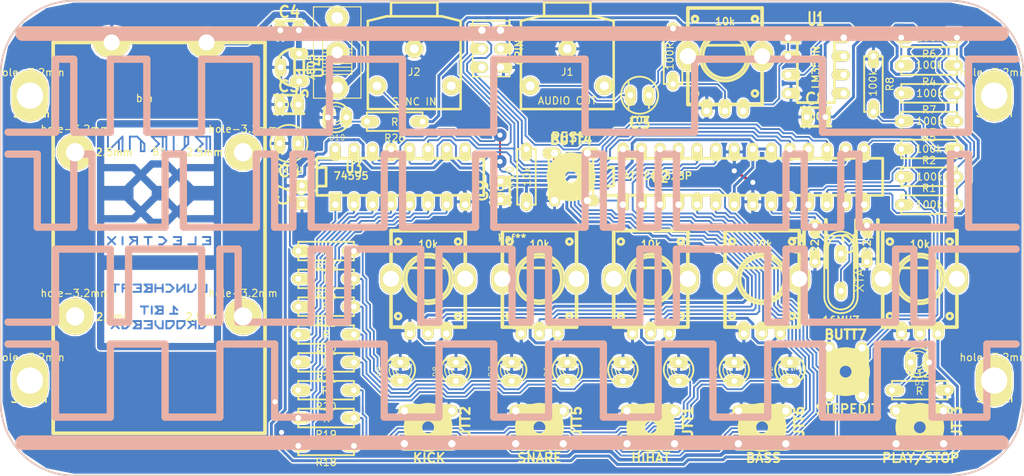
<source format=kicad_pcb>
(kicad_pcb (version 3) (host pcbnew "(2013-mar-13)-testing")
  (title_block (title "Lunchbeat PCB version") (date "27 Dec 2013") (rev kit1) (company buranelectrix.com) (comment 1 "this PCB design is licensed under CC BY-SA3.0 license"))
  (layers (15 F.Cu signal hide) (0 B.Cu signal) (18 B.Paste user hide) (19 F.Paste user hide) (20 B.SilkS user) (21 F.SilkS user hide) (22 B.Mask user) (23 F.Mask user hide) (28 Edge.Cuts user))
  (net 0 "")
  (net 1 /BASS)
  (net 2 /BASSPOT)
  (net 3 /CLOCK)
  (net 4 "/DAC BIT1")
  (net 5 "/DAC BIT2")
  (net 6 "/DAC BIT3")
  (net 7 "/DAC out")
  (net 8 /DATA)
  (net 9 /EDIT)
  (net 10 /HIHAT)
  (net 11 /HIHATPOT)
  (net 12 /KICK)
  (net 13 /KICKPOT)
  (net 14 /LATCH)
  (net 15 /MISO)
  (net 16 /PLAY)
  (net 17 /RESET)
  (net 18 /SNARE)
  (net 19 /SNAREPOT)
  (net 20 /TEMPOPOT)
  (net 21 /batvcc)
  (net 22 N-000001)
  (net 23 N-0000013)
  (net 24 N-0000014)
  (net 25 N-0000015)
  (net 26 N-0000020)
  (net 27 N-0000021)
  (net 28 N-0000024)
  (net 29 N-0000026)
  (net 30 N-0000027)
  (net 31 N-0000031)
  (net 32 N-0000032)
  (net 33 N-0000033)
  (net 34 N-0000035)
  (net 35 N-0000036)
  (net 36 N-0000037)
  (net 37 N-0000038)
  (net 38 N-0000039)
  (net 39 N-000004)
  (net 40 N-0000042)
  (net 41 N-0000043)
  (net 42 N-0000044)
  (net 43 N-0000045)
  (net 44 N-0000046)
  (net 45 N-0000047)
  (net 46 N-0000048)
  (net 47 N-0000049)
  (net 48 N-0000050)
  (net 49 N-0000051)
  (net 50 N-0000052)
  (net 51 N-0000053)
  (net 52 N-0000054)
  (net 53 N-0000055)
  (net 54 VCC)
  (net 55 ~)
  (module 9V-KEYS1294 (layer F.Cu) (at 106.68 92.71)
    (fp_text reference B1 (at 0 -10) (layer F.SilkS))
    (fp_text value BATTERY hide)
    (pad 1 thru_hole oval (at -6.5 -25) (size 5 4) (drill 2.2) (layers *.Cu *.Mask F.SilkS) (net 55 ~))
    (pad 2 thru_hole oval (at 6.5 -25) (size 5 4) (drill 2.2) (layers *.Cu *.Mask F.SilkS) (net 21 /batvcc))
  )
  (module SWITCH-canSL19121 (layer F.Cu) (at 131.064 69.088 90)
    (fp_text reference SW1 (at -4 -4.75 90) (layer F.SilkS) (effects (font (thickness 0.3048))))
    (fp_text value SW-PW hide)
    (pad 1 thru_hole oval (at -4.826 0 90) (size 3 3) (drill 1.6) (layers *.Cu *.Mask F.SilkS) (net 21 /batvcc))
    (pad 2 thru_hole circle (at 0 0 90) (size 3 3) (drill 1.6) (layers *.Cu *.Mask F.SilkS) (net 25 N-0000015))
    (pad 3 thru_hole oval (at 4.75 0 90) (size 3 3) (drill 1.6) (layers *.Cu *.Mask F.SilkS))
  )
  (module push-PCB6mm (layer F.Cu) (at 173.99 120.396 270)
    (fp_text reference BUTT1 (at 0 -5.08 270) (layer F.SilkS) (effects (font (size 1.27 1.27) (thickness 0.3175))))
    (fp_text value HIHAT (at 4.191 0 360) (layer F.SilkS) (effects (font (size 1.27 1.27) (thickness 0.254))))
    (pad 1 thru_hole oval (at -2.25044 -3.2512 270) (size 1.5 2.5) (drill 1 (offset 0 0.4)) (layers *.Cu *.Mask F.SilkS) (net 55 ~))
    (pad 2 thru_hole oval (at 2.25044 3.2512 270) (size 1.5 2.5) (drill 1 (offset 0 -0.4)) (layers *.Cu *.Mask F.SilkS) (net 10 /HIHAT))
    (pad 2 thru_hole oval (at 2.25044 -3.2512 270) (size 1.5 2.5) (drill 1 (offset 0 0.4)) (layers *.Cu *.Mask F.SilkS) (net 10 /HIHAT))
    (pad 1 thru_hole oval (at -2.25044 3.2512 270) (size 1.5 2.5) (drill 1 (offset 0 -0.4)) (layers *.Cu *.Mask F.SilkS) (net 55 ~))
  )
  (module push-PCB6mm (layer F.Cu) (at 143.51 120.396 270)
    (fp_text reference BUTT2 (at 0 -5.08 270) (layer F.SilkS) (effects (font (size 1.27 1.27) (thickness 0.3175))))
    (fp_text value KICK (at 4.191 -0.127 360) (layer F.SilkS) (effects (font (size 1.27 1.27) (thickness 0.254))))
    (pad 1 thru_hole oval (at -2.25044 -3.2512 270) (size 1.5 2.5) (drill 1 (offset 0 0.4)) (layers *.Cu *.Mask F.SilkS) (net 55 ~))
    (pad 2 thru_hole oval (at 2.25044 3.2512 270) (size 1.5 2.5) (drill 1 (offset 0 -0.4)) (layers *.Cu *.Mask F.SilkS) (net 12 /KICK))
    (pad 2 thru_hole oval (at 2.25044 -3.2512 270) (size 1.5 2.5) (drill 1 (offset 0 0.4)) (layers *.Cu *.Mask F.SilkS) (net 12 /KICK))
    (pad 1 thru_hole oval (at -2.25044 3.2512 270) (size 1.5 2.5) (drill 1 (offset 0 -0.4)) (layers *.Cu *.Mask F.SilkS) (net 55 ~))
  )
  (module push-PCB6mm (layer F.Cu) (at 210.82 120.396 270)
    (fp_text reference BUTT3 (at 0 -5.08 270) (layer F.SilkS) (effects (font (size 1.27 1.27) (thickness 0.3175))))
    (fp_text value PLAY/STOP (at 4.191 -0.127 360) (layer F.SilkS) (effects (font (size 1.27 1.27) (thickness 0.254))))
    (pad 1 thru_hole oval (at -2.25044 -3.2512 270) (size 1.5 2.5) (drill 1 (offset 0 0.4)) (layers *.Cu *.Mask F.SilkS) (net 55 ~))
    (pad 2 thru_hole oval (at 2.25044 3.2512 270) (size 1.5 2.5) (drill 1 (offset 0 -0.4)) (layers *.Cu *.Mask F.SilkS) (net 16 /PLAY))
    (pad 2 thru_hole oval (at 2.25044 -3.2512 270) (size 1.5 2.5) (drill 1 (offset 0 0.4)) (layers *.Cu *.Mask F.SilkS) (net 16 /PLAY))
    (pad 1 thru_hole oval (at -2.25044 3.2512 270) (size 1.5 2.5) (drill 1 (offset 0 -0.4)) (layers *.Cu *.Mask F.SilkS) (net 55 ~))
  )
  (module push-PCB6mm (layer F.Cu) (at 163.068 86.106)
    (fp_text reference BUTT4 (at 0 -5.08) (layer F.SilkS) (effects (font (size 1.27 1.27) (thickness 0.3175))))
    (fp_text value RESET (at 0.127 -5.3975) (layer F.SilkS) (effects (font (size 1.27 1.27) (thickness 0.254))))
    (pad 1 thru_hole oval (at -2.25044 -3.2512) (size 2.5 1.5) (drill 1 (offset -0.4 0)) (layers *.Cu *.Mask F.SilkS) (net 55 ~))
    (pad 2 thru_hole oval (at 2.25044 3.2512) (size 2.5 1.5) (drill 1 (offset 0.4 0)) (layers *.Cu *.Mask F.SilkS) (net 17 /RESET))
    (pad 2 thru_hole oval (at 2.25044 -3.2512) (size 2.5 1.5) (drill 1 (offset 0.4 0)) (layers *.Cu *.Mask F.SilkS) (net 17 /RESET))
    (pad 1 thru_hole oval (at -2.25044 3.2512) (size 1.5 2.5) (drill 1 (offset 0 -0.4)) (layers *.Cu *.Mask F.SilkS) (net 55 ~))
  )
  (module push-PCB6mm (layer F.Cu) (at 158.75 120.396 270)
    (fp_text reference BUTT5 (at 0 -5.08 270) (layer F.SilkS) (effects (font (size 1.27 1.27) (thickness 0.3175))))
    (fp_text value SNARE (at 4.191 0 360) (layer F.SilkS) (effects (font (size 1.27 1.27) (thickness 0.254))))
    (pad 1 thru_hole oval (at -2.25044 -3.2512 270) (size 1.5 2.5) (drill 1 (offset 0 0.4)) (layers *.Cu *.Mask F.SilkS) (net 55 ~))
    (pad 2 thru_hole oval (at 2.25044 3.2512 270) (size 1.5 2.5) (drill 1 (offset 0 -0.4)) (layers *.Cu *.Mask F.SilkS) (net 18 /SNARE))
    (pad 2 thru_hole oval (at 2.25044 -3.2512 270) (size 1.5 2.5) (drill 1 (offset 0 0.4)) (layers *.Cu *.Mask F.SilkS) (net 18 /SNARE))
    (pad 1 thru_hole oval (at -2.25044 3.2512 270) (size 1.5 2.5) (drill 1 (offset 0 -0.4)) (layers *.Cu *.Mask F.SilkS) (net 55 ~))
  )
  (module push-PCB6mm (layer F.Cu) (at 189.23 120.396 270)
    (fp_text reference BUTT6 (at 0 -5.08 270) (layer F.SilkS) (effects (font (size 1.27 1.27) (thickness 0.3175))))
    (fp_text value BASS (at 4.191 -0.1905 360) (layer F.SilkS) (effects (font (size 1.27 1.27) (thickness 0.254))))
    (pad 1 thru_hole oval (at -2.25044 -3.2512 270) (size 1.5 2.5) (drill 1 (offset 0 0.4)) (layers *.Cu *.Mask F.SilkS) (net 55 ~))
    (pad 2 thru_hole oval (at 2.25044 3.2512 270) (size 1.5 2.5) (drill 1 (offset 0 -0.4)) (layers *.Cu *.Mask F.SilkS) (net 1 /BASS))
    (pad 2 thru_hole oval (at 2.25044 -3.2512 270) (size 1.5 2.5) (drill 1 (offset 0 0.4)) (layers *.Cu *.Mask F.SilkS) (net 1 /BASS))
    (pad 1 thru_hole oval (at -2.25044 3.2512 270) (size 1.5 2.5) (drill 1 (offset 0 -0.4)) (layers *.Cu *.Mask F.SilkS) (net 55 ~))
  )
  (module CapEl2.5mm (layer F.Cu) (at 172.466 74.93 180)
    (fp_text reference C3 (at 0 -3.81 180) (layer F.SilkS) (effects (font (thickness 0.3048))))
    (fp_text value 10u (at 0.0635 -3.429 180) (layer F.SilkS) (effects (font (thickness 0.2))))
    (pad 1 thru_hole oval (at -1.27 0 180) (size 1.50114 2.5) (drill 0.8001) (layers *.Cu *.Mask F.SilkS) (net 24 N-0000014))
    (pad 2 thru_hole oval (at 1.27 0 180) (size 1.50114 2.5) (drill 0.8001) (layers *.Cu *.Mask F.SilkS) (net 33 N-0000033))
  )
  (module Cap2.5mm (layer F.Cu) (at 124.46 76.2)
    (fp_text reference C5 (at 0 -2.5) (layer F.SilkS) (effects (font (thickness 0.3048))))
    (fp_text value 100n (at 0.0635 0.0635) (layer F.SilkS) (effects (font (thickness 0.2))))
    (pad 1 thru_hole oval (at -1.25 0) (size 1.5 2.5) (drill 0.8001) (layers *.Cu *.Mask F.SilkS) (net 55 ~))
    (pad 2 thru_hole oval (at 1.29 0) (size 1.50114 2.5) (drill 0.8001) (layers *.Cu *.Mask F.SilkS) (net 54 VCC))
  )
  (module Cap2.5mm (layer F.Cu) (at 126.238 88.5825 90)
    (fp_text reference C7 (at 0 -2.5 90) (layer F.SilkS) (effects (font (thickness 0.3048))))
    (fp_text value 100n (at -0.127 -0.0635 270) (layer F.SilkS) (effects (font (thickness 0.2))))
    (pad 1 thru_hole oval (at -1.25 0 90) (size 1.5 2.5) (drill 0.8001) (layers *.Cu *.Mask F.SilkS) (net 55 ~))
    (pad 2 thru_hole oval (at 1.29 0 90) (size 1.50114 2.5) (drill 0.8001) (layers *.Cu *.Mask F.SilkS) (net 54 VCC))
  )
  (module Cap2.5mm (layer F.Cu) (at 196.596 77.9145)
    (fp_text reference C8 (at 0 -2.5) (layer F.SilkS) (effects (font (thickness 0.3048))))
    (fp_text value 100n (at -0.0635 -0.0635) (layer F.SilkS) (effects (font (thickness 0.2))))
    (pad 1 thru_hole oval (at -1.25 0) (size 1.5 2.5) (drill 0.8001) (layers *.Cu *.Mask F.SilkS) (net 55 ~))
    (pad 2 thru_hole oval (at 1.29 0) (size 1.50114 2.5) (drill 0.8001) (layers *.Cu *.Mask F.SilkS) (net 54 VCC))
  )
  (module LED-3mm (layer F.Cu) (at 210.82 111.506 180)
    (fp_text reference D1 (at 0 -2.75 180) (layer F.SilkS) (effects (font (size 0.762 0.762) (thickness 0.0889))))
    (fp_text value LED hide)
    (pad 1 thru_hole oval (at -1.27 0 180) (size 1.5 2.5) (drill 0.8) (layers *.Cu *.Mask F.SilkS) (net 27 N-0000021))
    (pad 2 thru_hole oval (at 1.27 0 180) (size 1.5 2.5) (drill 0.8) (layers *.Cu *.Mask F.SilkS) (net 26 N-0000020))
  )
  (module LED-3mm (layer F.Cu) (at 193.04 112.776 90)
    (fp_text reference D2 (at 0 -2.75 90) (layer F.SilkS) (effects (font (size 0.762 0.762) (thickness 0.0889))))
    (fp_text value LED hide)
    (pad 1 thru_hole oval (at -1.27 0 90) (size 1.5 2.5) (drill 0.8) (layers *.Cu *.Mask F.SilkS) (net 38 N-0000039))
    (pad 2 thru_hole oval (at 1.27 0 90) (size 1.5 2.5) (drill 0.8) (layers *.Cu *.Mask F.SilkS) (net 55 ~))
  )
  (module LED-3mm (layer F.Cu) (at 185.42 112.776 90)
    (fp_text reference D3 (at 0 -2.75 90) (layer F.SilkS) (effects (font (size 0.762 0.762) (thickness 0.0889))))
    (fp_text value LED hide)
    (pad 1 thru_hole oval (at -1.27 0 90) (size 1.5 2.5) (drill 0.8) (layers *.Cu *.Mask F.SilkS) (net 37 N-0000038))
    (pad 2 thru_hole oval (at 1.27 0 90) (size 1.5 2.5) (drill 0.8) (layers *.Cu *.Mask F.SilkS) (net 55 ~))
  )
  (module LED-3mm (layer F.Cu) (at 177.8 112.776 90)
    (fp_text reference D4 (at 0 -2.75 90) (layer F.SilkS) (effects (font (size 0.762 0.762) (thickness 0.0889))))
    (fp_text value LED hide)
    (pad 1 thru_hole oval (at -1.27 0 90) (size 1.5 2.5) (drill 0.8) (layers *.Cu *.Mask F.SilkS) (net 36 N-0000037))
    (pad 2 thru_hole oval (at 1.27 0 90) (size 1.5 2.5) (drill 0.8) (layers *.Cu *.Mask F.SilkS) (net 55 ~))
  )
  (module LED-3mm (layer F.Cu) (at 170.18 112.776 90)
    (fp_text reference D5 (at 0 -2.75 90) (layer F.SilkS) (effects (font (size 0.762 0.762) (thickness 0.0889))))
    (fp_text value LED hide)
    (pad 1 thru_hole oval (at -1.27 0 90) (size 1.5 2.5) (drill 0.8) (layers *.Cu *.Mask F.SilkS) (net 35 N-0000036))
    (pad 2 thru_hole oval (at 1.27 0 90) (size 1.5 2.5) (drill 0.8) (layers *.Cu *.Mask F.SilkS) (net 55 ~))
  )
  (module LED-3mm (layer F.Cu) (at 162.56 112.776 90)
    (fp_text reference D6 (at 0 -2.75 90) (layer F.SilkS) (effects (font (size 0.762 0.762) (thickness 0.0889))))
    (fp_text value LED hide)
    (pad 1 thru_hole oval (at -1.27 0 90) (size 1.5 2.5) (drill 0.8) (layers *.Cu *.Mask F.SilkS) (net 34 N-0000035))
    (pad 2 thru_hole oval (at 1.27 0 90) (size 1.5 2.5) (drill 0.8) (layers *.Cu *.Mask F.SilkS) (net 55 ~))
  )
  (module LED-3mm (layer F.Cu) (at 154.94 112.776 90)
    (fp_text reference D7 (at 0 -2.75 90) (layer F.SilkS) (effects (font (size 0.762 0.762) (thickness 0.0889))))
    (fp_text value LED hide)
    (pad 1 thru_hole oval (at -1.27 0 90) (size 1.5 2.5) (drill 0.8) (layers *.Cu *.Mask F.SilkS) (net 51 N-0000053))
    (pad 2 thru_hole oval (at 1.27 0 90) (size 1.5 2.5) (drill 0.8) (layers *.Cu *.Mask F.SilkS) (net 55 ~))
  )
  (module LED-3mm (layer F.Cu) (at 147.32 112.776 90)
    (fp_text reference D8 (at 0 -2.75 90) (layer F.SilkS) (effects (font (size 0.762 0.762) (thickness 0.0889))))
    (fp_text value LED hide)
    (pad 1 thru_hole oval (at -1.27 0 90) (size 1.5 2.5) (drill 0.8) (layers *.Cu *.Mask F.SilkS) (net 49 N-0000051))
    (pad 2 thru_hole oval (at 1.27 0 90) (size 1.5 2.5) (drill 0.8) (layers *.Cu *.Mask F.SilkS) (net 55 ~))
  )
  (module LED-3mm (layer F.Cu) (at 139.7 112.776 90)
    (fp_text reference D9 (at 0 -2.75 90) (layer F.SilkS) (effects (font (size 0.762 0.762) (thickness 0.0889))))
    (fp_text value LED hide)
    (pad 1 thru_hole oval (at -1.27 0 90) (size 1.5 2.5) (drill 0.8) (layers *.Cu *.Mask F.SilkS) (net 47 N-0000049))
    (pad 2 thru_hole oval (at 1.27 0 90) (size 1.5 2.5) (drill 0.8) (layers *.Cu *.Mask F.SilkS) (net 55 ~))
  )
  (module LED-3mm (layer F.Cu) (at 131.064 77.978 180)
    (fp_text reference D10 (at 0 -2.75 180) (layer F.SilkS) (effects (font (size 0.762 0.762) (thickness 0.0889))))
    (fp_text value LED hide)
    (pad 1 thru_hole oval (at -1.27 0 180) (size 1.5 2.5) (drill 0.8) (layers *.Cu *.Mask F.SilkS) (net 22 N-000001))
    (pad 2 thru_hole oval (at 1.27 0 180) (size 1.5 2.5) (drill 0.8) (layers *.Cu *.Mask F.SilkS) (net 55 ~))
  )
  (module R-hor75m (layer F.Cu) (at 212.09 89.916 180)
    (fp_text reference R1 (at 0 2.25 180) (layer F.SilkS))
    (fp_text value 100k (at 0 0 180) (layer F.SilkS))
    (pad 1 thru_hole oval (at -3.81 0 180) (size 2.5 1.5) (drill 0.8 (offset 0.4 0)) (layers *.Cu *.Mask B.Adhes F.SilkS) (net 7 "/DAC out"))
    (pad 2 thru_hole oval (at 3.81 0 180) (size 2.5 1.5) (drill 0.8 (offset -0.4 0)) (layers *.Cu *.Mask B.Adhes F.SilkS) (net 6 "/DAC BIT3"))
  )
  (module R-hor75m (layer F.Cu) (at 212.09 86.106 180)
    (fp_text reference R2 (at 0 2.25 180) (layer F.SilkS))
    (fp_text value 100k (at -0.0635 0 180) (layer F.SilkS))
    (pad 1 thru_hole oval (at -3.81 0 180) (size 2.5 1.5) (drill 0.8 (offset 0.4 0)) (layers *.Cu *.Mask B.Adhes F.SilkS) (net 31 N-0000031))
    (pad 2 thru_hole oval (at 3.81 0 180) (size 2.5 1.5) (drill 0.8 (offset -0.4 0)) (layers *.Cu *.Mask B.Adhes F.SilkS) (net 5 "/DAC BIT2"))
  )
  (module R-hor75m (layer F.Cu) (at 212.09 82.296 180)
    (fp_text reference R3 (at 0 2.25 180) (layer F.SilkS))
    (fp_text value 100k (at 0.0635 0 180) (layer F.SilkS))
    (pad 1 thru_hole oval (at -3.81 0 180) (size 2.5 1.5) (drill 0.8 (offset 0.4 0)) (layers *.Cu *.Mask B.Adhes F.SilkS) (net 52 N-0000054))
    (pad 2 thru_hole oval (at 3.81 0 180) (size 2.5 1.5) (drill 0.8 (offset -0.4 0)) (layers *.Cu *.Mask B.Adhes F.SilkS) (net 4 "/DAC BIT1"))
  )
  (module R-hor75m (layer F.Cu) (at 212.09 70.866)
    (fp_text reference R4 (at 0 2.25) (layer F.SilkS))
    (fp_text value 100k (at 0 -0.0635) (layer F.SilkS))
    (pad 1 thru_hole oval (at -3.81 0) (size 2.5 1.5) (drill 0.8 (offset 0.4 0)) (layers *.Cu *.Mask B.Adhes F.SilkS) (net 31 N-0000031))
    (pad 2 thru_hole oval (at 3.81 0) (size 2.5 1.5) (drill 0.8 (offset -0.4 0)) (layers *.Cu *.Mask B.Adhes F.SilkS) (net 7 "/DAC out"))
  )
  (module R-hor75m (layer F.Cu) (at 212.09 78.486)
    (fp_text reference R5 (at 0 2.25) (layer F.SilkS))
    (fp_text value 100k (at 0.0635 0) (layer F.SilkS))
    (pad 1 thru_hole oval (at -3.81 0) (size 2.5 1.5) (drill 0.8 (offset 0.4 0)) (layers *.Cu *.Mask B.Adhes F.SilkS) (net 52 N-0000054))
    (pad 2 thru_hole oval (at 3.81 0) (size 2.5 1.5) (drill 0.8 (offset -0.4 0)) (layers *.Cu *.Mask B.Adhes F.SilkS) (net 31 N-0000031))
  )
  (module R-hor75m (layer F.Cu) (at 212.09 67.056)
    (fp_text reference R6 (at 0 2.25) (layer F.SilkS))
    (fp_text value 100k (at 0 0) (layer F.SilkS))
    (pad 1 thru_hole oval (at -3.81 0) (size 2.5 1.5) (drill 0.8 (offset 0.4 0)) (layers *.Cu *.Mask B.Adhes F.SilkS) (net 31 N-0000031))
    (pad 2 thru_hole oval (at 3.81 0) (size 2.5 1.5) (drill 0.8 (offset -0.4 0)) (layers *.Cu *.Mask B.Adhes F.SilkS) (net 7 "/DAC out"))
  )
  (module R-hor75m (layer F.Cu) (at 212.09 74.676)
    (fp_text reference R7 (at 0 2.25) (layer F.SilkS))
    (fp_text value 100k (at 0.0635 0) (layer F.SilkS))
    (pad 1 thru_hole oval (at -3.81 0) (size 2.5 1.5) (drill 0.8 (offset 0.4 0)) (layers *.Cu *.Mask B.Adhes F.SilkS) (net 52 N-0000054))
    (pad 2 thru_hole oval (at 3.81 0) (size 2.5 1.5) (drill 0.8 (offset -0.4 0)) (layers *.Cu *.Mask B.Adhes F.SilkS) (net 31 N-0000031))
  )
  (module R-hor75m (layer F.Cu) (at 204.47 73.406 90)
    (fp_text reference R8 (at 0 2.25 90) (layer F.SilkS))
    (fp_text value 100k (at 0.127 -0.0635 90) (layer F.SilkS))
    (pad 1 thru_hole oval (at -3.81 0 90) (size 2.5 1.5) (drill 0.8 (offset 0.4 0)) (layers *.Cu *.Mask B.Adhes F.SilkS) (net 52 N-0000054))
    (pad 2 thru_hole oval (at 3.81 0 90) (size 2.5 1.5) (drill 0.8 (offset -0.4 0)) (layers *.Cu *.Mask B.Adhes F.SilkS) (net 55 ~))
  )
  (module R-hor75m (layer F.Cu) (at 156.972 86.106 270)
    (fp_text reference R10 (at 0 2.25 270) (layer F.SilkS))
    (fp_text value 10k (at -0.0635 -0.0635 270) (layer F.SilkS))
    (pad 1 thru_hole oval (at -3.81 0 270) (size 2.5 1.5) (drill 0.8 (offset 0.4 0)) (layers *.Cu *.Mask B.Adhes F.SilkS) (net 17 /RESET))
    (pad 2 thru_hole oval (at 3.81 0 270) (size 2.5 1.5) (drill 0.8 (offset -0.4 0)) (layers *.Cu *.Mask B.Adhes F.SilkS) (net 54 VCC))
  )
  (module pot-ALPS (layer F.Cu) (at 173.99 100.076)
    (fp_text reference R15 hide)
    (fp_text value 10k (at 0 -4.75) (layer F.SilkS) (effects (font (thickness 0.20066))))
    (pad 1 thru_hole oval (at -2.49936 7.50062) (size 1.5 2.5) (drill 0.9 (offset 0 -0.4)) (layers *.Cu *.Mask F.SilkS) (net 55 ~))
    (pad 2 thru_hole oval (at 0 7.50062) (size 1.5 2.5) (drill 0.9 (offset 0 -0.4)) (layers *.Cu *.Mask F.SilkS) (net 11 /HIHATPOT))
    (pad 3 thru_hole oval (at 2.49936 7.50062) (size 1.5 2.5) (drill 0.9 (offset 0 -0.4)) (layers *.Cu *.Mask F.SilkS) (net 54 VCC))
    (pad "" thru_hole oval (at -5.08 0) (size 3 4) (drill 2.2) (layers *.Cu *.Mask F.SilkS))
    (pad "" thru_hole oval (at 5.08 0) (size 3 4) (drill 2.2) (layers *.Cu *.Mask F.SilkS))
  )
  (module pot-ALPS (layer F.Cu) (at 189.23 100.076)
    (fp_text reference R16 hide)
    (fp_text value 10k (at 0 -4.75) (layer F.SilkS) (effects (font (thickness 0.20066))))
    (pad 1 thru_hole oval (at -2.49936 7.50062) (size 1.5 2.5) (drill 0.9 (offset 0 -0.4)) (layers *.Cu *.Mask F.SilkS) (net 55 ~))
    (pad 2 thru_hole oval (at 0 7.50062) (size 1.5 2.5) (drill 0.9 (offset 0 -0.4)) (layers *.Cu *.Mask F.SilkS) (net 2 /BASSPOT))
    (pad 3 thru_hole oval (at 2.49936 7.50062) (size 1.5 2.5) (drill 0.9 (offset 0 -0.4)) (layers *.Cu *.Mask F.SilkS) (net 54 VCC))
    (pad "" thru_hole oval (at -5.08 0) (size 3 4) (drill 2.2) (layers *.Cu *.Mask F.SilkS))
    (pad "" thru_hole oval (at 5.08 0) (size 3 4) (drill 2.2) (layers *.Cu *.Mask F.SilkS))
  )
  (module pot-ALPS (layer F.Cu) (at 210.82 100.076)
    (fp_text reference R17 hide)
    (fp_text value 10k (at 0 -4.75) (layer F.SilkS) (effects (font (thickness 0.20066))))
    (pad 1 thru_hole oval (at -2.49936 7.50062) (size 1.5 2.5) (drill 0.9 (offset 0 -0.4)) (layers *.Cu *.Mask F.SilkS) (net 55 ~))
    (pad 2 thru_hole oval (at 0 7.50062) (size 1.5 2.5) (drill 0.9 (offset 0 -0.4)) (layers *.Cu *.Mask F.SilkS) (net 20 /TEMPOPOT))
    (pad 3 thru_hole oval (at 2.49936 7.50062) (size 1.5 2.5) (drill 0.9 (offset 0 -0.4)) (layers *.Cu *.Mask F.SilkS) (net 54 VCC))
    (pad "" thru_hole oval (at -5.08 0) (size 3 4) (drill 2.2) (layers *.Cu *.Mask F.SilkS))
    (pad "" thru_hole oval (at 5.08 0) (size 3 4) (drill 2.2) (layers *.Cu *.Mask F.SilkS))
  )
  (module R-hor75m (layer F.Cu) (at 129.54 115.316)
    (fp_text reference R20 (at 0 2.25) (layer F.SilkS))
    (fp_text value R (at -0.127 0.0635) (layer F.SilkS))
    (pad 1 thru_hole oval (at -3.81 0) (size 2.5 1.5) (drill 0.8 (offset 0.4 0)) (layers *.Cu *.Mask B.Adhes F.SilkS) (net 43 N-0000045))
    (pad 2 thru_hole oval (at 3.81 0) (size 2.5 1.5) (drill 0.8 (offset -0.4 0)) (layers *.Cu *.Mask B.Adhes F.SilkS) (net 36 N-0000037))
  )
  (module R-hor75m (layer F.Cu) (at 129.54 111.506)
    (fp_text reference R21 (at 0 2.25) (layer F.SilkS))
    (fp_text value R (at -0.0635 0.0635) (layer F.SilkS))
    (pad 1 thru_hole oval (at -3.81 0) (size 2.5 1.5) (drill 0.8 (offset 0.4 0)) (layers *.Cu *.Mask B.Adhes F.SilkS) (net 44 N-0000046))
    (pad 2 thru_hole oval (at 3.81 0) (size 2.5 1.5) (drill 0.8 (offset -0.4 0)) (layers *.Cu *.Mask B.Adhes F.SilkS) (net 35 N-0000036))
  )
  (module R-hor75m (layer F.Cu) (at 129.54 107.696)
    (fp_text reference R22 (at 0 2.25) (layer F.SilkS))
    (fp_text value R (at 0 0) (layer F.SilkS))
    (pad 1 thru_hole oval (at -3.81 0) (size 2.5 1.5) (drill 0.8 (offset 0.4 0)) (layers *.Cu *.Mask B.Adhes F.SilkS) (net 45 N-0000047))
    (pad 2 thru_hole oval (at 3.81 0) (size 2.5 1.5) (drill 0.8 (offset -0.4 0)) (layers *.Cu *.Mask B.Adhes F.SilkS) (net 34 N-0000035))
  )
  (module R-hor75m (layer F.Cu) (at 129.54 103.886)
    (fp_text reference R23 (at 0 2.25) (layer F.SilkS))
    (fp_text value R (at -0.0635 0) (layer F.SilkS))
    (pad 1 thru_hole oval (at -3.81 0) (size 2.5 1.5) (drill 0.8 (offset 0.4 0)) (layers *.Cu *.Mask B.Adhes F.SilkS) (net 50 N-0000052))
    (pad 2 thru_hole oval (at 3.81 0) (size 2.5 1.5) (drill 0.8 (offset -0.4 0)) (layers *.Cu *.Mask B.Adhes F.SilkS) (net 51 N-0000053))
  )
  (module R-hor75m (layer F.Cu) (at 129.54 100.076)
    (fp_text reference R24 (at 0 2.25) (layer F.SilkS))
    (fp_text value R (at 0.0635 -0.0635) (layer F.SilkS))
    (pad 1 thru_hole oval (at -3.81 0) (size 2.5 1.5) (drill 0.8 (offset 0.4 0)) (layers *.Cu *.Mask B.Adhes F.SilkS) (net 48 N-0000050))
    (pad 2 thru_hole oval (at 3.81 0) (size 2.5 1.5) (drill 0.8 (offset -0.4 0)) (layers *.Cu *.Mask B.Adhes F.SilkS) (net 49 N-0000051))
  )
  (module R-hor75m (layer F.Cu) (at 129.54 96.266)
    (fp_text reference R25 (at 0 2.25) (layer F.SilkS))
    (fp_text value R (at -0.0635 0) (layer F.SilkS))
    (pad 1 thru_hole oval (at -3.81 0) (size 2.5 1.5) (drill 0.8 (offset 0.4 0)) (layers *.Cu *.Mask B.Adhes F.SilkS) (net 46 N-0000048))
    (pad 2 thru_hole oval (at 3.81 0) (size 2.5 1.5) (drill 0.8 (offset -0.4 0)) (layers *.Cu *.Mask B.Adhes F.SilkS) (net 47 N-0000049))
  )
  (module R-hor75m (layer F.Cu) (at 138.938 78.5495)
    (fp_text reference R26 (at 0 2.25) (layer F.SilkS))
    (fp_text value R (at 0 0.0635) (layer F.SilkS))
    (pad 1 thru_hole oval (at -3.81 0) (size 2.5 1.5) (drill 0.8 (offset 0.4 0)) (layers *.Cu *.Mask B.Adhes F.SilkS) (net 22 N-000001))
    (pad 2 thru_hole oval (at 3.81 0) (size 2.5 1.5) (drill 0.8 (offset -0.4 0)) (layers *.Cu *.Mask B.Adhes F.SilkS) (net 54 VCC))
  )
  (module jack35-CLIFF (layer F.Cu) (at 162.56 68.58)
    (fp_text reference J1 (at 0 3.175) (layer F.SilkS))
    (fp_text value "AUDIO OUT" (at 0 7.112) (layer F.SilkS))
    (pad 1 thru_hole circle (at -5.08 5.08) (size 2.5 2.5) (drill 1.2) (layers *.Cu *.Mask F.SilkS) (net 33 N-0000033))
    (pad 3 thru_hole circle (at 0 0) (size 2.5 2.5) (drill 1.2) (layers *.Cu *.Mask F.SilkS) (net 55 ~))
    (pad 2 thru_hole circle (at 5.08 5.08) (size 2.5 2.5) (drill 1.2) (layers *.Cu *.Mask F.SilkS) (net 53 N-0000055))
  )
  (module jack35-CLIFF (layer F.Cu) (at 141.605 68.58)
    (fp_text reference J2 (at 0 3.175) (layer F.SilkS))
    (fp_text value "SYNC IN" (at 0 7.239) (layer F.SilkS))
    (pad 1 thru_hole circle (at -5.08 5.08) (size 2.5 2.5) (drill 1.2) (layers *.Cu *.Mask F.SilkS) (net 29 N-0000026))
    (pad 3 thru_hole circle (at 0 0) (size 2.5 2.5) (drill 1.2) (layers *.Cu *.Mask F.SilkS) (net 55 ~))
    (pad 2 thru_hole circle (at 5.08 5.08) (size 2.5 2.5) (drill 1.2) (layers *.Cu *.Mask F.SilkS) (net 30 N-0000027))
  )
  (module crystal_hc-49u (layer F.Cu) (at 200.025 99.187 90)
    (fp_text reference XTAL1 (at 0 2.54 90) (layer F.SilkS) (effects (font (size 1.143 1.27) (thickness 0.1524))))
    (fp_text value 16MHZ (at -6.5405 0 180) (layer F.SilkS) (effects (font (thickness 0.2))))
    (pad 1 thru_hole oval (at -2.54 0 90) (size 2.5 1.5) (drill 0.8001) (layers *.Cu *.Mask F.SilkS) (net 28 N-0000024))
    (pad 2 thru_hole oval (at 2.54 0 90) (size 2.5 1.5) (drill 0.8001) (layers *.Cu *.Mask F.SilkS) (net 32 N-0000032))
  )
  (module Cap5mm (layer F.Cu) (at 196.469 95.25 90)
    (fp_text reference C1 (at 0 -2.5 90) (layer F.SilkS) (effects (font (thickness 0.3048))))
    (fp_text value 22p (at 0.127 0 90) (layer F.SilkS) (effects (font (thickness 0.2))))
    (pad 1 thru_hole oval (at -2.5 0 90) (size 2.5 1.5) (drill 0.8001 (offset 0.4 0)) (layers *.Cu *.Mask F.SilkS) (net 55 ~))
    (pad 2 thru_hole oval (at 2.5 0 90) (size 2.5 1.5) (drill 0.8001 (offset -0.4 0)) (layers *.Cu *.Mask F.SilkS) (net 32 N-0000032))
  )
  (module Cap5mm (layer F.Cu) (at 203.581 95.25 90)
    (fp_text reference C2 (at 0 -2.5 90) (layer F.SilkS) (effects (font (thickness 0.3048))))
    (fp_text value 22p (at 0.0635 0 90) (layer F.SilkS) (effects (font (thickness 0.2))))
    (pad 1 thru_hole oval (at -2.5 0 90) (size 2.5 1.5) (drill 0.8001 (offset 0.4 0)) (layers *.Cu *.Mask F.SilkS) (net 55 ~))
    (pad 2 thru_hole oval (at 2.5 0 90) (size 2.5 1.5) (drill 0.8001 (offset -0.4 0)) (layers *.Cu *.Mask F.SilkS) (net 28 N-0000024))
  )
  (module ISP6 (layer F.Cu) (at 152.146 68.58 270)
    (fp_text reference 6PIN1 (at 0 -3.81 270) (layer F.SilkS) (effects (font (size 1.016 1.016) (thickness 0.2032))))
    (fp_text value ISP6PIN hide)
    (pad 1 thru_hole rect (at -2.54 1.27 270) (size 1.524 2.5) (drill 1 (offset 0 0.4)) (layers *.Cu *.Mask F.SilkS) (net 15 /MISO))
    (pad 2 thru_hole oval (at -2.54 -1.27 270) (size 1.524 2.5) (drill 1 (offset 0 -0.4)) (layers *.Cu *.Mask F.SilkS) (net 54 VCC))
    (pad 3 thru_hole oval (at 0 1.27 270) (size 1.524 2.5) (drill 1 (offset 0 0.4)) (layers *.Cu *.Mask F.SilkS) (net 3 /CLOCK))
    (pad 4 thru_hole oval (at 0 -1.27 270) (size 1.524 2.5) (drill 1 (offset 0 -0.4)) (layers *.Cu *.Mask F.SilkS) (net 8 /DATA))
    (pad 5 thru_hole oval (at 2.54 1.27 270) (size 1.524 2.5) (drill 1 (offset 0 0.4)) (layers *.Cu *.Mask F.SilkS) (net 17 /RESET))
    (pad 6 thru_hole oval (at 2.54 -1.27 270) (size 1.524 2.5) (drill 1 (offset 0 -0.4)) (layers *.Cu *.Mask F.SilkS) (net 55 ~))
  )
  (module Cap2.5mm (layer F.Cu) (at 124.5235 66.04)
    (fp_text reference C4 (at 0 -2.5) (layer F.SilkS) (effects (font (thickness 0.3048))))
    (fp_text value 330n (at 0.0635 0) (layer F.SilkS) (effects (font (thickness 0.2))))
    (pad 1 thru_hole oval (at -1.25 0) (size 1.5 2.5) (drill 0.8001) (layers *.Cu *.Mask F.SilkS) (net 55 ~))
    (pad 2 thru_hole oval (at 1.29 0) (size 1.50114 2.5) (drill 0.8001) (layers *.Cu *.Mask F.SilkS) (net 25 N-0000015))
  )
  (module CapEl2.5mm (layer F.Cu) (at 124.46 81.534 180)
    (fp_text reference C6 (at 0 -3.81 180) (layer F.SilkS) (effects (font (thickness 0.3048))))
    (fp_text value 220u (at 0 -3.429 180) (layer F.SilkS) (effects (font (thickness 0.2))))
    (pad 1 thru_hole oval (at -1.27 0 180) (size 1.50114 2.5) (drill 0.8001) (layers *.Cu *.Mask F.SilkS) (net 54 VCC))
    (pad 2 thru_hole oval (at 1.27 0 180) (size 1.50114 2.5) (drill 0.8001) (layers *.Cu *.Mask F.SilkS) (net 55 ~))
  )
  (module pot-ALPS (layer F.Cu) (at 184.15 69.596)
    (fp_text reference R9 hide)
    (fp_text value 10k (at 0 -4.75) (layer F.SilkS) (effects (font (thickness 0.20066))))
    (pad 1 thru_hole oval (at -2.49936 7.50062) (size 1.5 2.5) (drill 0.9 (offset 0 -0.4)) (layers *.Cu *.Mask F.SilkS) (net 55 ~))
    (pad 2 thru_hole oval (at 0 7.50062) (size 1.5 2.5) (drill 0.9 (offset 0 -0.4)) (layers *.Cu *.Mask F.SilkS) (net 23 N-0000013))
    (pad 3 thru_hole oval (at 2.49936 7.50062) (size 1.5 2.5) (drill 0.9 (offset 0 -0.4)) (layers *.Cu *.Mask F.SilkS) (net 39 N-000004))
    (pad "" thru_hole oval (at -5.08 0) (size 3 4) (drill 2.2) (layers *.Cu *.Mask F.SilkS))
    (pad "" thru_hole oval (at 5.08 0) (size 3 4) (drill 2.2) (layers *.Cu *.Mask F.SilkS))
  )
  (module R-hor75m (layer F.Cu) (at 177.038 69.596 90)
    (fp_text reference R11 (at 0 2.25 90) (layer F.SilkS))
    (fp_text value 100R (at 0 -0.4445 90) (layer F.SilkS))
    (pad 1 thru_hole oval (at -3.81 0 90) (size 2.5 1.5) (drill 0.8 (offset 0.4 0)) (layers *.Cu *.Mask B.Adhes F.SilkS) (net 23 N-0000013))
    (pad 2 thru_hole oval (at 3.81 0 90) (size 2.5 1.5) (drill 0.8 (offset -0.4 0)) (layers *.Cu *.Mask B.Adhes F.SilkS) (net 24 N-0000014))
  )
  (module R-hor75m (layer F.Cu) (at 210.82 115.316 180)
    (fp_text reference R12 (at 0 2.25 180) (layer F.SilkS))
    (fp_text value R (at 0.0635 -0.127 180) (layer F.SilkS))
    (pad 1 thru_hole oval (at -3.81 0 180) (size 2.5 1.5) (drill 0.8 (offset 0.4 0)) (layers *.Cu *.Mask B.Adhes F.SilkS) (net 55 ~))
    (pad 2 thru_hole oval (at 3.81 0 180) (size 2.5 1.5) (drill 0.8 (offset -0.4 0)) (layers *.Cu *.Mask B.Adhes F.SilkS) (net 26 N-0000020))
  )
  (module pot-ALPS (layer F.Cu) (at 143.51 100.076)
    (fp_text reference R13 hide)
    (fp_text value 10k (at 0 -4.75) (layer F.SilkS) (effects (font (thickness 0.20066))))
    (pad 1 thru_hole oval (at -2.49936 7.50062) (size 1.5 2.5) (drill 0.9 (offset 0 -0.4)) (layers *.Cu *.Mask F.SilkS) (net 55 ~))
    (pad 2 thru_hole oval (at 0 7.50062) (size 1.5 2.5) (drill 0.9 (offset 0 -0.4)) (layers *.Cu *.Mask F.SilkS) (net 13 /KICKPOT))
    (pad 3 thru_hole oval (at 2.49936 7.50062) (size 1.5 2.5) (drill 0.9 (offset 0 -0.4)) (layers *.Cu *.Mask F.SilkS) (net 54 VCC))
    (pad "" thru_hole oval (at -5.08 0) (size 3 4) (drill 2.2) (layers *.Cu *.Mask F.SilkS))
    (pad "" thru_hole oval (at 5.08 0) (size 3 4) (drill 2.2) (layers *.Cu *.Mask F.SilkS))
  )
  (module pot-ALPS (layer F.Cu) (at 158.75 100.076)
    (fp_text reference R14 hide)
    (fp_text value 10k (at 0 -4.75) (layer F.SilkS) (effects (font (thickness 0.20066))))
    (pad 1 thru_hole oval (at -2.49936 7.50062) (size 1.5 2.5) (drill 0.9 (offset 0 -0.4)) (layers *.Cu *.Mask F.SilkS) (net 55 ~))
    (pad 2 thru_hole oval (at 0 7.50062) (size 1.5 2.5) (drill 0.9 (offset 0 -0.4)) (layers *.Cu *.Mask F.SilkS) (net 19 /SNAREPOT))
    (pad 3 thru_hole oval (at 2.49936 7.50062) (size 1.5 2.5) (drill 0.9 (offset 0 -0.4)) (layers *.Cu *.Mask F.SilkS) (net 54 VCC))
    (pad "" thru_hole oval (at -5.08 0) (size 3 4) (drill 2.2) (layers *.Cu *.Mask F.SilkS))
    (pad "" thru_hole oval (at 5.08 0) (size 3 4) (drill 2.2) (layers *.Cu *.Mask F.SilkS))
  )
  (module R-hor75m (layer F.Cu) (at 129.54 122.936)
    (fp_text reference R18 (at 0 2.25) (layer F.SilkS))
    (fp_text value R (at 0 0) (layer F.SilkS))
    (pad 1 thru_hole oval (at -3.81 0) (size 2.5 1.5) (drill 0.8 (offset 0.4 0)) (layers *.Cu *.Mask B.Adhes F.SilkS) (net 41 N-0000043))
    (pad 2 thru_hole oval (at 3.81 0) (size 2.5 1.5) (drill 0.8 (offset -0.4 0)) (layers *.Cu *.Mask B.Adhes F.SilkS) (net 38 N-0000039))
  )
  (module R-hor75m (layer F.Cu) (at 129.54 119.126)
    (fp_text reference R19 (at 0 2.25) (layer F.SilkS))
    (fp_text value R (at 0.0635 0.0635) (layer F.SilkS))
    (pad 1 thru_hole oval (at -3.81 0) (size 2.5 1.5) (drill 0.8 (offset 0.4 0)) (layers *.Cu *.Mask B.Adhes F.SilkS) (net 42 N-0000044))
    (pad 2 thru_hole oval (at 3.81 0) (size 2.5 1.5) (drill 0.8 (offset -0.4 0)) (layers *.Cu *.Mask B.Adhes F.SilkS) (net 37 N-0000038))
  )
  (module DIP-8-300 (layer F.Cu) (at 196.596 70.866 270)
    (fp_text reference U1 (at -6.35 0 360) (layer F.SilkS) (effects (font (size 1.778 1.143) (thickness 0.3048))))
    (fp_text value LM358N (at 0.254 0 270) (layer F.SilkS) (effects (font (thickness 0.2))))
    (pad 1 thru_hole rect (at -3.81 3.81 270) (size 1.5 2.5) (drill 0.9 (offset 0 -0.4)) (layers *.Cu *.Mask F.SilkS) (net 39 N-000004))
    (pad 2 thru_hole oval (at -1.27 3.81 270) (size 1.5 2.5) (drill 0.9 (offset 0 -0.4)) (layers *.Cu *.Mask F.SilkS) (net 39 N-000004))
    (pad 3 thru_hole oval (at 1.27 3.81 270) (size 1.5 2.5) (drill 0.9 (offset 0 -0.4)) (layers *.Cu *.Mask F.SilkS) (net 7 "/DAC out"))
    (pad 4 thru_hole oval (at 3.81 3.81 270) (size 1.5 2.5) (drill 0.9 (offset 0 -0.4)) (layers *.Cu *.Mask F.SilkS) (net 55 ~))
    (pad 5 thru_hole oval (at 3.81 -3.81 270) (size 1.5 2.5) (drill 0.9 (offset 0 0.4)) (layers *.Cu *.Mask F.SilkS))
    (pad 6 thru_hole oval (at 1.27 -3.81 270) (size 1.5 2.5) (drill 0.9 (offset 0 0.4)) (layers *.Cu *.Mask F.SilkS))
    (pad 7 thru_hole oval (at -1.27 -3.81 270) (size 1.5 2.5) (drill 0.9 (offset 0 0.4)) (layers *.Cu *.Mask F.SilkS))
    (pad 8 thru_hole oval (at -3.81 -3.81 270) (size 1.5 2.5) (drill 0.9 (offset 0 0.4)) (layers *.Cu *.Mask F.SilkS) (net 54 VCC))
  )
  (module DIP-28-300 (layer F.Cu) (at 186.69 86.106)
    (fp_text reference U2 (at -11.43 0) (layer F.SilkS) (effects (font (size 1.524 1.143) (thickness 0.3048))))
    (fp_text value ATMEGA328P (at -11.7475 -0.127) (layer F.SilkS) (effects (font (thickness 0.2))))
    (pad 2 thru_hole oval (at -13.97 3.81) (size 1.5 2.5) (drill 0.9 (offset 0 -0.4)) (layers *.Cu *.Mask F.SilkS) (net 10 /HIHAT))
    (pad 3 thru_hole oval (at -11.43 3.81) (size 1.5 2.5) (drill 0.9 (offset 0 -0.4)) (layers *.Cu *.Mask F.SilkS) (net 18 /SNARE))
    (pad 4 thru_hole oval (at -8.89 3.81) (size 1.5 2.5) (drill 0.9 (offset 0 -0.4)) (layers *.Cu *.Mask F.SilkS) (net 12 /KICK))
    (pad 5 thru_hole oval (at -6.35 3.81) (size 1.5 2.5) (drill 0.9 (offset 0 -0.4)) (layers *.Cu *.Mask F.SilkS) (net 1 /BASS))
    (pad 6 thru_hole oval (at -3.81 3.81) (size 1.5 2.5) (drill 0.9 (offset 0 -0.4)) (layers *.Cu *.Mask F.SilkS) (net 16 /PLAY))
    (pad 7 thru_hole oval (at -1.27 3.81) (size 1.5 2.5) (drill 0.9 (offset 0 -0.4)) (layers *.Cu *.Mask F.SilkS) (net 54 VCC))
    (pad 8 thru_hole oval (at 1.27 3.81) (size 1.5 2.5) (drill 0.9 (offset 0 -0.4)) (layers *.Cu *.Mask F.SilkS) (net 55 ~))
    (pad 9 thru_hole oval (at 3.81 3.81) (size 1.5 2.5) (drill 0.9 (offset 0 -0.4)) (layers *.Cu *.Mask F.SilkS) (net 32 N-0000032))
    (pad 10 thru_hole oval (at 6.35 3.81) (size 1.5 2.5) (drill 0.9 (offset 0 -0.4)) (layers *.Cu *.Mask F.SilkS) (net 28 N-0000024))
    (pad 11 thru_hole oval (at 8.89 3.81) (size 1.5 2.5) (drill 0.9 (offset 0 -0.4)) (layers *.Cu *.Mask F.SilkS) (net 4 "/DAC BIT1"))
    (pad 12 thru_hole oval (at 11.43 3.81) (size 1.5 2.5) (drill 0.9 (offset 0 -0.4)) (layers *.Cu *.Mask F.SilkS) (net 5 "/DAC BIT2"))
    (pad 13 thru_hole oval (at 13.97 3.81) (size 1.5 2.5) (drill 0.9 (offset 0 -0.4)) (layers *.Cu *.Mask F.SilkS) (net 6 "/DAC BIT3"))
    (pad 14 thru_hole oval (at 16.51 3.81) (size 1.5 2.5) (drill 0.9 (offset 0 -0.4)) (layers *.Cu *.Mask F.SilkS) (net 9 /EDIT))
    (pad 1 thru_hole rect (at -16.51 3.81) (size 1.5748 2.286) (drill 0.9 (offset 0 -0.4)) (layers *.Cu *.Mask F.SilkS) (net 17 /RESET))
    (pad 15 thru_hole oval (at 16.51 -3.81) (size 1.5 2.5) (drill 0.9 (offset 0 0.4)) (layers *.Cu *.Mask F.SilkS) (net 27 N-0000021))
    (pad 16 thru_hole oval (at 13.97 -3.81) (size 1.5 2.5) (drill 0.9 (offset 0 0.4)) (layers *.Cu *.Mask F.SilkS) (net 14 /LATCH))
    (pad 17 thru_hole oval (at 11.43 -3.81) (size 1.5 2.5) (drill 0.9 (offset 0 0.4)) (layers *.Cu *.Mask F.SilkS) (net 8 /DATA))
    (pad 18 thru_hole oval (at 8.89 -3.81) (size 1.5 2.5) (drill 0.9 (offset 0 0.4)) (layers *.Cu *.Mask F.SilkS) (net 15 /MISO))
    (pad 19 thru_hole oval (at 6.35 -3.81) (size 1.5 2.5) (drill 0.9 (offset 0 0.4)) (layers *.Cu *.Mask F.SilkS) (net 3 /CLOCK))
    (pad 20 thru_hole oval (at 3.81 -3.81) (size 1.5 2.5) (drill 0.9 (offset 0 0.4)) (layers *.Cu *.Mask F.SilkS) (net 54 VCC))
    (pad 21 thru_hole oval (at 1.27 -3.81) (size 1.5 2.5) (drill 0.9 (offset 0 0.4)) (layers *.Cu *.Mask F.SilkS) (net 54 VCC))
    (pad 22 thru_hole oval (at -1.27 -3.81) (size 1.5 2.5) (drill 0.9 (offset 0 0.4)) (layers *.Cu *.Mask F.SilkS) (net 55 ~))
    (pad 23 thru_hole oval (at -3.81 -3.81) (size 1.5 2.5) (drill 0.9 (offset 0 0.4)) (layers *.Cu *.Mask F.SilkS) (net 20 /TEMPOPOT))
    (pad 24 thru_hole oval (at -6.35 -3.81) (size 1.5 2.5) (drill 0.9 (offset 0 0.4)) (layers *.Cu *.Mask F.SilkS) (net 2 /BASSPOT))
    (pad 25 thru_hole oval (at -8.89 -3.81) (size 1.5 2.5) (drill 0.9 (offset 0 0.4)) (layers *.Cu *.Mask F.SilkS) (net 11 /HIHATPOT))
    (pad 26 thru_hole oval (at -11.43 -3.81) (size 1.5 2.5) (drill 0.9 (offset 0 0.4)) (layers *.Cu *.Mask F.SilkS) (net 19 /SNAREPOT))
    (pad 27 thru_hole oval (at -13.97 -3.81) (size 1.5 2.5) (drill 0.9 (offset 0 0.4)) (layers *.Cu *.Mask F.SilkS) (net 13 /KICKPOT))
    (pad 28 thru_hole oval (at -16.51 -3.81) (size 1.5 2.5) (drill 0.9 (offset 0 0.4)) (layers *.Cu *.Mask F.SilkS) (net 29 N-0000026))
  )
  (module DIP-16-300 (layer F.Cu) (at 139.7 86.106)
    (fp_text reference U3 (at -6.35 -1.27) (layer F.SilkS) (effects (font (size 1.524 1.143) (thickness 0.3048))))
    (fp_text value 74595 (at -6.731 -0.127) (layer F.SilkS) (effects (font (thickness 0.2))))
    (pad 1 thru_hole rect (at -8.89 3.81) (size 1.5 2.5) (drill 0.9 (offset 0 -0.4)) (layers *.Cu *.Mask F.SilkS) (net 48 N-0000050))
    (pad 2 thru_hole oval (at -6.35 3.81) (size 1.5 2.5) (drill 0.9 (offset 0 -0.4)) (layers *.Cu *.Mask F.SilkS) (net 50 N-0000052))
    (pad 3 thru_hole oval (at -3.81 3.81) (size 1.5 2.5) (drill 0.9 (offset 0 -0.4)) (layers *.Cu *.Mask F.SilkS) (net 45 N-0000047))
    (pad 4 thru_hole oval (at -1.27 3.81) (size 1.5 2.5) (drill 0.9 (offset 0 -0.4)) (layers *.Cu *.Mask F.SilkS) (net 44 N-0000046))
    (pad 5 thru_hole oval (at 1.27 3.81) (size 1.5 2.5) (drill 0.9 (offset 0 -0.4)) (layers *.Cu *.Mask F.SilkS) (net 43 N-0000045))
    (pad 6 thru_hole oval (at 3.81 3.81) (size 1.5 2.5) (drill 0.9 (offset 0 -0.4)) (layers *.Cu *.Mask F.SilkS) (net 42 N-0000044))
    (pad 7 thru_hole oval (at 6.35 3.81) (size 1.5 2.5) (drill 0.9 (offset 0 -0.4)) (layers *.Cu *.Mask F.SilkS) (net 41 N-0000043))
    (pad 8 thru_hole oval (at 8.89 3.81) (size 1.5 2.5) (drill 0.9 (offset 0 -0.4)) (layers *.Cu *.Mask F.SilkS) (net 55 ~))
    (pad 9 thru_hole oval (at 8.89 -3.81) (size 1.5 2.5) (drill 0.9 (offset 0 0.4)) (layers *.Cu *.Mask F.SilkS) (net 40 N-0000042))
    (pad 10 thru_hole oval (at 6.35 -3.81) (size 1.5 2.5) (drill 0.9 (offset 0 0.4)) (layers *.Cu *.Mask F.SilkS) (net 54 VCC))
    (pad 11 thru_hole oval (at 3.81 -3.81) (size 1.5 2.5) (drill 0.9 (offset 0 0.4)) (layers *.Cu *.Mask F.SilkS) (net 3 /CLOCK))
    (pad 12 thru_hole oval (at 1.27 -3.81) (size 1.5 2.5) (drill 0.9 (offset 0 0.4)) (layers *.Cu *.Mask F.SilkS) (net 14 /LATCH))
    (pad 13 thru_hole oval (at -1.27 -3.81) (size 1.5 2.5) (drill 0.9 (offset 0 0.4)) (layers *.Cu *.Mask F.SilkS) (net 55 ~))
    (pad 14 thru_hole oval (at -3.81 -3.81) (size 1.5 2.5) (drill 0.9 (offset 0 0.4)) (layers *.Cu *.Mask F.SilkS) (net 8 /DATA))
    (pad 15 thru_hole oval (at -6.35 -3.81) (size 1.5 2.5) (drill 0.9 (offset 0 0.4)) (layers *.Cu *.Mask F.SilkS) (net 46 N-0000048))
    (pad 16 thru_hole oval (at -8.89 -3.81) (size 1.5 2.5) (drill 0.9 (offset 0 0.4)) (layers *.Cu *.Mask F.SilkS) (net 54 VCC))
  )
  (module to92 (layer F.Cu) (at 125.222 71.12 90)
    (fp_text reference U4 (at 0 3.175 90) (layer F.SilkS) (effects (font (thickness 0.3048))))
    (fp_text value 7805 (at -0.0635 2.286 90) (layer F.SilkS) (effects (font (thickness 0.2))))
    (pad 1 thru_hole oval (at 1.905 0.635 90) (size 1.5 2.5) (drill 0.8001) (layers *.Cu *.Mask F.SilkS) (net 25 N-0000015))
    (pad 2 thru_hole oval (at 0 -1.905 90) (size 2.5 1.5) (drill 0.8001) (layers *.Cu *.Mask F.SilkS) (net 55 ~))
    (pad 3 thru_hole oval (at -1.905 0.635 90) (size 1.5 2.5) (drill 0.8001) (layers *.Cu *.Mask F.SilkS) (net 54 VCC))
  )
  (module push-PCB6mm (layer F.Cu) (at 200.66 112.776)
    (fp_text reference BUTT7 (at 0 -5.08) (layer F.SilkS) (effects (font (size 1.27 1.27) (thickness 0.3175))))
    (fp_text value STEPEDIT (at 0.1905 5.1435) (layer F.SilkS) (effects (font (size 1.27 1.27) (thickness 0.254))))
    (pad 1 thru_hole oval (at -2.25044 -3.2512) (size 1.5 2.5) (drill 1 (offset 0 0.4)) (layers *.Cu *.Mask F.SilkS) (net 55 ~))
    (pad 2 thru_hole oval (at 2.25044 3.2512) (size 1.5 2.5) (drill 1 (offset 0 -0.4)) (layers *.Cu *.Mask F.SilkS) (net 9 /EDIT))
    (pad 2 thru_hole oval (at 2.25044 -3.2512) (size 1.5 2.5) (drill 1 (offset 0 0.4)) (layers *.Cu *.Mask F.SilkS) (net 9 /EDIT))
    (pad 1 thru_hole oval (at -2.25044 3.2512) (size 1.5 2.5) (drill 1 (offset 0 -0.4)) (layers *.Cu *.Mask F.SilkS) (net 55 ~))
  )
  (module hole-oval-3.2mm (layer F.Cu) (at 95.1865 82.7405)
    (fp_text reference hole-3.2mm (at 0 -3.175) (layer F.SilkS))
    (fp_text value 2.5mm (at 5.334 0) (layer F.SilkS) (effects (font (thickness 0.2))))
    (pad 1 thru_hole circle (at 0 0) (size 5 5) (drill 2.5) (layers *.Cu *.Mask B.Adhes F.SilkS))
  )
  (module hole-oval-3.2mm (layer F.Cu) (at 118.1735 82.7405)
    (fp_text reference hole-3.2mm (at 0 -3.175) (layer F.SilkS))
    (fp_text value 2.5mm (at -5.2705 0) (layer F.SilkS) (effects (font (thickness 0.2))))
    (pad 1 thru_hole circle (at 0 0) (size 5 5) (drill 2.5) (layers *.Cu *.Mask B.Adhes F.SilkS))
  )
  (module hole-oval-3.2mm (layer F.Cu) (at 118.1735 105.2195)
    (fp_text reference hole-3.2mm (at 0 -3.175) (layer F.SilkS))
    (fp_text value 2.5mm (at -5.334 0.0635) (layer F.SilkS) (effects (font (thickness 0.2))))
    (pad 1 thru_hole circle (at 0 0) (size 5 5) (drill 2.5) (layers *.Cu *.Mask B.Adhes F.SilkS))
  )
  (module hole-oval-3.2mm (layer F.Cu) (at 95.1865 105.2195)
    (fp_text reference hole-3.2mm (at 0 -3.175) (layer F.SilkS))
    (fp_text value 2.5mm (at 5.3975 0.0635) (layer F.SilkS) (effects (font (thickness 0.2))))
    (pad 1 thru_hole circle (at 0 0) (size 5 5) (drill 2.5) (layers *.Cu *.Mask B.Adhes F.SilkS))
  )
  (module hole-oval-3.2mm (layer F.Cu) (at 89 75)
    (fp_text reference hole-3.2mm (at 0 -3.175) (layer F.SilkS))
    (fp_text value 3.5mm (at 0.2175 2.47) (layer F.SilkS) (effects (font (thickness 0.2))))
    (pad 1 thru_hole oval (at 0 0) (size 5 7) (drill 3.6) (layers *.Cu *.Mask B.Adhes F.SilkS))
  )
  (module hole-oval-3.2mm (layer F.Cu) (at 89 114)
    (fp_text reference hole-3.2mm (at 0 -3.175) (layer F.SilkS))
    (fp_text value 3.5mm (at -0.1 2.5225) (layer F.SilkS) (effects (font (thickness 0.2))))
    (pad 1 thru_hole oval (at 0 0) (size 5 7) (drill 3.6) (layers *.Cu *.Mask B.Adhes F.SilkS))
  )
  (module hole-oval-3.2mm (layer F.Cu) (at 221 75)
    (fp_text reference hole-3.2mm (at 0 -3.175) (layer F.SilkS))
    (fp_text value 3.5mm (at 0.0435 2.4065) (layer F.SilkS) (effects (font (thickness 0.2))))
    (pad 1 thru_hole oval (at 0 0) (size 5 7) (drill 3.6) (layers *.Cu *.Mask B.Adhes F.SilkS))
  )
  (module hole-oval-3.2mm (layer F.Cu) (at 221 114)
    (fp_text reference hole-3.2mm (at 0 -3.175) (layer F.SilkS))
    (fp_text value 3.5mm (at 0.107 2.459) (layer F.SilkS) (effects (font (thickness 0.2))))
    (pad 1 thru_hole oval (at 0 0) (size 5 7) (drill 3.6) (layers *.Cu *.Mask B.Adhes F.SilkS))
  )
  (module Cap2.5mm (layer F.Cu) (at 153.416 88.011 90)
    (fp_text reference C9 (at 0 -2.5 90) (layer F.SilkS) (effects (font (thickness 0.3048))))
    (fp_text value 100n (at -0.127 0 90) (layer F.SilkS) (effects (font (thickness 0.2))))
    (pad 1 thru_hole oval (at -1.25 0 90) (size 1.5 2.5) (drill 0.8001) (layers *.Cu *.Mask F.SilkS) (net 55 ~))
    (pad 2 thru_hole oval (at 1.29 0 90) (size 1.50114 2.5) (drill 0.8001) (layers *.Cu *.Mask F.SilkS) (net 54 VCC))
  )
  (module buran-lunch-17x32-med (layer F.Cu) (at 98.175 78.35)
    (fp_text reference Ref** hide)
    (fp_text value bla (at 6.5 -3) (layer F.SilkS))
    (fp_line (start 16.5 31) (end 16.5 0.5) (layer B.Cu) (width 1))
    (fp_line (start 0.5 0.5) (end 0.5 31) (layer B.Cu) (width 1))
    (fp_line (start 13 10.5) (end 16 10.5) (layer B.Cu) (width 1))
    (fp_line (start 13 9.5) (end 16 9.5) (layer B.Cu) (width 1))
    (fp_line (start 4 10.5) (end 1 10.5) (layer B.Cu) (width 1))
    (fp_line (start 4.5 9.5) (end 1 9.5) (layer B.Cu) (width 1))
    (fp_line (start 3.5 10) (end 4.5 11) (layer B.Cu) (width 1))
    (fp_line (start 4.5 11) (end 7.5 14) (layer B.Cu) (width 1))
    (fp_line (start 12.5 11) (end 9.5 14) (layer B.Cu) (width 1))
    (fp_line (start 9.5 14) (end 7.5 14) (layer B.Cu) (width 1))
    (fp_line (start 12.5 9) (end 13.5 10) (layer B.Cu) (width 1))
    (fp_line (start 4.5 9) (end 3.5 10) (layer B.Cu) (width 1))
    (fp_line (start 7.5 6) (end 4.5 9) (layer B.Cu) (width 1))
    (fp_line (start 9.5 6) (end 12.5 9) (layer B.Cu) (width 1))
    (fp_line (start 9.5 6) (end 7.5 6) (layer B.Cu) (width 1))
    (fp_line (start 13.5 10) (end 16 10) (layer B.Cu) (width 1))
    (fp_line (start 12.5 9) (end 12.5 11) (layer B.Cu) (width 1))
    (fp_line (start 12.5 11) (end 13.5 10) (layer B.Cu) (width 1))
    (fp_line (start 4.5 9) (end 4.5 11) (layer B.Cu) (width 1))
    (fp_line (start 3.5 10) (end 1 10) (layer B.Cu) (width 1))
    (fp_line (start 8.5 10) (end 5 13.5) (layer B.Cu) (width 1))
    (fp_line (start 5 13.5) (end 1 13.5) (layer B.Cu) (width 1))
    (fp_line (start 9 10.5) (end 12 13.5) (layer B.Cu) (width 1))
    (fp_line (start 12 13.5) (end 16.5 13.5) (layer B.Cu) (width 1))
    (fp_line (start 8 9.5) (end 5 6.5) (layer B.Cu) (width 1))
    (fp_line (start 5 6.5) (end 0.5 6.5) (layer B.Cu) (width 1))
    (fp_line (start 9 9.5) (end 12 6.5) (layer B.Cu) (width 1))
    (fp_line (start 12 6.5) (end 16 6.5) (layer B.Cu) (width 1))
    (fp_line (start 9 10.5) (end 9 9.5) (layer B.Cu) (width 1))
    (fp_line (start 9 9.5) (end 8 9.5) (layer B.Cu) (width 1))
    (fp_line (start 8 9.5) (end 8 10.5) (layer B.Cu) (width 1))
    (fp_line (start 8 10.5) (end 9 10.5) (layer B.Cu) (width 1))
    (fp_line (start 9 10) (end 8 10) (layer B.Cu) (width 1))
    (fp_line (start 8.5 9.5) (end 8.5 10.5) (layer B.Cu) (width 1))
    (fp_line (start 3 2.75) (end 3 4.25) (layer B.Cu) (width 0.25))
    (fp_line (start 3 4.25) (end 3.5 4.25) (layer B.Cu) (width 0.25))
    (fp_line (start 6 2.75) (end 6 4.25) (layer B.Cu) (width 0.25))
    (fp_line (start 6 4.25) (end 6.5 4.25) (layer B.Cu) (width 0.25))
    (fp_line (start 9 2.25) (end 9 4.25) (layer B.Cu) (width 0.25))
    (fp_line (start 9 4.25) (end 9.5 4.25) (layer B.Cu) (width 0.25))
    (fp_line (start 12.5 2.25) (end 12 2.25) (layer B.Cu) (width 0.25))
    (fp_line (start 12 2.25) (end 12 3.75) (layer B.Cu) (width 0.25))
    (fp_line (start 15 2.25) (end 15 4.25) (layer B.Cu) (width 0.25))
    (fp_line (start 11.5 16.5) (end 11 16.5) (layer B.Cu) (width 0.25))
    (fp_line (start 15.5 16.5) (end 15 16.5) (layer B.Cu) (width 0.25))
    (fp_line (start 3.5 2.25) (end 1.5 4.25) (layer B.Cu) (width 0.25))
    (fp_line (start 5.5 2.25) (end 4.5 2.25) (layer B.Cu) (width 0.25))
    (fp_line (start 6.5 3.25) (end 6.5 4.25) (layer B.Cu) (width 0.25))
    (fp_line (start 5.5 2.25) (end 6.5 3.25) (layer B.Cu) (width 0.25))
    (fp_line (start 7.5 2.25) (end 8.5 3.25) (layer B.Cu) (width 0.25))
    (fp_line (start 8.5 3.25) (end 7.5 4.25) (layer B.Cu) (width 0.25))
    (fp_line (start 11.5 4.25) (end 10.5 4.25) (layer B.Cu) (width 0.25))
    (fp_line (start 12.5 2.25) (end 12.5 3.25) (layer B.Cu) (width 0.25))
    (fp_line (start 12.5 3.25) (end 11.5 4.25) (layer B.Cu) (width 0.25))
    (fp_line (start 13.5 2.25) (end 14.5 3.25) (layer B.Cu) (width 0.25))
    (fp_line (start 14.5 3.25) (end 13.5 4.25) (layer B.Cu) (width 0.25))
    (fp_line (start 3.5 4.25) (end 3.5 2.25) (layer B.Cu) (width 0.25))
    (fp_line (start 1.5 4.25) (end 1.5 2.25) (layer B.Cu) (width 0.25))
    (fp_line (start 4.5 2.25) (end 4.5 4.25) (layer B.Cu) (width 0.25))
    (fp_line (start 9.5 2.25) (end 7.5 2.25) (layer B.Cu) (width 0.25))
    (fp_line (start 9.5 2.25) (end 9.5 4.25) (layer B.Cu) (width 0.25))
    (fp_line (start 10.5 4.25) (end 10.5 2.25) (layer B.Cu) (width 0.25))
    (fp_line (start 15.5 4.25) (end 13.5 4.25) (layer B.Cu) (width 0.25))
    (fp_line (start 13.5 2.25) (end 15.5 2.25) (layer B.Cu) (width 0.25))
    (fp_line (start 15.5 2.25) (end 15.5 4.25) (layer B.Cu) (width 0.25))
    (fp_line (start 0.5 0.5) (end 16.5 0.5) (layer B.Cu) (width 1))
    (fp_line (start 16 20) (end 1 20) (layer B.Cu) (width 1))
    (fp_line (start 16 19.5) (end 1 19.5) (layer B.Cu) (width 1))
    (fp_line (start 16.5 31) (end 0.5 31) (layer B.Cu) (width 1))
    (fp_line (start 2 27.5) (end 3 28.5) (layer B.Cu) (width 0.25))
    (fp_line (start 3 27.5) (end 2 28.5) (layer B.Cu) (width 0.25))
    (fp_line (start 4.5 27.5) (end 4.5 28) (layer B.Cu) (width 0.25))
    (fp_line (start 4.5 28) (end 4 28.5) (layer B.Cu) (width 0.25))
    (fp_line (start 4 28.5) (end 3.5 28.5) (layer B.Cu) (width 0.25))
    (fp_line (start 3.5 28.5) (end 3.5 27.5) (layer B.Cu) (width 0.25))
    (fp_line (start 3.5 27.5) (end 4.5 27.5) (layer B.Cu) (width 0.25))
    (fp_line (start 5.5 28) (end 6 28) (layer B.Cu) (width 0.25))
    (fp_line (start 6 27.5) (end 5 27.5) (layer B.Cu) (width 0.25))
    (fp_line (start 5 27.5) (end 5.5 28) (layer B.Cu) (width 0.25))
    (fp_line (start 5.5 28) (end 5 28.5) (layer B.Cu) (width 0.25))
    (fp_line (start 5 28.5) (end 6 28.5) (layer B.Cu) (width 0.25))
    (fp_line (start 6 28.5) (end 6 27.5) (layer B.Cu) (width 0.25))
    (fp_line (start 7.5 28) (end 7 28) (layer B.Cu) (width 0.25))
    (fp_line (start 6.5 27.5) (end 7.5 27.5) (layer B.Cu) (width 0.25))
    (fp_line (start 7.5 27.5) (end 7.5 28.5) (layer B.Cu) (width 0.25))
    (fp_line (start 7.5 28.5) (end 6.5 28.5) (layer B.Cu) (width 0.25))
    (fp_line (start 9 27.5) (end 9 28.5) (layer B.Cu) (width 0.25))
    (fp_line (start 9 28.5) (end 8.5 28.5) (layer B.Cu) (width 0.25))
    (fp_line (start 8.5 28.5) (end 8 28) (layer B.Cu) (width 0.25))
    (fp_line (start 8 28) (end 8 27.5) (layer B.Cu) (width 0.25))
    (fp_line (start 10.5 27.5) (end 10.5 28) (layer B.Cu) (width 0.25))
    (fp_line (start 10.5 28) (end 10 28.5) (layer B.Cu) (width 0.25))
    (fp_line (start 10 28.5) (end 9.5 28.5) (layer B.Cu) (width 0.25))
    (fp_line (start 9.5 28.5) (end 9.5 27.5) (layer B.Cu) (width 0.25))
    (fp_line (start 9.5 27.5) (end 10.5 27.5) (layer B.Cu) (width 0.25))
    (fp_line (start 12 28) (end 11.5 28.5) (layer B.Cu) (width 0.25))
    (fp_line (start 11.5 28.5) (end 11 28.5) (layer B.Cu) (width 0.25))
    (fp_line (start 11 28.5) (end 11 27.5) (layer B.Cu) (width 0.25))
    (fp_line (start 11 27.5) (end 12 27.5) (layer B.Cu) (width 0.25))
    (fp_line (start 12 27.5) (end 12 28) (layer B.Cu) (width 0.25))
    (fp_line (start 13 28) (end 13.5 28) (layer B.Cu) (width 0.25))
    (fp_line (start 13.5 28.5) (end 13.5 27.5) (layer B.Cu) (width 0.25))
    (fp_line (start 13.5 27.5) (end 12.5 27.5) (layer B.Cu) (width 0.25))
    (fp_line (start 12.5 27.5) (end 13 28) (layer B.Cu) (width 0.25))
    (fp_line (start 13 28) (end 12.5 28.5) (layer B.Cu) (width 0.25))
    (fp_line (start 14 27.5) (end 14.5 27.5) (layer B.Cu) (width 0.25))
    (fp_line (start 14.5 27.5) (end 15 28) (layer B.Cu) (width 0.25))
    (fp_line (start 15 28) (end 14.5 28.5) (layer B.Cu) (width 0.25))
    (fp_line (start 14.5 28.5) (end 14 28.5) (layer B.Cu) (width 0.25))
    (fp_line (start 14 28.5) (end 14 28) (layer B.Cu) (width 0.25))
    (fp_line (start 7 25.5) (end 6 25.5) (layer B.Cu) (width 0.25))
    (fp_line (start 6 25.5) (end 6.5 25.5) (layer B.Cu) (width 0.25))
    (fp_line (start 6.5 25.5) (end 6.5 26.5) (layer B.Cu) (width 0.25))
    (fp_line (start 7.5 25.5) (end 7.5 26.5) (layer B.Cu) (width 0.25))
    (fp_line (start 9 26) (end 8.5 26) (layer B.Cu) (width 0.25))
    (fp_line (start 9 25.5) (end 9 26.5) (layer B.Cu) (width 0.25))
    (fp_line (start 9 26.5) (end 8 26.5) (layer B.Cu) (width 0.25))
    (fp_line (start 8 26.5) (end 8.5 26) (layer B.Cu) (width 0.25))
    (fp_line (start 8.5 26) (end 8 25.5) (layer B.Cu) (width 0.25))
    (fp_line (start 8 25.5) (end 9 25.5) (layer B.Cu) (width 0.25))
    (fp_line (start 11 26) (end 10.5 25.5) (layer B.Cu) (width 0.25))
    (fp_line (start 10.5 25.5) (end 10.5 26.5) (layer B.Cu) (width 0.25))
    (fp_line (start 10.5 26.5) (end 11 26.5) (layer B.Cu) (width 0.25))
    (fp_line (start 11 26.5) (end 10 26.5) (layer B.Cu) (width 0.25))
    (fp_line (start 2.5 22.5) (end 2.5 23.5) (layer B.Cu) (width 0.25))
    (fp_line (start 3 22.5) (end 2 22.5) (layer B.Cu) (width 0.25))
    (fp_line (start 4.5 23) (end 3.5 23) (layer B.Cu) (width 0.25))
    (fp_line (start 4.5 23.5) (end 4.5 23) (layer B.Cu) (width 0.25))
    (fp_line (start 4.5 23) (end 4 22.5) (layer B.Cu) (width 0.25))
    (fp_line (start 4 22.5) (end 3.5 22.5) (layer B.Cu) (width 0.25))
    (fp_line (start 3.5 22.5) (end 3.5 23.5) (layer B.Cu) (width 0.25))
    (fp_line (start 5.5 23) (end 6 23) (layer B.Cu) (width 0.25))
    (fp_line (start 5 22.5) (end 6 22.5) (layer B.Cu) (width 0.25))
    (fp_line (start 6 22.5) (end 6 23.5) (layer B.Cu) (width 0.25))
    (fp_line (start 6 23.5) (end 5 23.5) (layer B.Cu) (width 0.25))
    (fp_line (start 7.5 23) (end 7 23) (layer B.Cu) (width 0.25))
    (fp_line (start 7.5 23.5) (end 7.5 22.5) (layer B.Cu) (width 0.25))
    (fp_line (start 7.5 22.5) (end 6.5 22.5) (layer B.Cu) (width 0.25))
    (fp_line (start 6.5 22.5) (end 7 23) (layer B.Cu) (width 0.25))
    (fp_line (start 7 23) (end 6.5 23.5) (layer B.Cu) (width 0.25))
    (fp_line (start 6.5 23.5) (end 7.5 23.5) (layer B.Cu) (width 0.25))
    (fp_line (start 9 22.5) (end 9 23.5) (layer B.Cu) (width 0.25))
    (fp_line (start 9 23.5) (end 9 23) (layer B.Cu) (width 0.25))
    (fp_line (start 9 23) (end 8 23) (layer B.Cu) (width 0.25))
    (fp_line (start 8 23) (end 8 22.5) (layer B.Cu) (width 0.25))
    (fp_line (start 8 22.5) (end 8 23.5) (layer B.Cu) (width 0.25))
    (fp_line (start 9.5 23.5) (end 10 23.5) (layer B.Cu) (width 0.25))
    (fp_line (start 10 23.5) (end 10.5 23) (layer B.Cu) (width 0.25))
    (fp_line (start 10.5 23) (end 10 22.5) (layer B.Cu) (width 0.25))
    (fp_line (start 10 22.5) (end 9.5 22.5) (layer B.Cu) (width 0.25))
    (fp_line (start 12 23.5) (end 12 22.5) (layer B.Cu) (width 0.25))
    (fp_line (start 12 22.5) (end 11 23.5) (layer B.Cu) (width 0.25))
    (fp_line (start 11 23.5) (end 11 22.5) (layer B.Cu) (width 0.25))
    (fp_line (start 13.5 22.5) (end 13.5 23) (layer B.Cu) (width 0.25))
    (fp_line (start 13.5 23) (end 13 23.5) (layer B.Cu) (width 0.25))
    (fp_line (start 13 23.5) (end 12.5 23.5) (layer B.Cu) (width 0.25))
    (fp_line (start 12.5 23.5) (end 12.5 22.5) (layer B.Cu) (width 0.25))
    (fp_line (start 15 22.5) (end 15 23.5) (layer B.Cu) (width 0.25))
    (fp_line (start 15 23.5) (end 14 23.5) (layer B.Cu) (width 0.25))
    (fp_line (start 0.5 19) (end 16.5 19) (layer B.Cu) (width 1))
    (fp_line (start 1.5 16) (end 2.5 17) (layer B.Cu) (width 0.25))
    (fp_line (start 2.5 16) (end 1.5 17) (layer B.Cu) (width 0.25))
    (fp_line (start 3.5 16) (end 3.5 17) (layer B.Cu) (width 0.25))
    (fp_line (start 5 16.5) (end 5.5 16.5) (layer B.Cu) (width 0.25))
    (fp_line (start 5.5 17) (end 5.5 16) (layer B.Cu) (width 0.25))
    (fp_line (start 5.5 16) (end 4.5 16) (layer B.Cu) (width 0.25))
    (fp_line (start 4.5 16) (end 5 16.5) (layer B.Cu) (width 0.25))
    (fp_line (start 5 16.5) (end 4.5 17) (layer B.Cu) (width 0.25))
    (fp_line (start 7 16) (end 7 17) (layer B.Cu) (width 0.25))
    (fp_line (start 7.5 16) (end 6.5 16) (layer B.Cu) (width 0.25))
    (fp_line (start 8.5 16) (end 9 16) (layer B.Cu) (width 0.25))
    (fp_line (start 9 16) (end 9.5 16.5) (layer B.Cu) (width 0.25))
    (fp_line (start 9.5 16.5) (end 9 17) (layer B.Cu) (width 0.25))
    (fp_line (start 9 17) (end 8.5 17) (layer B.Cu) (width 0.25))
    (fp_line (start 11.5 16) (end 10.5 16) (layer B.Cu) (width 0.25))
    (fp_line (start 11.5 16) (end 11.5 17) (layer B.Cu) (width 0.25))
    (fp_line (start 11.5 17) (end 10.5 17) (layer B.Cu) (width 0.25))
    (fp_line (start 13.5 16) (end 13.5 17) (layer B.Cu) (width 0.25))
    (fp_line (start 13.5 17) (end 12.5 17) (layer B.Cu) (width 0.25))
    (fp_line (start 15.5 16.5) (end 15.5 17) (layer B.Cu) (width 0.25))
    (fp_line (start 15.5 17) (end 14.5 17) (layer B.Cu) (width 0.25))
    (fp_line (start 15.5 16) (end 15.5 16.5) (layer B.Cu) (width 0.25))
    (fp_line (start 15.5 16) (end 14.5 16) (layer B.Cu) (width 0.25))
    (fp_line (start 14.5 16) (end 15.5 16) (layer B.Cu) (width 0.25))
  )
  (module lunchdeska1-l20 (layer F.Cu) (at 155 94.5)
    (fp_text reference Ref** (at 0 0) (layer F.SilkS))
    (fp_text value Val** (at 0 0) (layer F.SilkS))
  )
  (gr_arc (start 95 117) (end 95 127) (angle 90) (layer Edge.Cuts) (width 0.1))
  (gr_arc (start 215 117) (end 225 117) (angle 90) (layer Edge.Cuts) (width 0.1))
  (gr_arc (start 215 72) (end 215 62) (angle 90) (layer Edge.Cuts) (width 0.1))
  (gr_arc (start 95 72) (end 85 72) (angle 90) (layer Edge.Cuts) (width 0.1))
  (gr_line (start 85 117) (end 85 72) (angle 90) (layer Edge.Cuts) (width 0.1))
  (gr_line (start 215 127) (end 95 127) (angle 90) (layer Edge.Cuts) (width 0.1))
  (gr_line (start 225 72) (end 225 117) (angle 90) (layer Edge.Cuts) (width 0.1))
  (gr_line (start 95 62) (end 215 62) (angle 90) (layer Edge.Cuts) (width 0.1))
  (segment (start 195.834 119.38) (end 192.532 122.682) (width 0.25) (layer B.Cu) (net 1))
  (segment (start 181.864 91.1225) (end 182.372 91.1225) (width 0.25) (layer B.Cu) (net 1))
  (segment (start 180.467 91.1225) (end 181.864 91.1225) (width 0.25) (layer B.Cu) (net 1))
  (segment (start 180.34 90.9955) (end 180.467 91.1225) (width 0.25) (layer B.Cu) (net 1))
  (segment (start 180.34 89.916) (end 180.34 90.9955) (width 0.25) (layer B.Cu) (net 1))
  (segment (start 191.389 98.3615) (end 187.579 94.5515) (width 0.25) (layer B.Cu) (net 1))
  (segment (start 182.8165 91.567) (end 184.023 91.567) (width 0.25) (layer B.Cu) (net 1))
  (segment (start 184.023 91.567) (end 184.5945 92.1385) (width 0.25) (layer B.Cu) (net 1))
  (segment (start 184.5945 92.1385) (end 185.166 92.1385) (width 0.25) (layer B.Cu) (net 1))
  (segment (start 185.166 92.1385) (end 187.579 94.5515) (width 0.25) (layer B.Cu) (net 1))
  (segment (start 182.372 91.1225) (end 182.8165 91.567) (width 0.25) (layer B.Cu) (net 1))
  (segment (start 191.389 101.981) (end 191.389 103.5685) (width 0.25) (layer B.Cu) (net 1))
  (segment (start 191.389 103.5685) (end 191.8335 104.013) (width 0.25) (layer B.Cu) (net 1))
  (segment (start 191.389 99.441) (end 191.389 101.981) (width 0.25) (layer B.Cu) (net 1))
  (segment (start 191.389 99.441) (end 191.389 98.3615) (width 0.25) (layer B.Cu) (net 1))
  (segment (start 191.8335 104.013) (end 192.8495 104.013) (width 0.25) (layer B.Cu) (net 1))
  (segment (start 192.8495 104.013) (end 193.04 104.2035) (width 0.25) (layer B.Cu) (net 1))
  (segment (start 196.7865 113.538) (end 196.7865 112.776) (width 0.25) (layer B.Cu) (net 1))
  (segment (start 196.7865 118.4275) (end 195.834 119.38) (width 0.25) (layer B.Cu) (net 1))
  (segment (start 196.7865 113.538) (end 196.7865 118.4275) (width 0.25) (layer B.Cu) (net 1))
  (segment (start 195.7705 110.0455) (end 194.3735 108.6485) (width 0.25) (layer B.Cu) (net 1))
  (segment (start 194.3735 108.6485) (end 194.3735 105.537) (width 0.25) (layer B.Cu) (net 1))
  (segment (start 194.3735 105.537) (end 193.04 104.2035) (width 0.25) (layer B.Cu) (net 1))
  (segment (start 196.7865 112.776) (end 196.1515 112.141) (width 0.25) (layer B.Cu) (net 1))
  (segment (start 196.1515 112.141) (end 196.1515 110.4265) (width 0.25) (layer B.Cu) (net 1))
  (segment (start 196.1515 110.4265) (end 195.7705 110.0455) (width 0.25) (layer B.Cu) (net 1))
  (segment (start 192.4812 122.64644) (end 186.02706 122.64644) (width 0.25) (layer B.Cu) (net 1))
  (segment (start 185.9915 122.682) (end 185.9788 122.64644) (width 0.25) (layer B.Cu) (net 1))
  (segment (start 186.02706 122.64644) (end 185.9915 122.682) (width 0.25) (layer B.Cu) (net 1))
  (segment (start 196.723 118.491) (end 195.834 119.38) (width 0.25) (layer B.Cu) (net 1))
  (segment (start 192.532 122.682) (end 192.4812 122.64644) (width 0.25) (layer B.Cu) (net 1))
  (segment (start 171.5135 88.9) (end 171.5135 86.9315) (width 0.25) (layer B.Cu) (net 2))
  (segment (start 180.086 84.3915) (end 180.34 84.1375) (width 0.25) (layer B.Cu) (net 2))
  (segment (start 178.308 84.3915) (end 180.086 84.3915) (width 0.25) (layer B.Cu) (net 2))
  (segment (start 177.8 84.8995) (end 178.308 84.3915) (width 0.25) (layer B.Cu) (net 2))
  (segment (start 175.895 84.8995) (end 177.8 84.8995) (width 0.25) (layer B.Cu) (net 2))
  (segment (start 175.387 85.4075) (end 175.895 84.8995) (width 0.25) (layer B.Cu) (net 2))
  (segment (start 173.5455 85.4075) (end 175.387 85.4075) (width 0.25) (layer B.Cu) (net 2))
  (segment (start 173.0375 85.9155) (end 173.5455 85.4075) (width 0.25) (layer B.Cu) (net 2))
  (segment (start 172.5295 85.9155) (end 173.0375 85.9155) (width 0.25) (layer B.Cu) (net 2))
  (segment (start 171.5135 86.9315) (end 172.5295 85.9155) (width 0.25) (layer B.Cu) (net 2))
  (segment (start 180.34 84.0105) (end 180.34 84.1375) (width 0.25) (layer B.Cu) (net 2))
  (segment (start 180.34 82.296) (end 180.34 84.0105) (width 0.25) (layer B.Cu) (net 2))
  (segment (start 171.5135 89.0905) (end 171.5135 88.9) (width 0.25) (layer B.Cu) (net 2))
  (segment (start 171.6405 90.7415) (end 172.5295 91.6305) (width 0.25) (layer B.Cu) (net 2))
  (segment (start 189.23 107.315) (end 189.23 107.57662) (width 0.25) (layer B.Cu) (net 2))
  (segment (start 189.357 107.188) (end 189.23 107.315) (width 0.25) (layer B.Cu) (net 2))
  (segment (start 189.357 99.1235) (end 189.357 107.188) (width 0.25) (layer B.Cu) (net 2))
  (segment (start 184.404 94.1705) (end 189.357 99.1235) (width 0.25) (layer B.Cu) (net 2))
  (segment (start 183.8325 94.1705) (end 184.404 94.1705) (width 0.25) (layer B.Cu) (net 2))
  (segment (start 183.261 93.599) (end 183.8325 94.1705) (width 0.25) (layer B.Cu) (net 2))
  (segment (start 182.0545 93.599) (end 183.261 93.599) (width 0.25) (layer B.Cu) (net 2))
  (segment (start 181.61 93.1545) (end 182.0545 93.599) (width 0.25) (layer B.Cu) (net 2))
  (segment (start 179.705 93.1545) (end 181.61 93.1545) (width 0.25) (layer B.Cu) (net 2))
  (segment (start 179.197 92.6465) (end 179.705 93.1545) (width 0.25) (layer B.Cu) (net 2))
  (segment (start 177.419 92.6465) (end 179.197 92.6465) (width 0.25) (layer B.Cu) (net 2))
  (segment (start 176.911 92.1385) (end 177.419 92.6465) (width 0.25) (layer B.Cu) (net 2))
  (segment (start 175.0695 92.1385) (end 176.911 92.1385) (width 0.25) (layer B.Cu) (net 2))
  (segment (start 174.5615 91.6305) (end 175.0695 92.1385) (width 0.25) (layer B.Cu) (net 2))
  (segment (start 172.5295 91.6305) (end 174.5615 91.6305) (width 0.25) (layer B.Cu) (net 2))
  (segment (start 171.5135 90.6145) (end 171.6405 90.7415) (width 0.25) (layer B.Cu) (net 2))
  (segment (start 171.5135 89.0905) (end 171.5135 90.6145) (width 0.25) (layer B.Cu) (net 2))
  (segment (start 153.416 82.2325) (end 155.321 82.2325) (width 0.25) (layer B.Cu) (net 3))
  (segment (start 150.368 73.8505) (end 154.051 77.5335) (width 0.25) (layer B.Cu) (net 3))
  (segment (start 155.321 78.8035) (end 155.321 81.3435) (width 0.25) (layer B.Cu) (net 3))
  (segment (start 154.051 77.5335) (end 155.321 78.8035) (width 0.25) (layer B.Cu) (net 3))
  (segment (start 150.1775 68.58) (end 148.7805 69.977) (width 0.25) (layer B.Cu) (net 3))
  (segment (start 150.876 68.58) (end 150.1775 68.58) (width 0.25) (layer B.Cu) (net 3))
  (segment (start 149.098 72.5805) (end 148.336 71.8185) (width 0.25) (layer B.Cu) (net 3))
  (segment (start 148.336 71.8185) (end 148.336 70.4215) (width 0.25) (layer B.Cu) (net 3))
  (segment (start 148.336 70.4215) (end 148.7805 69.977) (width 0.25) (layer B.Cu) (net 3))
  (segment (start 149.098 72.5805) (end 150.368 73.8505) (width 0.25) (layer B.Cu) (net 3))
  (segment (start 155.321 81.3435) (end 155.321 82.2325) (width 0.25) (layer B.Cu) (net 3))
  (segment (start 155.448 84.0105) (end 155.702 84.2645) (width 0.25) (layer B.Cu) (net 3))
  (segment (start 172.7835 79.9465) (end 188.0235 79.9465) (width 0.25) (layer B.Cu) (net 3))
  (segment (start 161.4805 85.0265) (end 157.7975 85.0265) (width 0.25) (layer B.Cu) (net 3))
  (segment (start 161.4805 85.0265) (end 161.7345 85.0265) (width 0.25) (layer B.Cu) (net 3))
  (segment (start 167.894 82.169) (end 167.894 83.439) (width 0.25) (layer B.Cu) (net 3))
  (segment (start 167.894 83.439) (end 166.8145 84.5185) (width 0.25) (layer B.Cu) (net 3))
  (segment (start 166.8145 84.5185) (end 162.2425 84.5185) (width 0.25) (layer B.Cu) (net 3))
  (segment (start 162.2425 84.5185) (end 161.7345 85.0265) (width 0.25) (layer B.Cu) (net 3))
  (segment (start 168.9735 81.0895) (end 167.894 82.169) (width 0.25) (layer B.Cu) (net 3))
  (segment (start 171.5135 79.9465) (end 170.8785 80.5815) (width 0.25) (layer B.Cu) (net 3))
  (segment (start 170.8785 80.5815) (end 169.4815 80.5815) (width 0.25) (layer B.Cu) (net 3))
  (segment (start 169.4815 80.5815) (end 168.9735 81.0895) (width 0.25) (layer B.Cu) (net 3))
  (segment (start 172.7835 79.9465) (end 171.5135 79.9465) (width 0.25) (layer B.Cu) (net 3))
  (segment (start 155.321 82.2325) (end 155.321 83.185) (width 0.25) (layer B.Cu) (net 3))
  (segment (start 155.321 83.185) (end 155.321 83.82) (width 0.25) (layer B.Cu) (net 3))
  (segment (start 155.321 83.82) (end 155.321 83.8835) (width 0.25) (layer B.Cu) (net 3))
  (segment (start 155.321 83.8835) (end 155.448 84.0105) (width 0.25) (layer B.Cu) (net 3))
  (segment (start 157.7975 85.0265) (end 156.464 85.0265) (width 0.25) (layer B.Cu) (net 3))
  (segment (start 156.464 85.0265) (end 155.6385 84.201) (width 0.25) (layer B.Cu) (net 3))
  (segment (start 155.702 84.2645) (end 155.6385 84.201) (width 0.25) (layer B.Cu) (net 3))
  (segment (start 150.241 82.2325) (end 149.479 81.4705) (width 0.25) (layer B.Cu) (net 3))
  (segment (start 154.1145 82.2325) (end 153.416 82.2325) (width 0.25) (layer B.Cu) (net 3))
  (segment (start 153.416 82.2325) (end 150.241 82.2325) (width 0.25) (layer B.Cu) (net 3))
  (segment (start 149.479 81.4705) (end 149.606 81.5975) (width 0.25) (layer B.Cu) (net 3))
  (segment (start 149.86 81.8515) (end 149.606 81.5975) (width 0.25) (layer B.Cu) (net 3))
  (segment (start 146.431 80.5815) (end 146.7485 80.5815) (width 0.25) (layer B.Cu) (net 3))
  (segment (start 149.098 81.0895) (end 149.479 81.4705) (width 0.25) (layer B.Cu) (net 3))
  (segment (start 147.2565 81.0895) (end 149.098 81.0895) (width 0.25) (layer B.Cu) (net 3))
  (segment (start 146.7485 80.5815) (end 147.2565 81.0895) (width 0.25) (layer B.Cu) (net 3))
  (segment (start 146.4945 80.5815) (end 146.431 80.5815) (width 0.25) (layer B.Cu) (net 3))
  (segment (start 143.51 81.2165) (end 143.637 81.0895) (width 0.25) (layer B.Cu) (net 3))
  (segment (start 143.637 81.0895) (end 144.8435 81.0895) (width 0.25) (layer B.Cu) (net 3))
  (segment (start 144.8435 81.0895) (end 145.3515 80.5815) (width 0.25) (layer B.Cu) (net 3))
  (segment (start 145.3515 80.5815) (end 146.4945 80.5815) (width 0.25) (layer B.Cu) (net 3))
  (segment (start 143.51 82.296) (end 143.51 81.2165) (width 0.25) (layer B.Cu) (net 3))
  (segment (start 188.0235 79.9465) (end 188.214 80.137) (width 0.25) (layer B.Cu) (net 3))
  (segment (start 191.77 81.153) (end 192.913 81.153) (width 0.25) (layer B.Cu) (net 3))
  (segment (start 191.1985 80.5815) (end 191.77 81.153) (width 0.25) (layer B.Cu) (net 3))
  (segment (start 188.6585 80.5815) (end 191.1985 80.5815) (width 0.25) (layer B.Cu) (net 3))
  (segment (start 188.0235 79.9465) (end 188.214 80.137) (width 0.25) (layer B.Cu) (net 3))
  (segment (start 188.214 80.137) (end 188.6585 80.5815) (width 0.25) (layer B.Cu) (net 3))
  (segment (start 192.913 81.153) (end 193.04 81.28) (width 0.25) (layer B.Cu) (net 3))
  (segment (start 193.04 81.28) (end 193.04 81.9785) (width 0.25) (layer B.Cu) (net 3))
  (segment (start 193.04 81.9785) (end 193.04 82.296) (width 0.25) (layer B.Cu) (net 3))
  (segment (start 193.04 81.28) (end 193.04 82.296) (width 0.25) (layer B.Cu) (net 3))
  (segment (start 195.58 89.916) (end 195.58 88.0745) (width 0.25) (layer B.Cu) (net 4))
  (segment (start 195.58 88.0745) (end 195.7705 87.884) (width 0.25) (layer B.Cu) (net 4))
  (segment (start 198.088949 87.407051) (end 199.930449 87.407051) (width 0.25) (layer B.Cu) (net 4))
  (segment (start 197.612 87.884) (end 198.088949 87.407051) (width 0.25) (layer B.Cu) (net 4))
  (segment (start 195.7705 87.884) (end 197.612 87.884) (width 0.25) (layer B.Cu) (net 4))
  (segment (start 200.4695 86.868) (end 206.248 86.868) (width 0.25) (layer B.Cu) (net 4))
  (segment (start 199.930449 87.407051) (end 200.4695 86.868) (width 0.25) (layer B.Cu) (net 4))
  (segment (start 206.5655 86.868) (end 206.756 86.868) (width 0.25) (layer B.Cu) (net 4))
  (segment (start 206.5655 86.868) (end 206.248 86.868) (width 0.25) (layer B.Cu) (net 4))
  (segment (start 206.756 86.868) (end 207.0735 86.5505) (width 0.25) (layer B.Cu) (net 4))
  (segment (start 207.0735 85.9155) (end 207.0735 86.5505) (width 0.25) (layer B.Cu) (net 4))
  (segment (start 207.0735 85.9155) (end 207.0735 85.598) (width 0.25) (layer B.Cu) (net 4))
  (segment (start 207.0735 85.598) (end 207.7085 84.963) (width 0.25) (layer B.Cu) (net 4))
  (segment (start 207.7085 84.963) (end 208.534 84.963) (width 0.25) (layer B.Cu) (net 4))
  (segment (start 208.534 84.963) (end 208.915 84.582) (width 0.25) (layer B.Cu) (net 4))
  (segment (start 208.915 82.6135) (end 208.28 82.296) (width 0.25) (layer B.Cu) (net 4))
  (segment (start 208.915 84.582) (end 208.915 82.6135) (width 0.25) (layer B.Cu) (net 4))
  (segment (start 198.12 89.916) (end 198.12 88.0745) (width 0.25) (layer B.Cu) (net 5))
  (segment (start 198.12 88.0745) (end 198.3105 87.884) (width 0.25) (layer B.Cu) (net 5))
  (segment (start 198.3105 87.884) (end 200.152 87.884) (width 0.25) (layer B.Cu) (net 5))
  (segment (start 200.152 87.884) (end 200.66 87.376) (width 0.25) (layer B.Cu) (net 5))
  (segment (start 203.835 87.376) (end 206.502 87.376) (width 0.25) (layer B.Cu) (net 5))
  (segment (start 200.66 87.376) (end 203.835 87.376) (width 0.25) (layer B.Cu) (net 5))
  (segment (start 206.502 87.376) (end 208.5975 87.376) (width 0.25) (layer B.Cu) (net 5))
  (segment (start 208.5975 87.376) (end 208.915 87.0585) (width 0.25) (layer B.Cu) (net 5))
  (segment (start 208.915 86.4235) (end 208.28 86.106) (width 0.25) (layer B.Cu) (net 5))
  (segment (start 208.915 87.0585) (end 208.915 86.4235) (width 0.25) (layer B.Cu) (net 5))
  (segment (start 200.66 89.916) (end 200.66 88.0745) (width 0.25) (layer B.Cu) (net 6))
  (segment (start 200.66 88.0745) (end 200.8505 87.884) (width 0.25) (layer B.Cu) (net 6))
  (segment (start 202.946 87.884) (end 206.502 87.884) (width 0.25) (layer B.Cu) (net 6))
  (segment (start 200.8505 87.884) (end 202.946 87.884) (width 0.25) (layer B.Cu) (net 6))
  (segment (start 206.502 87.884) (end 208.5975 87.884) (width 0.25) (layer B.Cu) (net 6))
  (segment (start 208.5975 87.884) (end 208.915 88.2015) (width 0.25) (layer B.Cu) (net 6))
  (segment (start 208.915 89.4715) (end 208.28 89.916) (width 0.25) (layer B.Cu) (net 6))
  (segment (start 208.915 88.2015) (end 208.915 89.4715) (width 0.25) (layer B.Cu) (net 6))
  (segment (start 207.2005 66.4845) (end 201.4855 66.4845) (width 0.25) (layer B.Cu) (net 7))
  (segment (start 215.9 67.056) (end 213.0425 67.056) (width 0.25) (layer B.Cu) (net 7))
  (segment (start 207.772 65.913) (end 209.1055 65.913) (width 0.25) (layer B.Cu) (net 7))
  (segment (start 207.2005 66.4845) (end 207.772 65.913) (width 0.25) (layer B.Cu) (net 7))
  (segment (start 209.1055 65.913) (end 209.677 65.913) (width 0.25) (layer B.Cu) (net 7))
  (segment (start 210.82 67.056) (end 209.677 65.913) (width 0.25) (layer B.Cu) (net 7))
  (segment (start 213.0425 67.056) (end 210.82 67.056) (width 0.25) (layer B.Cu) (net 7))
  (segment (start 195.0085 72.136) (end 192.786 72.136) (width 0.25) (layer B.Cu) (net 7))
  (segment (start 196.1515 70.993) (end 195.0085 72.136) (width 0.25) (layer B.Cu) (net 7))
  (segment (start 196.1515 68.6435) (end 196.1515 70.993) (width 0.25) (layer B.Cu) (net 7))
  (segment (start 198.882 65.913) (end 196.1515 68.6435) (width 0.25) (layer B.Cu) (net 7))
  (segment (start 200.914 65.913) (end 198.882 65.913) (width 0.25) (layer B.Cu) (net 7))
  (segment (start 201.4855 66.4845) (end 200.914 65.913) (width 0.25) (layer B.Cu) (net 7))
  (segment (start 215.9 87.757) (end 215.9 88.646) (width 0.25) (layer B.Cu) (net 7))
  (segment (start 215.9 88.8365) (end 215.9 88.646) (width 0.25) (layer B.Cu) (net 7))
  (segment (start 215.9 89.916) (end 215.9 88.8365) (width 0.25) (layer B.Cu) (net 7))
  (segment (start 217.1065 84.3915) (end 217.1065 86.5505) (width 0.25) (layer B.Cu) (net 7))
  (segment (start 217.1065 86.5505) (end 215.9 87.757) (width 0.25) (layer B.Cu) (net 7))
  (segment (start 215.9 70.866) (end 215.9 67.056) (width 0.25) (layer B.Cu) (net 7))
  (segment (start 215.9 70.866) (end 215.9 72.644) (width 0.25) (layer B.Cu) (net 7))
  (segment (start 217.1065 73.8505) (end 217.1065 74.803) (width 0.25) (layer B.Cu) (net 7))
  (segment (start 215.9 72.644) (end 217.1065 73.8505) (width 0.25) (layer B.Cu) (net 7))
  (segment (start 218.2495 82.1055) (end 218.2495 83.2485) (width 0.25) (layer B.Cu) (net 7))
  (segment (start 218.2495 83.2485) (end 217.1065 84.3915) (width 0.25) (layer B.Cu) (net 7))
  (segment (start 217.1065 80.2005) (end 217.1065 74.803) (width 0.25) (layer B.Cu) (net 7))
  (segment (start 218.2495 81.3435) (end 217.1065 80.2005) (width 0.25) (layer B.Cu) (net 7))
  (segment (start 218.2495 82.1055) (end 218.2495 81.3435) (width 0.25) (layer B.Cu) (net 7))
  (segment (start 158.4325 81.7245) (end 158.115 81.7245) (width 0.25) (layer B.Cu) (net 8))
  (segment (start 158.115 81.7245) (end 156.845 80.4545) (width 0.25) (layer B.Cu) (net 8))
  (segment (start 156.845 80.4545) (end 156.845 78.1685) (width 0.25) (layer B.Cu) (net 8))
  (segment (start 152.146 71.5645) (end 152.146 73.4695) (width 0.25) (layer B.Cu) (net 8))
  (segment (start 158.4325 81.7245) (end 161.417 81.7245) (width 0.25) (layer B.Cu) (net 8))
  (segment (start 157.48 81.0895) (end 158.115 81.7245) (width 0.25) (layer B.Cu) (net 8))
  (segment (start 152.146 73.4695) (end 156.845 78.1685) (width 0.25) (layer B.Cu) (net 8))
  (segment (start 154.813 80.3275) (end 154.813 81.3435) (width 0.25) (layer B.Cu) (net 8))
  (segment (start 150.4315 81.7245) (end 149.86 81.153) (width 0.25) (layer B.Cu) (net 8))
  (segment (start 154.432 81.7245) (end 150.4315 81.7245) (width 0.25) (layer B.Cu) (net 8))
  (segment (start 154.813 81.3435) (end 154.432 81.7245) (width 0.25) (layer B.Cu) (net 8))
  (segment (start 149.86 81.153) (end 149.606 80.899) (width 0.25) (layer B.Cu) (net 8))
  (segment (start 154.813 80.3275) (end 154.813 78.994) (width 0.25) (layer B.Cu) (net 8))
  (segment (start 154.813 78.994) (end 149.5425 73.7235) (width 0.25) (layer B.Cu) (net 8))
  (segment (start 152.146 71.1835) (end 152.146 71.5645) (width 0.25) (layer B.Cu) (net 8))
  (segment (start 161.417 81.7245) (end 161.7345 82.042) (width 0.25) (layer B.Cu) (net 8))
  (segment (start 174.117 78.9305) (end 171.1325 78.9305) (width 0.25) (layer B.Cu) (net 8))
  (segment (start 166.9415 81.7245) (end 165.862 81.7245) (width 0.25) (layer B.Cu) (net 8))
  (segment (start 168.4655 80.2005) (end 166.9415 81.7245) (width 0.25) (layer B.Cu) (net 8))
  (segment (start 174.117 78.9305) (end 188.468 78.9305) (width 0.25) (layer B.Cu) (net 8))
  (segment (start 165.5445 81.7245) (end 164.719 81.7245) (width 0.25) (layer B.Cu) (net 8))
  (segment (start 165.862 81.7245) (end 165.5445 81.7245) (width 0.25) (layer B.Cu) (net 8))
  (segment (start 164.719 81.7245) (end 164.084 82.3595) (width 0.25) (layer B.Cu) (net 8))
  (segment (start 164.084 82.3595) (end 162.052 82.3595) (width 0.25) (layer B.Cu) (net 8))
  (segment (start 162.052 82.3595) (end 161.7345 82.042) (width 0.25) (layer B.Cu) (net 8))
  (segment (start 171.1325 78.9305) (end 170.4975 79.5655) (width 0.25) (layer B.Cu) (net 8))
  (segment (start 170.4975 79.5655) (end 169.1005 79.5655) (width 0.25) (layer B.Cu) (net 8))
  (segment (start 169.1005 79.5655) (end 168.4655 80.2005) (width 0.25) (layer B.Cu) (net 8))
  (segment (start 152.146 66.04) (end 152.146 66.6115) (width 0.25) (layer B.Cu) (net 8))
  (segment (start 154.051 67.31) (end 154.3685 67.6275) (width 0.25) (layer B.Cu) (net 8))
  (segment (start 152.8445 67.31) (end 154.051 67.31) (width 0.25) (layer B.Cu) (net 8))
  (segment (start 152.146 66.6115) (end 152.8445 67.31) (width 0.25) (layer B.Cu) (net 8))
  (segment (start 154.3685 67.6275) (end 154.3685 68.2625) (width 0.25) (layer B.Cu) (net 8))
  (segment (start 154.3685 68.2625) (end 153.416 68.58) (width 0.25) (layer B.Cu) (net 8))
  (segment (start 152.146 71.1835) (end 152.146 70.5485) (width 0.25) (layer B.Cu) (net 8))
  (segment (start 154.1145 69.85) (end 154.432 69.5325) (width 0.25) (layer B.Cu) (net 8))
  (segment (start 152.8445 69.85) (end 154.1145 69.85) (width 0.25) (layer B.Cu) (net 8))
  (segment (start 152.146 70.5485) (end 152.8445 69.85) (width 0.25) (layer B.Cu) (net 8))
  (segment (start 154.432 69.5325) (end 154.432 68.834) (width 0.25) (layer B.Cu) (net 8))
  (segment (start 154.432 68.834) (end 153.416 68.58) (width 0.25) (layer B.Cu) (net 8))
  (segment (start 154.3685 68.3895) (end 153.416 68.58) (width 0.25) (layer B.Cu) (net 8))
  (segment (start 154.3685 67.6275) (end 154.3685 68.3895) (width 0.25) (layer B.Cu) (net 8))
  (segment (start 154.432 69.5325) (end 154.432 68.58) (width 0.25) (layer B.Cu) (net 8))
  (segment (start 154.432 68.58) (end 153.416 68.58) (width 0.25) (layer B.Cu) (net 8))
  (segment (start 146.1135 80.0735) (end 146.939 80.0735) (width 0.25) (layer B.Cu) (net 8))
  (segment (start 141.351 81.0895) (end 142.0495 81.0895) (width 0.25) (layer B.Cu) (net 8))
  (segment (start 142.0495 81.0895) (end 142.9385 81.0895) (width 0.25) (layer B.Cu) (net 8))
  (segment (start 145.161 80.0735) (end 146.1135 80.0735) (width 0.25) (layer B.Cu) (net 8))
  (segment (start 144.653 80.5815) (end 145.161 80.0735) (width 0.25) (layer B.Cu) (net 8))
  (segment (start 143.4465 80.5815) (end 144.653 80.5815) (width 0.25) (layer B.Cu) (net 8))
  (segment (start 142.9385 81.0895) (end 143.4465 80.5815) (width 0.25) (layer B.Cu) (net 8))
  (segment (start 141.351 81.0895) (end 140.5255 81.0895) (width 0.25) (layer B.Cu) (net 8))
  (segment (start 140.5255 81.0895) (end 139.7 81.915) (width 0.25) (layer B.Cu) (net 8))
  (segment (start 138.8745 84.328) (end 139.7 83.5025) (width 0.25) (layer B.Cu) (net 8))
  (segment (start 138.049 84.328) (end 138.8745 84.328) (width 0.25) (layer B.Cu) (net 8))
  (segment (start 139.7 83.5025) (end 139.7 81.915) (width 0.25) (layer B.Cu) (net 8))
  (segment (start 135.89 84.1375) (end 136.0805 84.328) (width 0.25) (layer B.Cu) (net 8))
  (segment (start 136.0805 84.328) (end 138.049 84.328) (width 0.25) (layer B.Cu) (net 8))
  (segment (start 135.89 84.1375) (end 135.89 82.296) (width 0.25) (layer B.Cu) (net 8))
  (segment (start 146.939 80.0735) (end 147.447 80.5815) (width 0.25) (layer B.Cu) (net 8))
  (segment (start 147.447 80.5815) (end 149.2885 80.5815) (width 0.25) (layer B.Cu) (net 8))
  (segment (start 149.2885 80.5815) (end 149.606 80.899) (width 0.25) (layer B.Cu) (net 8))
  (segment (start 188.468 78.9305) (end 188.7855 79.248) (width 0.25) (layer B.Cu) (net 8))
  (segment (start 148.844 68.5165) (end 148.844 69.215) (width 0.25) (layer B.Cu) (net 8))
  (segment (start 147.828 72.009) (end 149.5425 73.7235) (width 0.25) (layer B.Cu) (net 8))
  (segment (start 147.828 70.231) (end 147.828 72.009) (width 0.25) (layer B.Cu) (net 8))
  (segment (start 148.844 69.215) (end 147.828 70.231) (width 0.25) (layer B.Cu) (net 8))
  (segment (start 148.844 65.5955) (end 148.844 68.5165) (width 0.25) (layer B.Cu) (net 8))
  (segment (start 149.098 64.897) (end 148.844 65.151) (width 0.25) (layer B.Cu) (net 8))
  (segment (start 148.844 65.151) (end 148.844 65.5955) (width 0.25) (layer B.Cu) (net 8))
  (segment (start 150.622 64.897) (end 149.098 64.897) (width 0.25) (layer B.Cu) (net 8))
  (segment (start 149.098 64.897) (end 149.5425 64.897) (width 0.25) (layer B.Cu) (net 8))
  (segment (start 152.146 66.04) (end 152.146 65.2145) (width 0.25) (layer B.Cu) (net 8))
  (segment (start 151.8285 64.897) (end 150.622 64.897) (width 0.25) (layer B.Cu) (net 8))
  (segment (start 150.622 64.897) (end 149.5425 64.897) (width 0.25) (layer B.Cu) (net 8))
  (segment (start 149.5425 64.897) (end 149.098 64.897) (width 0.25) (layer B.Cu) (net 8))
  (segment (start 152.146 65.2145) (end 151.8285 64.897) (width 0.25) (layer B.Cu) (net 8))
  (segment (start 154.051 68.58) (end 153.416 68.58) (width 0.25) (layer B.Cu) (net 8))
  (segment (start 198.12 81.9785) (end 198.12 82.296) (width 0.25) (layer B.Cu) (net 8))
  (segment (start 198.12 81.28) (end 198.12 81.9785) (width 0.25) (layer B.Cu) (net 8))
  (segment (start 197.993 81.153) (end 198.12 81.28) (width 0.25) (layer B.Cu) (net 8))
  (segment (start 196.1515 81.153) (end 197.993 81.153) (width 0.25) (layer B.Cu) (net 8))
  (segment (start 195.6435 80.645) (end 196.1515 81.153) (width 0.25) (layer B.Cu) (net 8))
  (segment (start 193.8655 80.645) (end 195.6435 80.645) (width 0.25) (layer B.Cu) (net 8))
  (segment (start 193.3575 80.137) (end 193.8655 80.645) (width 0.25) (layer B.Cu) (net 8))
  (segment (start 192.151 80.137) (end 193.3575 80.137) (width 0.25) (layer B.Cu) (net 8))
  (segment (start 191.5795 79.5655) (end 192.151 80.137) (width 0.25) (layer B.Cu) (net 8))
  (segment (start 189.103 79.5655) (end 191.5795 79.5655) (width 0.25) (layer B.Cu) (net 8))
  (segment (start 188.468 78.9305) (end 188.7855 79.248) (width 0.25) (layer B.Cu) (net 8))
  (segment (start 188.7855 79.248) (end 189.103 79.5655) (width 0.25) (layer B.Cu) (net 8))
  (segment (start 202.91044 116.0272) (end 202.91044 109.50956) (width 0.25) (layer F.Cu) (net 9))
  (segment (start 202.946 109.474) (end 202.91044 109.5248) (width 0.25) (layer F.Cu) (net 9))
  (segment (start 202.91044 109.50956) (end 202.946 109.474) (width 0.25) (layer F.Cu) (net 9))
  (segment (start 212.217 91.059) (end 212.725 91.567) (width 0.25) (layer B.Cu) (net 9))
  (segment (start 212.725 91.567) (end 212.725 104.775) (width 0.25) (layer B.Cu) (net 9))
  (segment (start 212.725 104.775) (end 212.4075 105.0925) (width 0.25) (layer B.Cu) (net 9))
  (segment (start 212.4075 105.0925) (end 207.645 105.0925) (width 0.25) (layer B.Cu) (net 9))
  (segment (start 207.645 105.0925) (end 203.2635 109.474) (width 0.25) (layer B.Cu) (net 9))
  (segment (start 203.2635 109.474) (end 202.8825 109.474) (width 0.25) (layer B.Cu) (net 9))
  (segment (start 202.8825 109.474) (end 202.91044 109.5248) (width 0.25) (layer B.Cu) (net 9))
  (segment (start 209.296 91.059) (end 207.645 91.059) (width 0.25) (layer B.Cu) (net 9))
  (segment (start 209.296 91.059) (end 212.217 91.059) (width 0.25) (layer B.Cu) (net 9))
  (segment (start 207.645 91.059) (end 207.391 90.805) (width 0.25) (layer B.Cu) (net 9))
  (segment (start 207.0735 90.4875) (end 207.391 90.805) (width 0.25) (layer B.Cu) (net 9))
  (segment (start 207.0735 88.9635) (end 207.0735 90.4875) (width 0.25) (layer B.Cu) (net 9))
  (segment (start 207.0735 88.9635) (end 207.0735 88.646) (width 0.25) (layer B.Cu) (net 9))
  (segment (start 207.0735 88.646) (end 206.8195 88.392) (width 0.25) (layer B.Cu) (net 9))
  (segment (start 206.121 88.392) (end 206.8195 88.392) (width 0.25) (layer B.Cu) (net 9))
  (segment (start 203.2 88.9) (end 203.2 89.916) (width 0.25) (layer B.Cu) (net 9))
  (segment (start 203.708 88.392) (end 203.2 88.9) (width 0.25) (layer B.Cu) (net 9))
  (segment (start 206.121 88.392) (end 203.708 88.392) (width 0.25) (layer B.Cu) (net 9))
  (segment (start 189.865 103.4415) (end 189.865 104.14) (width 0.25) (layer B.Cu) (net 10))
  (segment (start 189.865 102.6795) (end 189.865 103.4415) (width 0.25) (layer B.Cu) (net 10))
  (segment (start 189.865 104.14) (end 191.262 105.537) (width 0.25) (layer B.Cu) (net 10))
  (segment (start 192.278 105.537) (end 192.532 105.791) (width 0.25) (layer B.Cu) (net 10))
  (segment (start 191.262 105.537) (end 192.278 105.537) (width 0.25) (layer B.Cu) (net 10))
  (segment (start 195.2625 113.8555) (end 195.2625 113.3475) (width 0.25) (layer B.Cu) (net 10))
  (segment (start 194.6275 112.7125) (end 194.6275 110.998) (width 0.25) (layer B.Cu) (net 10))
  (segment (start 195.2625 113.3475) (end 194.6275 112.7125) (width 0.25) (layer B.Cu) (net 10))
  (segment (start 192.532 105.791) (end 192.8495 106.1085) (width 0.25) (layer B.Cu) (net 10))
  (segment (start 192.8495 106.1085) (end 192.8495 109.22) (width 0.25) (layer B.Cu) (net 10))
  (segment (start 192.8495 109.22) (end 194.6275 110.998) (width 0.25) (layer B.Cu) (net 10))
  (segment (start 195.2625 113.8555) (end 195.2625 117.856) (width 0.25) (layer B.Cu) (net 10))
  (segment (start 195.2625 117.856) (end 194.818 118.3005) (width 0.25) (layer B.Cu) (net 10))
  (segment (start 186.1185 120.523) (end 187.706 120.523) (width 0.25) (layer B.Cu) (net 10))
  (segment (start 190.119 121.158) (end 190.754 120.523) (width 0.25) (layer B.Cu) (net 10))
  (segment (start 188.341 121.158) (end 190.119 121.158) (width 0.25) (layer B.Cu) (net 10))
  (segment (start 187.706 120.523) (end 188.341 121.158) (width 0.25) (layer B.Cu) (net 10))
  (segment (start 185.039 120.523) (end 186.1185 120.523) (width 0.25) (layer B.Cu) (net 10))
  (segment (start 190.754 120.523) (end 190.9445 120.523) (width 0.25) (layer B.Cu) (net 10))
  (segment (start 192.5955 120.523) (end 194.818 118.3005) (width 0.25) (layer B.Cu) (net 10))
  (segment (start 190.9445 120.523) (end 192.5955 120.523) (width 0.25) (layer B.Cu) (net 10))
  (segment (start 189.865 99.3775) (end 189.865 102.6795) (width 0.25) (layer B.Cu) (net 10))
  (segment (start 189.865 99.3775) (end 189.865 98.933) (width 0.25) (layer B.Cu) (net 10))
  (segment (start 182.91556 122.64644) (end 185.039 120.523) (width 0.25) (layer B.Cu) (net 10))
  (segment (start 179.8955 92.6465) (end 181.1655 92.6465) (width 0.25) (layer B.Cu) (net 10))
  (segment (start 179.3875 92.1385) (end 179.8955 92.6465) (width 0.25) (layer B.Cu) (net 10))
  (segment (start 177.6095 92.1385) (end 179.3875 92.1385) (width 0.25) (layer B.Cu) (net 10))
  (segment (start 177.1015 91.6305) (end 177.6095 92.1385) (width 0.25) (layer B.Cu) (net 10))
  (segment (start 175.26 91.6305) (end 177.1015 91.6305) (width 0.25) (layer B.Cu) (net 10))
  (segment (start 174.752 91.1225) (end 175.26 91.6305) (width 0.25) (layer B.Cu) (net 10))
  (segment (start 172.9105 91.1225) (end 174.752 91.1225) (width 0.25) (layer B.Cu) (net 10))
  (segment (start 172.72 90.932) (end 172.9105 91.1225) (width 0.25) (layer B.Cu) (net 10))
  (segment (start 172.72 89.916) (end 172.72 90.932) (width 0.25) (layer B.Cu) (net 10))
  (segment (start 189.865 98.933) (end 186.8805 95.9485) (width 0.25) (layer B.Cu) (net 10))
  (segment (start 182.245 93.091) (end 183.4515 93.091) (width 0.25) (layer B.Cu) (net 10))
  (segment (start 183.4515 93.091) (end 184.023 93.6625) (width 0.25) (layer B.Cu) (net 10))
  (segment (start 184.023 93.6625) (end 184.5945 93.6625) (width 0.25) (layer B.Cu) (net 10))
  (segment (start 184.5945 93.6625) (end 186.8805 95.9485) (width 0.25) (layer B.Cu) (net 10))
  (segment (start 181.8005 92.6465) (end 182.245 93.091) (width 0.25) (layer B.Cu) (net 10))
  (segment (start 181.1655 92.6465) (end 181.8005 92.6465) (width 0.25) (layer B.Cu) (net 10))
  (segment (start 172.72 90.551) (end 172.72 89.916) (width 0.25) (layer B.Cu) (net 10))
  (segment (start 177.2412 122.64644) (end 182.91556 122.64644) (width 0.25) (layer B.Cu) (net 10))
  (segment (start 170.7388 122.64644) (end 177.26406 122.64644) (width 0.25) (layer B.Cu) (net 10))
  (segment (start 177.292 122.6185) (end 177.2412 122.64644) (width 0.25) (layer B.Cu) (net 10))
  (segment (start 177.26406 122.64644) (end 177.292 122.6185) (width 0.25) (layer B.Cu) (net 10))
  (segment (start 164.084 89.3445) (end 164.084 88.9) (width 0.25) (layer B.Cu) (net 11))
  (segment (start 165.2905 87.6935) (end 166.0525 87.6935) (width 0.25) (layer B.Cu) (net 11))
  (segment (start 164.084 88.9) (end 165.2905 87.6935) (width 0.25) (layer B.Cu) (net 11))
  (segment (start 177.8 83.947) (end 177.8 84.201) (width 0.25) (layer B.Cu) (net 11))
  (segment (start 177.8 82.296) (end 177.8 83.947) (width 0.25) (layer B.Cu) (net 11))
  (segment (start 177.8 84.201) (end 177.6095 84.3915) (width 0.25) (layer B.Cu) (net 11))
  (segment (start 177.6095 84.3915) (end 175.7045 84.3915) (width 0.25) (layer B.Cu) (net 11))
  (segment (start 175.7045 84.3915) (end 175.1965 84.8995) (width 0.25) (layer B.Cu) (net 11))
  (segment (start 175.1965 84.8995) (end 173.355 84.8995) (width 0.25) (layer B.Cu) (net 11))
  (segment (start 173.355 84.8995) (end 172.847 85.4075) (width 0.25) (layer B.Cu) (net 11))
  (segment (start 172.847 85.4075) (end 172.339 85.4075) (width 0.25) (layer B.Cu) (net 11))
  (segment (start 172.339 85.4075) (end 171.196 86.5505) (width 0.25) (layer B.Cu) (net 11))
  (segment (start 171.196 86.5505) (end 169.2275 86.5505) (width 0.25) (layer B.Cu) (net 11))
  (segment (start 169.2275 86.5505) (end 168.0845 87.6935) (width 0.25) (layer B.Cu) (net 11))
  (segment (start 168.0845 87.6935) (end 166.0525 87.6935) (width 0.25) (layer B.Cu) (net 11))
  (segment (start 164.084 89.3445) (end 164.084 89.4715) (width 0.25) (layer B.Cu) (net 11))
  (segment (start 174.0535 105.6005) (end 173.99 105.664) (width 0.25) (layer B.Cu) (net 11))
  (segment (start 164.084 89.408) (end 164.084 89.4715) (width 0.25) (layer B.Cu) (net 11))
  (segment (start 172.339 92.1385) (end 174.371 92.1385) (width 0.25) (layer B.Cu) (net 11))
  (segment (start 188.468 104.902) (end 186.7535 104.902) (width 0.25) (layer B.Cu) (net 11))
  (segment (start 188.849 104.521) (end 188.468 104.902) (width 0.25) (layer B.Cu) (net 11))
  (segment (start 188.849 99.314) (end 188.849 104.521) (width 0.25) (layer B.Cu) (net 11))
  (segment (start 184.2135 94.6785) (end 188.849 99.314) (width 0.25) (layer B.Cu) (net 11))
  (segment (start 183.642 94.6785) (end 184.2135 94.6785) (width 0.25) (layer B.Cu) (net 11))
  (segment (start 183.0705 94.107) (end 183.642 94.6785) (width 0.25) (layer B.Cu) (net 11))
  (segment (start 181.864 94.107) (end 183.0705 94.107) (width 0.25) (layer B.Cu) (net 11))
  (segment (start 181.4195 93.6625) (end 181.864 94.107) (width 0.25) (layer B.Cu) (net 11))
  (segment (start 179.5145 93.6625) (end 181.4195 93.6625) (width 0.25) (layer B.Cu) (net 11))
  (segment (start 179.0065 93.1545) (end 179.5145 93.6625) (width 0.25) (layer B.Cu) (net 11))
  (segment (start 177.2285 93.1545) (end 179.0065 93.1545) (width 0.25) (layer B.Cu) (net 11))
  (segment (start 176.7205 92.6465) (end 177.2285 93.1545) (width 0.25) (layer B.Cu) (net 11))
  (segment (start 174.879 92.6465) (end 176.7205 92.6465) (width 0.25) (layer B.Cu) (net 11))
  (segment (start 174.371 92.1385) (end 174.879 92.6465) (width 0.25) (layer B.Cu) (net 11))
  (segment (start 171.45 91.2495) (end 172.339 92.1385) (width 0.25) (layer B.Cu) (net 11))
  (segment (start 169.2275 91.2495) (end 171.45 91.2495) (width 0.25) (layer B.Cu) (net 11))
  (segment (start 168.656 90.678) (end 169.2275 91.2495) (width 0.25) (layer B.Cu) (net 11))
  (segment (start 164.973 90.678) (end 168.656 90.678) (width 0.25) (layer B.Cu) (net 11))
  (segment (start 164.084 89.789) (end 164.973 90.678) (width 0.25) (layer B.Cu) (net 11))
  (segment (start 164.084 89.408) (end 164.084 89.789) (width 0.25) (layer B.Cu) (net 11))
  (segment (start 186.7535 104.902) (end 176.4665 104.902) (width 0.25) (layer B.Cu) (net 11))
  (segment (start 176.4665 104.902) (end 175.768 105.6005) (width 0.25) (layer B.Cu) (net 11))
  (segment (start 175.768 105.6005) (end 174.0535 105.6005) (width 0.25) (layer B.Cu) (net 11))
  (segment (start 173.99 105.664) (end 173.99 105.8545) (width 0.25) (layer B.Cu) (net 11))
  (segment (start 173.99 105.664) (end 173.99 105.8545) (width 0.25) (layer B.Cu) (net 11))
  (segment (start 173.99 105.8545) (end 173.99 107.696) (width 0.25) (layer B.Cu) (net 11))
  (segment (start 173.99 107.696) (end 173.99 107.57662) (width 0.25) (layer B.Cu) (net 11))
  (segment (start 173.99 106.3625) (end 173.99 107.696) (width 0.25) (layer B.Cu) (net 11))
  (segment (start 173.99 107.696) (end 173.99 107.57662) (width 0.25) (layer B.Cu) (net 11))
  (segment (start 173.99 106.3625) (end 173.99 107.696) (width 0.25) (layer B.Cu) (net 11))
  (segment (start 173.99 107.696) (end 173.99 107.57662) (width 0.25) (layer B.Cu) (net 11))
  (segment (start 173.99 106.426) (end 173.99 107.696) (width 0.25) (layer B.Cu) (net 11))
  (segment (start 173.99 107.696) (end 173.99 107.57662) (width 0.25) (layer B.Cu) (net 11))
  (segment (start 173.99 106.426) (end 173.99 107.696) (width 0.25) (layer B.Cu) (net 11))
  (segment (start 173.99 107.696) (end 173.99 107.57662) (width 0.25) (layer B.Cu) (net 11))
  (segment (start 173.99 107.57662) (end 173.99 107.696) (width 0.25) (layer B.Cu) (net 11))
  (segment (start 190.5 122.174) (end 191.135 121.539) (width 0.25) (layer B.Cu) (net 12))
  (segment (start 187.96 122.174) (end 190.5 122.174) (width 0.25) (layer B.Cu) (net 12))
  (segment (start 187.325 121.539) (end 187.96 122.174) (width 0.25) (layer B.Cu) (net 12))
  (segment (start 184.531 122.428) (end 185.42 121.539) (width 0.25) (layer B.Cu) (net 12))
  (segment (start 185.42 121.539) (end 186.8805 121.539) (width 0.25) (layer B.Cu) (net 12))
  (segment (start 186.8805 121.539) (end 187.325 121.539) (width 0.25) (layer B.Cu) (net 12))
  (segment (start 171.323 124.2695) (end 172.2755 124.2695) (width 0.25) (layer B.Cu) (net 12))
  (segment (start 175.0695 123.6345) (end 175.7045 124.2695) (width 0.25) (layer B.Cu) (net 12))
  (segment (start 172.9105 123.6345) (end 175.0695 123.6345) (width 0.25) (layer B.Cu) (net 12))
  (segment (start 172.2755 124.2695) (end 172.9105 123.6345) (width 0.25) (layer B.Cu) (net 12))
  (segment (start 156.2735 123.7615) (end 156.845 123.7615) (width 0.25) (layer B.Cu) (net 12))
  (segment (start 157.48 123.1265) (end 157.9245 123.1265) (width 0.25) (layer B.Cu) (net 12))
  (segment (start 156.845 123.7615) (end 157.48 123.1265) (width 0.25) (layer B.Cu) (net 12))
  (segment (start 155.829 123.7615) (end 156.2735 123.7615) (width 0.25) (layer B.Cu) (net 12))
  (segment (start 160.02 123.1265) (end 160.655 123.7615) (width 0.25) (layer B.Cu) (net 12))
  (segment (start 157.9245 123.1265) (end 160.02 123.1265) (width 0.25) (layer B.Cu) (net 12))
  (segment (start 140.2588 122.64644) (end 146.72056 122.64644) (width 0.25) (layer B.Cu) (net 12))
  (segment (start 146.7485 122.6185) (end 146.7612 122.64644) (width 0.25) (layer B.Cu) (net 12))
  (segment (start 146.72056 122.64644) (end 146.7485 122.6185) (width 0.25) (layer B.Cu) (net 12))
  (segment (start 160.655 123.7615) (end 161.417 123.7615) (width 0.25) (layer B.Cu) (net 12))
  (segment (start 169.926 124.2695) (end 171.196 124.2695) (width 0.25) (layer B.Cu) (net 12))
  (segment (start 168.783 123.1265) (end 169.926 124.2695) (width 0.25) (layer B.Cu) (net 12))
  (segment (start 146.7612 122.64644) (end 153.82494 122.64644) (width 0.25) (layer B.Cu) (net 12))
  (segment (start 163.195 123.1265) (end 167.1955 123.1265) (width 0.25) (layer B.Cu) (net 12))
  (segment (start 162.56 123.7615) (end 163.195 123.1265) (width 0.25) (layer B.Cu) (net 12))
  (segment (start 161.417 123.7615) (end 162.56 123.7615) (width 0.25) (layer B.Cu) (net 12))
  (segment (start 154.94 123.7615) (end 155.829 123.7615) (width 0.25) (layer B.Cu) (net 12))
  (segment (start 153.82494 122.64644) (end 154.94 123.7615) (width 0.25) (layer B.Cu) (net 12))
  (segment (start 167.1955 123.1265) (end 168.783 123.1265) (width 0.25) (layer B.Cu) (net 12))
  (segment (start 183.3245 123.6345) (end 183.769 123.19) (width 0.25) (layer B.Cu) (net 12))
  (segment (start 178.943 123.6345) (end 183.3245 123.6345) (width 0.25) (layer B.Cu) (net 12))
  (segment (start 183.769 123.19) (end 184.0865 122.8725) (width 0.25) (layer B.Cu) (net 12))
  (segment (start 184.531 122.428) (end 184.0865 122.8725) (width 0.25) (layer B.Cu) (net 12))
  (segment (start 176.53 124.2695) (end 177.2285 124.2695) (width 0.25) (layer B.Cu) (net 12))
  (segment (start 176.276 124.2695) (end 176.53 124.2695) (width 0.25) (layer B.Cu) (net 12))
  (segment (start 171.196 124.2695) (end 171.323 124.2695) (width 0.25) (layer B.Cu) (net 12))
  (segment (start 177.9905 124.2695) (end 178.6255 123.6345) (width 0.25) (layer B.Cu) (net 12))
  (segment (start 178.6255 123.6345) (end 178.943 123.6345) (width 0.25) (layer B.Cu) (net 12))
  (segment (start 177.2285 124.2695) (end 177.9905 124.2695) (width 0.25) (layer B.Cu) (net 12))
  (segment (start 175.7045 124.2695) (end 176.276 124.2695) (width 0.25) (layer B.Cu) (net 12))
  (segment (start 184.3405 122.6185) (end 184.531 122.428) (width 0.25) (layer B.Cu) (net 12))
  (segment (start 190.881 102.9335) (end 190.881 103.759) (width 0.25) (layer B.Cu) (net 12))
  (segment (start 190.881 103.759) (end 191.643 104.521) (width 0.25) (layer B.Cu) (net 12))
  (segment (start 190.881 101.981) (end 190.881 102.9335) (width 0.25) (layer B.Cu) (net 12))
  (segment (start 191.643 104.521) (end 192.659 104.521) (width 0.25) (layer B.Cu) (net 12))
  (segment (start 196.2785 113.7285) (end 196.2785 112.9665) (width 0.25) (layer B.Cu) (net 12))
  (segment (start 195.072 119.4435) (end 192.9765 121.539) (width 0.25) (layer B.Cu) (net 12))
  (segment (start 192.9765 121.539) (end 191.135 121.539) (width 0.25) (layer B.Cu) (net 12))
  (segment (start 193.2305 105.0925) (end 192.659 104.521) (width 0.25) (layer B.Cu) (net 12))
  (segment (start 196.2785 118.237) (end 195.072 119.4435) (width 0.25) (layer B.Cu) (net 12))
  (segment (start 196.2785 113.7285) (end 196.2785 118.237) (width 0.25) (layer B.Cu) (net 12))
  (segment (start 195.072 110.0455) (end 193.8655 108.839) (width 0.25) (layer B.Cu) (net 12))
  (segment (start 193.8655 108.839) (end 193.8655 105.7275) (width 0.25) (layer B.Cu) (net 12))
  (segment (start 193.8655 105.7275) (end 193.2305 105.0925) (width 0.25) (layer B.Cu) (net 12))
  (segment (start 196.2785 112.9665) (end 195.6435 112.3315) (width 0.25) (layer B.Cu) (net 12))
  (segment (start 195.6435 112.3315) (end 195.6435 110.617) (width 0.25) (layer B.Cu) (net 12))
  (segment (start 195.6435 110.617) (end 195.072 110.0455) (width 0.25) (layer B.Cu) (net 12))
  (segment (start 181.6735 91.6305) (end 182.1815 91.6305) (width 0.25) (layer B.Cu) (net 12))
  (segment (start 182.1815 91.6305) (end 182.626 92.075) (width 0.25) (layer B.Cu) (net 12))
  (segment (start 184.9755 92.6465) (end 187.2615 94.9325) (width 0.25) (layer B.Cu) (net 12))
  (segment (start 184.404 92.6465) (end 184.9755 92.6465) (width 0.25) (layer B.Cu) (net 12))
  (segment (start 183.8325 92.075) (end 184.404 92.6465) (width 0.25) (layer B.Cu) (net 12))
  (segment (start 182.626 92.075) (end 183.8325 92.075) (width 0.25) (layer B.Cu) (net 12))
  (segment (start 190.881 99.5045) (end 190.881 98.552) (width 0.25) (layer B.Cu) (net 12))
  (segment (start 190.881 98.552) (end 187.2615 94.9325) (width 0.25) (layer B.Cu) (net 12))
  (segment (start 177.8 89.916) (end 177.8 90.932) (width 0.25) (layer B.Cu) (net 12))
  (segment (start 190.881 99.5045) (end 190.881 101.981) (width 0.25) (layer B.Cu) (net 12))
  (segment (start 180.2765 91.6305) (end 181.6735 91.6305) (width 0.25) (layer B.Cu) (net 12))
  (segment (start 179.7685 91.1225) (end 180.2765 91.6305) (width 0.25) (layer B.Cu) (net 12))
  (segment (start 177.9905 91.1225) (end 179.7685 91.1225) (width 0.25) (layer B.Cu) (net 12))
  (segment (start 177.8 90.932) (end 177.9905 91.1225) (width 0.25) (layer B.Cu) (net 12))
  (segment (start 177.8 90.551) (end 177.8 89.916) (width 0.25) (layer B.Cu) (net 12))
  (segment (start 177.8 90.551) (end 177.8 89.916) (width 0.25) (layer B.Cu) (net 12))
  (segment (start 163.068 89.4715) (end 163.068 88.519) (width 0.25) (layer B.Cu) (net 13))
  (segment (start 164.9095 86.6775) (end 165.9255 86.6775) (width 0.25) (layer B.Cu) (net 13))
  (segment (start 163.068 88.519) (end 164.9095 86.6775) (width 0.25) (layer B.Cu) (net 13))
  (segment (start 172.72 84.074) (end 172.72 84.1375) (width 0.25) (layer B.Cu) (net 13))
  (segment (start 172.72 82.296) (end 172.72 83.947) (width 0.25) (layer B.Cu) (net 13))
  (segment (start 172.72 83.947) (end 172.72 84.0105) (width 0.25) (layer B.Cu) (net 13))
  (segment (start 172.72 84.0105) (end 172.72 84.074) (width 0.25) (layer B.Cu) (net 13))
  (segment (start 172.72 84.1375) (end 172.466 84.3915) (width 0.25) (layer B.Cu) (net 13))
  (segment (start 172.466 84.3915) (end 171.958 84.3915) (width 0.25) (layer B.Cu) (net 13))
  (segment (start 171.958 84.3915) (end 170.815 85.5345) (width 0.25) (layer B.Cu) (net 13))
  (segment (start 170.815 85.5345) (end 168.8465 85.5345) (width 0.25) (layer B.Cu) (net 13))
  (segment (start 168.8465 85.5345) (end 167.7035 86.6775) (width 0.25) (layer B.Cu) (net 13))
  (segment (start 167.7035 86.6775) (end 165.9255 86.6775) (width 0.25) (layer B.Cu) (net 13))
  (segment (start 176.0855 103.886) (end 175.5775 104.394) (width 0.25) (layer B.Cu) (net 13))
  (segment (start 186.182 103.886) (end 176.0855 103.886) (width 0.25) (layer B.Cu) (net 13))
  (segment (start 161.093998 104.394) (end 160.585998 104.902) (width 0.25) (layer B.Cu) (net 13))
  (segment (start 175.5775 104.394) (end 161.093998 104.394) (width 0.25) (layer B.Cu) (net 13))
  (segment (start 145.3515 105.6005) (end 143.637 105.6005) (width 0.25) (layer B.Cu) (net 13))
  (segment (start 146.05 104.902) (end 145.3515 105.6005) (width 0.25) (layer B.Cu) (net 13))
  (segment (start 160.585998 104.902) (end 146.05 104.902) (width 0.25) (layer B.Cu) (net 13))
  (segment (start 143.51 107.315) (end 143.51 107.57662) (width 0.25) (layer B.Cu) (net 13))
  (segment (start 143.51 105.7275) (end 143.51 107.315) (width 0.25) (layer B.Cu) (net 13))
  (segment (start 143.637 105.6005) (end 143.51 105.7275) (width 0.25) (layer B.Cu) (net 13))
  (segment (start 163.068 89.4715) (end 163.068 90.17) (width 0.25) (layer B.Cu) (net 13))
  (segment (start 163.068 90.17) (end 164.592 91.694) (width 0.25) (layer B.Cu) (net 13))
  (segment (start 164.592 91.694) (end 168.275 91.694) (width 0.25) (layer B.Cu) (net 13))
  (segment (start 168.275 91.694) (end 168.8465 92.2655) (width 0.25) (layer B.Cu) (net 13))
  (segment (start 168.8465 92.2655) (end 171.069 92.2655) (width 0.25) (layer B.Cu) (net 13))
  (segment (start 171.069 92.2655) (end 171.958 93.1545) (width 0.25) (layer B.Cu) (net 13))
  (segment (start 187.6425 103.886) (end 187.833 103.6955) (width 0.25) (layer B.Cu) (net 13))
  (segment (start 187.833 103.6955) (end 187.833 99.695) (width 0.25) (layer B.Cu) (net 13))
  (segment (start 187.833 99.695) (end 183.8325 95.6945) (width 0.25) (layer B.Cu) (net 13))
  (segment (start 183.8325 95.6945) (end 183.261 95.6945) (width 0.25) (layer B.Cu) (net 13))
  (segment (start 183.261 95.6945) (end 182.6895 95.123) (width 0.25) (layer B.Cu) (net 13))
  (segment (start 182.6895 95.123) (end 181.483 95.123) (width 0.25) (layer B.Cu) (net 13))
  (segment (start 181.483 95.123) (end 181.0385 94.6785) (width 0.25) (layer B.Cu) (net 13))
  (segment (start 181.0385 94.6785) (end 179.1335 94.6785) (width 0.25) (layer B.Cu) (net 13))
  (segment (start 179.1335 94.6785) (end 178.6255 94.1705) (width 0.25) (layer B.Cu) (net 13))
  (segment (start 178.6255 94.1705) (end 176.8475 94.1705) (width 0.25) (layer B.Cu) (net 13))
  (segment (start 176.8475 94.1705) (end 176.3395 93.6625) (width 0.25) (layer B.Cu) (net 13))
  (segment (start 176.3395 93.6625) (end 174.498 93.6625) (width 0.25) (layer B.Cu) (net 13))
  (segment (start 174.498 93.6625) (end 173.99 93.1545) (width 0.25) (layer B.Cu) (net 13))
  (segment (start 173.99 93.1545) (end 171.958 93.1545) (width 0.25) (layer B.Cu) (net 13))
  (segment (start 186.182 103.886) (end 187.6425 103.886) (width 0.25) (layer B.Cu) (net 13))
  (segment (start 143.51 107.696) (end 143.51 107.57662) (width 0.25) (layer B.Cu) (net 13))
  (segment (start 143.51 107.57662) (end 143.51 107.696) (width 0.25) (layer B.Cu) (net 13))
  (segment (start 153.3525 82.7405) (end 152.3365 82.7405) (width 0.25) (layer B.Cu) (net 14))
  (segment (start 152.3365 82.7405) (end 150.749 84.328) (width 0.25) (layer B.Cu) (net 14))
  (segment (start 157.48 85.5345) (end 156.2735 85.5345) (width 0.25) (layer B.Cu) (net 14))
  (segment (start 156.2735 85.5345) (end 154.813 84.074) (width 0.25) (layer B.Cu) (net 14))
  (segment (start 154.2415 82.7405) (end 153.3525 82.7405) (width 0.25) (layer B.Cu) (net 14))
  (segment (start 153.3525 82.7405) (end 152.781 82.7405) (width 0.25) (layer B.Cu) (net 14))
  (segment (start 154.813 83.312) (end 154.2415 82.7405) (width 0.25) (layer B.Cu) (net 14))
  (segment (start 154.813 84.074) (end 154.813 83.312) (width 0.25) (layer B.Cu) (net 14))
  (segment (start 150.749 84.328) (end 148.9075 84.328) (width 0.25) (layer B.Cu) (net 14))
  (segment (start 153.924 82.7405) (end 152.781 82.7405) (width 0.25) (layer B.Cu) (net 14))
  (segment (start 148.9075 84.328) (end 149.1615 84.328) (width 0.25) (layer B.Cu) (net 14))
  (segment (start 172.72 80.4545) (end 171.704 80.4545) (width 0.25) (layer B.Cu) (net 14))
  (segment (start 169.672 81.0895) (end 169.4815 81.28) (width 0.25) (layer B.Cu) (net 14))
  (segment (start 171.069 81.0895) (end 169.672 81.0895) (width 0.25) (layer B.Cu) (net 14))
  (segment (start 171.704 80.4545) (end 171.069 81.0895) (width 0.25) (layer B.Cu) (net 14))
  (segment (start 148.59 84.328) (end 148.9075 84.328) (width 0.25) (layer B.Cu) (net 14))
  (segment (start 148.1455 84.328) (end 148.59 84.328) (width 0.25) (layer B.Cu) (net 14))
  (segment (start 147.32 81.8515) (end 147.32 83.5025) (width 0.25) (layer B.Cu) (net 14))
  (segment (start 147.32 83.5025) (end 148.1455 84.328) (width 0.25) (layer B.Cu) (net 14))
  (segment (start 145.542 81.0895) (end 146.558 81.0895) (width 0.25) (layer B.Cu) (net 14))
  (segment (start 146.558 81.0895) (end 147.32 81.8515) (width 0.25) (layer B.Cu) (net 14))
  (segment (start 140.97 84.1375) (end 141.1605 84.328) (width 0.25) (layer B.Cu) (net 14))
  (segment (start 141.1605 84.328) (end 143.9545 84.328) (width 0.25) (layer B.Cu) (net 14))
  (segment (start 143.9545 84.328) (end 144.78 83.5025) (width 0.25) (layer B.Cu) (net 14))
  (segment (start 144.78 83.5025) (end 144.78 81.8515) (width 0.25) (layer B.Cu) (net 14))
  (segment (start 144.78 81.8515) (end 145.542 81.0895) (width 0.25) (layer B.Cu) (net 14))
  (segment (start 140.97 82.296) (end 140.97 84.1375) (width 0.25) (layer B.Cu) (net 14))
  (segment (start 156.2735 85.5345) (end 156.718 85.5345) (width 0.25) (layer B.Cu) (net 14))
  (segment (start 169.4815 81.28) (end 168.402 82.3595) (width 0.25) (layer B.Cu) (net 14))
  (segment (start 162.433 85.0265) (end 161.925 85.5345) (width 0.25) (layer B.Cu) (net 14))
  (segment (start 167.005 85.0265) (end 162.433 85.0265) (width 0.25) (layer B.Cu) (net 14))
  (segment (start 168.402 83.6295) (end 167.005 85.0265) (width 0.25) (layer B.Cu) (net 14))
  (segment (start 168.402 82.3595) (end 168.402 83.6295) (width 0.25) (layer B.Cu) (net 14))
  (segment (start 172.6565 80.4545) (end 172.72 80.4545) (width 0.25) (layer B.Cu) (net 14))
  (segment (start 161.671 85.5345) (end 161.925 85.5345) (width 0.25) (layer B.Cu) (net 14))
  (segment (start 172.6565 80.4545) (end 187.833 80.4545) (width 0.25) (layer B.Cu) (net 14))
  (segment (start 187.833 80.4545) (end 188.468 81.0895) (width 0.25) (layer B.Cu) (net 14))
  (segment (start 188.468 81.0895) (end 191.008 81.0895) (width 0.25) (layer B.Cu) (net 14))
  (segment (start 191.77 81.915) (end 191.77 81.8515) (width 0.25) (layer B.Cu) (net 14))
  (segment (start 191.008 81.0895) (end 191.77 81.8515) (width 0.25) (layer B.Cu) (net 14))
  (segment (start 191.77 83.1215) (end 191.77 81.915) (width 0.25) (layer B.Cu) (net 14))
  (segment (start 192.5955 84.328) (end 200.4695 84.328) (width 0.25) (layer B.Cu) (net 14))
  (segment (start 200.4695 84.328) (end 200.66 84.1375) (width 0.25) (layer B.Cu) (net 14))
  (segment (start 200.66 84.1375) (end 200.66 82.6135) (width 0.25) (layer B.Cu) (net 14))
  (segment (start 200.66 82.6135) (end 200.66 82.296) (width 0.25) (layer B.Cu) (net 14))
  (segment (start 191.77 83.5025) (end 192.5955 84.328) (width 0.25) (layer B.Cu) (net 14))
  (segment (start 191.77 83.1215) (end 191.77 83.5025) (width 0.25) (layer B.Cu) (net 14))
  (segment (start 161.671 85.5345) (end 157.48 85.5345) (width 0.25) (layer B.Cu) (net 14))
  (segment (start 157.48 85.5345) (end 157.099 85.5345) (width 0.25) (layer B.Cu) (net 14))
  (segment (start 157.099 85.5345) (end 156.718 85.5345) (width 0.25) (layer B.Cu) (net 14))
  (segment (start 156.718 85.5345) (end 156.2735 85.5345) (width 0.25) (layer B.Cu) (net 14))
  (segment (start 150.6855 73.4695) (end 151.7015 74.4855) (width 0.25) (layer B.Cu) (net 15))
  (segment (start 155.829 78.613) (end 155.829 81.2165) (width 0.25) (layer B.Cu) (net 15))
  (segment (start 155.702 78.486) (end 155.829 78.613) (width 0.25) (layer B.Cu) (net 15))
  (segment (start 151.7015 74.4855) (end 155.702 78.486) (width 0.25) (layer B.Cu) (net 15))
  (segment (start 172.72 79.4385) (end 171.323 79.4385) (width 0.25) (layer B.Cu) (net 15))
  (segment (start 169.291 80.0735) (end 168.7195 80.645) (width 0.25) (layer B.Cu) (net 15))
  (segment (start 170.688 80.0735) (end 169.291 80.0735) (width 0.25) (layer B.Cu) (net 15))
  (segment (start 171.323 79.4385) (end 170.688 80.0735) (width 0.25) (layer B.Cu) (net 15))
  (segment (start 150.749 69.85) (end 151.4475 69.85) (width 0.25) (layer B.Cu) (net 15))
  (segment (start 152.146 69.1515) (end 152.146 68.834) (width 0.25) (layer B.Cu) (net 15))
  (segment (start 151.4475 69.85) (end 152.146 69.1515) (width 0.25) (layer B.Cu) (net 15))
  (segment (start 152.146 68.707) (end 152.146 68.0085) (width 0.25) (layer B.Cu) (net 15))
  (segment (start 150.241 67.31) (end 149.733 66.802) (width 0.25) (layer B.Cu) (net 15))
  (segment (start 151.4475 67.31) (end 150.241 67.31) (width 0.25) (layer B.Cu) (net 15))
  (segment (start 152.146 68.0085) (end 151.4475 67.31) (width 0.25) (layer B.Cu) (net 15))
  (segment (start 149.733 66.802) (end 149.733 66.548) (width 0.25) (layer B.Cu) (net 15))
  (segment (start 149.733 66.548) (end 150.876 66.04) (width 0.25) (layer B.Cu) (net 15))
  (segment (start 152.146 68.834) (end 152.146 68.707) (width 0.25) (layer B.Cu) (net 15))
  (segment (start 149.733 66.04) (end 150.876 66.04) (width 0.25) (layer B.Cu) (net 15))
  (segment (start 149.733 66.802) (end 149.733 66.04) (width 0.25) (layer B.Cu) (net 15))
  (segment (start 150.749 69.85) (end 150.8125 69.85) (width 0.25) (layer B.Cu) (net 15))
  (segment (start 155.829 81.2165) (end 155.829 83.3755) (width 0.25) (layer B.Cu) (net 15))
  (segment (start 168.402 80.9625) (end 167.386 81.9785) (width 0.25) (layer B.Cu) (net 15))
  (segment (start 162.052 84.0105) (end 161.544 84.5185) (width 0.25) (layer B.Cu) (net 15))
  (segment (start 166.624 84.0105) (end 162.052 84.0105) (width 0.25) (layer B.Cu) (net 15))
  (segment (start 167.386 83.2485) (end 166.624 84.0105) (width 0.25) (layer B.Cu) (net 15))
  (segment (start 167.386 81.9785) (end 167.386 83.2485) (width 0.25) (layer B.Cu) (net 15))
  (segment (start 168.7195 80.645) (end 168.402 80.9625) (width 0.25) (layer B.Cu) (net 15))
  (segment (start 160.655 84.5185) (end 161.544 84.5185) (width 0.25) (layer B.Cu) (net 15))
  (segment (start 160.655 84.5185) (end 157.226 84.5185) (width 0.25) (layer B.Cu) (net 15))
  (segment (start 172.72 79.4385) (end 188.214 79.4385) (width 0.25) (layer B.Cu) (net 15))
  (segment (start 149.2885 72.0725) (end 150.6855 73.4695) (width 0.25) (layer B.Cu) (net 15))
  (segment (start 149.1615 70.2945) (end 148.844 70.612) (width 0.25) (layer B.Cu) (net 15))
  (segment (start 148.844 70.612) (end 148.844 71.628) (width 0.25) (layer B.Cu) (net 15))
  (segment (start 148.844 71.628) (end 149.2885 72.0725) (width 0.25) (layer B.Cu) (net 15))
  (segment (start 155.829 83.058) (end 155.829 83.3755) (width 0.25) (layer B.Cu) (net 15))
  (segment (start 155.829 83.3755) (end 155.829 83.693) (width 0.25) (layer B.Cu) (net 15))
  (segment (start 155.829 83.693) (end 156.464 84.328) (width 0.25) (layer B.Cu) (net 15))
  (segment (start 156.464 84.328) (end 156.6545 84.5185) (width 0.25) (layer B.Cu) (net 15))
  (segment (start 156.6545 84.5185) (end 157.226 84.5185) (width 0.25) (layer B.Cu) (net 15))
  (segment (start 155.829 83.693) (end 156.083 83.947) (width 0.25) (layer B.Cu) (net 15))
  (segment (start 155.829 83.058) (end 155.829 83.693) (width 0.25) (layer B.Cu) (net 15))
  (segment (start 150.5585 69.85) (end 149.606 69.85) (width 0.25) (layer B.Cu) (net 15))
  (segment (start 149.606 69.85) (end 149.1615 70.2945) (width 0.25) (layer B.Cu) (net 15))
  (segment (start 157.226 84.5185) (end 156.6545 84.5185) (width 0.25) (layer B.Cu) (net 15))
  (segment (start 156.6545 84.5185) (end 156.083 83.947) (width 0.25) (layer B.Cu) (net 15))
  (segment (start 150.3045 69.85) (end 150.5585 69.85) (width 0.25) (layer B.Cu) (net 15))
  (segment (start 150.5585 69.85) (end 150.8125 69.85) (width 0.25) (layer B.Cu) (net 15))
  (segment (start 195.453 81.153) (end 195.58 81.28) (width 0.25) (layer B.Cu) (net 15))
  (segment (start 193.6115 81.153) (end 195.453 81.153) (width 0.25) (layer B.Cu) (net 15))
  (segment (start 193.1035 80.645) (end 193.6115 81.153) (width 0.25) (layer B.Cu) (net 15))
  (segment (start 191.9605 80.645) (end 193.1035 80.645) (width 0.25) (layer B.Cu) (net 15))
  (segment (start 191.389 80.0735) (end 191.9605 80.645) (width 0.25) (layer B.Cu) (net 15))
  (segment (start 188.849 80.0735) (end 191.389 80.0735) (width 0.25) (layer B.Cu) (net 15))
  (segment (start 188.214 79.4385) (end 188.849 80.0735) (width 0.25) (layer B.Cu) (net 15))
  (segment (start 195.58 82.296) (end 195.58 81.28) (width 0.25) (layer B.Cu) (net 15))
  (segment (start 214.0712 122.64644) (end 207.48244 122.64644) (width 0.25) (layer F.Cu) (net 16))
  (segment (start 207.264 122.428) (end 207.5688 122.64644) (width 0.25) (layer F.Cu) (net 16))
  (segment (start 207.48244 122.64644) (end 207.264 122.428) (width 0.25) (layer F.Cu) (net 16))
  (segment (start 191.897 101.727) (end 191.897 103.3145) (width 0.25) (layer B.Cu) (net 16))
  (segment (start 192.0875 103.505) (end 193.04 103.505) (width 0.25) (layer B.Cu) (net 16))
  (segment (start 191.897 103.3145) (end 192.0875 103.505) (width 0.25) (layer B.Cu) (net 16))
  (segment (start 194.8815 108.458) (end 194.8815 105.3465) (width 0.25) (layer B.Cu) (net 16))
  (segment (start 194.8815 105.3465) (end 193.04 103.505) (width 0.25) (layer B.Cu) (net 16))
  (segment (start 195.834 109.4105) (end 194.8815 108.458) (width 0.25) (layer B.Cu) (net 16))
  (segment (start 191.897 101.727) (end 191.897 101.6635) (width 0.25) (layer B.Cu) (net 16))
  (segment (start 188.468 94.742) (end 185.42 91.694) (width 0.25) (layer B.Cu) (net 16))
  (segment (start 183.007 91.059) (end 182.88 90.932) (width 0.25) (layer B.Cu) (net 16))
  (segment (start 184.2135 91.059) (end 183.007 91.059) (width 0.25) (layer B.Cu) (net 16))
  (segment (start 184.785 91.6305) (end 184.2135 91.059) (width 0.25) (layer B.Cu) (net 16))
  (segment (start 185.3565 91.6305) (end 184.785 91.6305) (width 0.25) (layer B.Cu) (net 16))
  (segment (start 185.42 91.694) (end 185.3565 91.6305) (width 0.25) (layer B.Cu) (net 16))
  (segment (start 182.88 89.916) (end 182.88 90.932) (width 0.25) (layer B.Cu) (net 16))
  (segment (start 191.897 101.6635) (end 191.897 101.0285) (width 0.25) (layer B.Cu) (net 16))
  (segment (start 191.897 101.0285) (end 191.897 99.1235) (width 0.25) (layer B.Cu) (net 16))
  (segment (start 191.897 98.171) (end 188.468 94.742) (width 0.25) (layer B.Cu) (net 16))
  (segment (start 191.897 99.1235) (end 191.897 98.171) (width 0.25) (layer B.Cu) (net 16))
  (segment (start 182.88 90.17) (end 182.88 89.916) (width 0.25) (layer B.Cu) (net 16))
  (segment (start 196.6595 110.236) (end 195.834 109.4105) (width 0.25) (layer B.Cu) (net 16))
  (segment (start 199.0725 114.2365) (end 197.993 113.157) (width 0.25) (layer B.Cu) (net 16))
  (segment (start 199.4535 114.6175) (end 199.517 114.681) (width 0.25) (layer B.Cu) (net 16))
  (segment (start 199.517 114.681) (end 199.517 116.7765) (width 0.25) (layer B.Cu) (net 16))
  (segment (start 199.517 116.7765) (end 199.517 117.7925) (width 0.25) (layer B.Cu) (net 16))
  (segment (start 199.517 117.7925) (end 199.517 120.523) (width 0.25) (layer B.Cu) (net 16))
  (segment (start 199.517 120.523) (end 199.517 121.8565) (width 0.25) (layer B.Cu) (net 16))
  (segment (start 199.9615 122.682) (end 207.5815 122.682) (width 0.25) (layer B.Cu) (net 16))
  (segment (start 207.5815 122.682) (end 207.5688 122.64644) (width 0.25) (layer B.Cu) (net 16))
  (segment (start 199.0725 114.2365) (end 199.4535 114.6175) (width 0.25) (layer B.Cu) (net 16))
  (segment (start 199.517 122.2375) (end 199.9615 122.682) (width 0.25) (layer B.Cu) (net 16))
  (segment (start 199.517 121.8565) (end 199.517 122.2375) (width 0.25) (layer B.Cu) (net 16))
  (segment (start 197.993 113.157) (end 197.866 113.157) (width 0.25) (layer B.Cu) (net 16))
  (segment (start 197.866 113.157) (end 196.6595 111.9505) (width 0.25) (layer B.Cu) (net 16))
  (segment (start 196.6595 111.9505) (end 196.6595 110.236) (width 0.25) (layer B.Cu) (net 16))
  (segment (start 156.972 82.296) (end 156.972 82.1055) (width 0.25) (layer B.Cu) (net 17))
  (segment (start 156.337 81.4705) (end 156.337 78.4225) (width 0.25) (layer B.Cu) (net 17))
  (segment (start 156.972 82.1055) (end 156.337 81.4705) (width 0.25) (layer B.Cu) (net 17))
  (segment (start 149.987 71.9455) (end 149.987 72.0725) (width 0.25) (layer B.Cu) (net 17))
  (segment (start 149.987 71.9455) (end 149.987 71.12) (width 0.25) (layer B.Cu) (net 17))
  (segment (start 149.987 71.12) (end 150.876 71.12) (width 0.25) (layer B.Cu) (net 17))
  (segment (start 149.987 72.0725) (end 156.337 78.4225) (width 0.25) (layer B.Cu) (net 17))
  (segment (start 156.972 82.677) (end 156.972 82.296) (width 0.25) (layer B.Cu) (net 17))
  (segment (start 156.972 83.185) (end 156.972 82.677) (width 0.25) (layer B.Cu) (net 17))
  (segment (start 157.7975 84.0105) (end 156.972 83.185) (width 0.25) (layer B.Cu) (net 17))
  (segment (start 165.31844 82.8548) (end 162.5092 82.8548) (width 0.25) (layer B.Cu) (net 17))
  (segment (start 159.893 84.0105) (end 157.7975 84.0105) (width 0.25) (layer B.Cu) (net 17))
  (segment (start 160.274 84.0105) (end 159.893 84.0105) (width 0.25) (layer B.Cu) (net 17))
  (segment (start 162.5092 82.8548) (end 161.3535 84.0105) (width 0.25) (layer B.Cu) (net 17))
  (segment (start 161.3535 84.0105) (end 160.274 84.0105) (width 0.25) (layer B.Cu) (net 17))
  (segment (start 165.2905 82.3595) (end 165.2905 82.8675) (width 0.25) (layer B.Cu) (net 17))
  (segment (start 165.2905 82.8675) (end 165.31844 82.8548) (width 0.25) (layer B.Cu) (net 17))
  (segment (start 165.2905 82.8675) (end 165.31844 82.8548) (width 0.25) (layer B.Cu) (net 17))
  (segment (start 165.31844 89.3572) (end 170.1673 89.3572) (width 0.25) (layer B.Cu) (net 17))
  (segment (start 165.31844 82.8548) (end 165.31844 89.37244) (width 0.25) (layer F.Cu) (net 17))
  (segment (start 165.354 89.408) (end 165.31844 89.3572) (width 0.25) (layer F.Cu) (net 17))
  (segment (start 165.31844 89.37244) (end 165.354 89.408) (width 0.25) (layer F.Cu) (net 17))
  (segment (start 170.1673 89.3572) (end 170.18 89.3445) (width 0.25) (layer B.Cu) (net 17))
  (segment (start 179.7685 123.1265) (end 178.435 123.1265) (width 0.25) (layer B.Cu) (net 18))
  (segment (start 178.435 123.1265) (end 177.8 123.7615) (width 0.25) (layer B.Cu) (net 18))
  (segment (start 195.7705 114.1095) (end 195.7705 113.157) (width 0.25) (layer B.Cu) (net 18))
  (segment (start 190.3095 121.666) (end 190.9445 121.031) (width 0.25) (layer B.Cu) (net 18))
  (segment (start 188.1505 121.666) (end 190.3095 121.666) (width 0.25) (layer B.Cu) (net 18))
  (segment (start 187.5155 121.031) (end 188.1505 121.666) (width 0.25) (layer B.Cu) (net 18))
  (segment (start 190.9445 121.031) (end 192.786 121.031) (width 0.25) (layer B.Cu) (net 18))
  (segment (start 192.786 121.031) (end 195.199 118.618) (width 0.25) (layer B.Cu) (net 18))
  (segment (start 185.2295 121.031) (end 186.055 121.031) (width 0.25) (layer B.Cu) (net 18))
  (segment (start 183.134 123.1265) (end 185.2295 121.031) (width 0.25) (layer B.Cu) (net 18))
  (segment (start 179.0065 123.1265) (end 179.7685 123.1265) (width 0.25) (layer B.Cu) (net 18))
  (segment (start 179.7685 123.1265) (end 183.134 123.1265) (width 0.25) (layer B.Cu) (net 18))
  (segment (start 186.055 121.031) (end 187.5155 121.031) (width 0.25) (layer B.Cu) (net 18))
  (segment (start 192.913 105.4735) (end 192.4685 105.029) (width 0.25) (layer B.Cu) (net 18))
  (segment (start 195.7705 118.0465) (end 195.199 118.618) (width 0.25) (layer B.Cu) (net 18))
  (segment (start 195.7705 114.1095) (end 195.7705 118.0465) (width 0.25) (layer B.Cu) (net 18))
  (segment (start 194.8815 110.5535) (end 193.3575 109.0295) (width 0.25) (layer B.Cu) (net 18))
  (segment (start 193.3575 109.0295) (end 193.3575 105.918) (width 0.25) (layer B.Cu) (net 18))
  (segment (start 193.3575 105.918) (end 192.913 105.4735) (width 0.25) (layer B.Cu) (net 18))
  (segment (start 195.7705 113.157) (end 195.1355 112.522) (width 0.25) (layer B.Cu) (net 18))
  (segment (start 195.1355 112.522) (end 195.1355 110.8075) (width 0.25) (layer B.Cu) (net 18))
  (segment (start 195.1355 110.8075) (end 194.8815 110.5535) (width 0.25) (layer B.Cu) (net 18))
  (segment (start 175.895 123.7615) (end 176.3395 123.7615) (width 0.25) (layer B.Cu) (net 18))
  (segment (start 175.26 123.1265) (end 175.895 123.7615) (width 0.25) (layer B.Cu) (net 18))
  (segment (start 172.72 123.1265) (end 175.26 123.1265) (width 0.25) (layer B.Cu) (net 18))
  (segment (start 179.0065 123.1265) (end 178.435 123.1265) (width 0.25) (layer B.Cu) (net 18))
  (segment (start 178.435 123.1265) (end 177.8 123.7615) (width 0.25) (layer B.Cu) (net 18))
  (segment (start 177.8 123.7615) (end 177.546 123.7615) (width 0.25) (layer B.Cu) (net 18))
  (segment (start 176.403 123.7615) (end 176.3395 123.7615) (width 0.25) (layer B.Cu) (net 18))
  (segment (start 176.149 123.7615) (end 176.403 123.7615) (width 0.25) (layer B.Cu) (net 18))
  (segment (start 177.2285 123.7615) (end 177.8 123.7615) (width 0.25) (layer B.Cu) (net 18))
  (segment (start 176.149 123.7615) (end 177.2285 123.7615) (width 0.25) (layer B.Cu) (net 18))
  (segment (start 176.403 123.7615) (end 176.53 123.7615) (width 0.25) (layer B.Cu) (net 18))
  (segment (start 176.53 123.7615) (end 177.546 123.7615) (width 0.25) (layer B.Cu) (net 18))
  (segment (start 178.4985 123.1265) (end 179.0065 123.1265) (width 0.25) (layer B.Cu) (net 18))
  (segment (start 190.373 103.9495) (end 191.4525 105.029) (width 0.25) (layer B.Cu) (net 18))
  (segment (start 191.4525 105.029) (end 192.4685 105.029) (width 0.25) (layer B.Cu) (net 18))
  (segment (start 190.373 103.3145) (end 190.373 103.9495) (width 0.25) (layer B.Cu) (net 18))
  (segment (start 190.373 102.362) (end 190.373 103.3145) (width 0.25) (layer B.Cu) (net 18))
  (segment (start 181.102 92.1385) (end 181.991 92.1385) (width 0.25) (layer B.Cu) (net 18))
  (segment (start 190.373 100.0125) (end 190.373 102.362) (width 0.25) (layer B.Cu) (net 18))
  (segment (start 190.373 98.7425) (end 187.1345 95.504) (width 0.25) (layer B.Cu) (net 18))
  (segment (start 190.373 100.0125) (end 190.373 98.7425) (width 0.25) (layer B.Cu) (net 18))
  (segment (start 182.4355 92.583) (end 183.642 92.583) (width 0.25) (layer B.Cu) (net 18))
  (segment (start 183.642 92.583) (end 184.2135 93.1545) (width 0.25) (layer B.Cu) (net 18))
  (segment (start 184.2135 93.1545) (end 184.785 93.1545) (width 0.25) (layer B.Cu) (net 18))
  (segment (start 184.785 93.1545) (end 187.1345 95.504) (width 0.25) (layer B.Cu) (net 18))
  (segment (start 181.991 92.1385) (end 182.4355 92.583) (width 0.25) (layer B.Cu) (net 18))
  (segment (start 172.085 123.7615) (end 172.72 123.1265) (width 0.25) (layer B.Cu) (net 18))
  (segment (start 180.086 92.1385) (end 181.102 92.1385) (width 0.25) (layer B.Cu) (net 18))
  (segment (start 179.578 91.6305) (end 180.086 92.1385) (width 0.25) (layer B.Cu) (net 18))
  (segment (start 171.3865 123.7615) (end 172.085 123.7615) (width 0.25) (layer B.Cu) (net 18))
  (segment (start 155.4988 122.64644) (end 162.02406 122.64644) (width 0.25) (layer B.Cu) (net 18))
  (segment (start 162.052 122.6185) (end 162.0012 122.64644) (width 0.25) (layer B.Cu) (net 18))
  (segment (start 162.02406 122.64644) (end 162.052 122.6185) (width 0.25) (layer B.Cu) (net 18))
  (segment (start 169.799 123.444) (end 168.9735 122.6185) (width 0.25) (layer B.Cu) (net 18))
  (segment (start 161.9885 122.6185) (end 162.0012 122.64644) (width 0.25) (layer B.Cu) (net 18))
  (segment (start 168.9735 122.6185) (end 161.9885 122.6185) (width 0.25) (layer B.Cu) (net 18))
  (segment (start 171.069 123.7615) (end 171.3865 123.7615) (width 0.25) (layer B.Cu) (net 18))
  (segment (start 170.1165 123.7615) (end 171.069 123.7615) (width 0.25) (layer B.Cu) (net 18))
  (segment (start 169.799 123.444) (end 170.1165 123.7615) (width 0.25) (layer B.Cu) (net 18))
  (segment (start 177.8 91.6305) (end 179.578 91.6305) (width 0.25) (layer B.Cu) (net 18))
  (segment (start 177.292 91.1225) (end 177.8 91.6305) (width 0.25) (layer B.Cu) (net 18))
  (segment (start 175.4505 91.1225) (end 177.292 91.1225) (width 0.25) (layer B.Cu) (net 18))
  (segment (start 175.26 90.932) (end 175.4505 91.1225) (width 0.25) (layer B.Cu) (net 18))
  (segment (start 175.26 89.916) (end 175.26 90.932) (width 0.25) (layer B.Cu) (net 18))
  (segment (start 175.26 90.551) (end 175.26 89.916) (width 0.25) (layer B.Cu) (net 18))
  (segment (start 175.26 89.916) (end 175.26 90.551) (width 0.25) (layer B.Cu) (net 18))
  (segment (start 163.576 89.5985) (end 163.576 88.7095) (width 0.25) (layer B.Cu) (net 19))
  (segment (start 165.1 87.1855) (end 166.37 87.1855) (width 0.25) (layer B.Cu) (net 19))
  (segment (start 163.576 88.7095) (end 165.1 87.1855) (width 0.25) (layer B.Cu) (net 19))
  (segment (start 175.26 82.296) (end 175.26 84.1375) (width 0.25) (layer B.Cu) (net 19))
  (segment (start 175.26 84.1375) (end 175.006 84.3915) (width 0.25) (layer B.Cu) (net 19))
  (segment (start 175.006 84.3915) (end 173.1645 84.3915) (width 0.25) (layer B.Cu) (net 19))
  (segment (start 173.1645 84.3915) (end 172.6565 84.8995) (width 0.25) (layer B.Cu) (net 19))
  (segment (start 172.6565 84.8995) (end 172.1485 84.8995) (width 0.25) (layer B.Cu) (net 19))
  (segment (start 172.1485 84.8995) (end 171.0055 86.0425) (width 0.25) (layer B.Cu) (net 19))
  (segment (start 171.0055 86.0425) (end 169.037 86.0425) (width 0.25) (layer B.Cu) (net 19))
  (segment (start 169.037 86.0425) (end 167.894 87.1855) (width 0.25) (layer B.Cu) (net 19))
  (segment (start 167.894 87.1855) (end 166.37 87.1855) (width 0.25) (layer B.Cu) (net 19))
  (segment (start 160.5915 105.6005) (end 158.8135 105.6005) (width 0.25) (layer B.Cu) (net 19))
  (segment (start 161.29 104.902) (end 160.5915 105.6005) (width 0.25) (layer B.Cu) (net 19))
  (segment (start 170.815 104.902) (end 175.768 104.902) (width 0.25) (layer B.Cu) (net 19))
  (segment (start 170.815 104.902) (end 161.29 104.902) (width 0.25) (layer B.Cu) (net 19))
  (segment (start 175.768 104.902) (end 176.276 104.394) (width 0.25) (layer B.Cu) (net 19))
  (segment (start 186.3725 104.394) (end 176.276 104.394) (width 0.25) (layer B.Cu) (net 19))
  (segment (start 158.8135 105.6005) (end 158.75 105.664) (width 0.25) (layer B.Cu) (net 19))
  (segment (start 163.576 89.5985) (end 163.576 89.9795) (width 0.25) (layer B.Cu) (net 19))
  (segment (start 163.576 89.9795) (end 164.7825 91.186) (width 0.25) (layer B.Cu) (net 19))
  (segment (start 164.7825 91.186) (end 168.4655 91.186) (width 0.25) (layer B.Cu) (net 19))
  (segment (start 168.4655 91.186) (end 169.037 91.7575) (width 0.25) (layer B.Cu) (net 19))
  (segment (start 169.037 91.7575) (end 171.2595 91.7575) (width 0.25) (layer B.Cu) (net 19))
  (segment (start 171.2595 91.7575) (end 172.1485 92.6465) (width 0.25) (layer B.Cu) (net 19))
  (segment (start 188.0235 104.394) (end 188.341 104.0765) (width 0.25) (layer B.Cu) (net 19))
  (segment (start 188.341 104.0765) (end 188.341 99.5045) (width 0.25) (layer B.Cu) (net 19))
  (segment (start 188.341 99.5045) (end 184.023 95.1865) (width 0.25) (layer B.Cu) (net 19))
  (segment (start 184.023 95.1865) (end 183.4515 95.1865) (width 0.25) (layer B.Cu) (net 19))
  (segment (start 183.4515 95.1865) (end 182.88 94.615) (width 0.25) (layer B.Cu) (net 19))
  (segment (start 182.88 94.615) (end 181.6735 94.615) (width 0.25) (layer B.Cu) (net 19))
  (segment (start 181.6735 94.615) (end 181.229 94.1705) (width 0.25) (layer B.Cu) (net 19))
  (segment (start 181.229 94.1705) (end 179.324 94.1705) (width 0.25) (layer B.Cu) (net 19))
  (segment (start 179.324 94.1705) (end 178.816 93.6625) (width 0.25) (layer B.Cu) (net 19))
  (segment (start 178.816 93.6625) (end 177.038 93.6625) (width 0.25) (layer B.Cu) (net 19))
  (segment (start 177.038 93.6625) (end 176.53 93.1545) (width 0.25) (layer B.Cu) (net 19))
  (segment (start 176.53 93.1545) (end 174.6885 93.1545) (width 0.25) (layer B.Cu) (net 19))
  (segment (start 174.6885 93.1545) (end 174.1805 92.6465) (width 0.25) (layer B.Cu) (net 19))
  (segment (start 174.1805 92.6465) (end 172.1485 92.6465) (width 0.25) (layer B.Cu) (net 19))
  (segment (start 186.3725 104.394) (end 188.0235 104.394) (width 0.25) (layer B.Cu) (net 19))
  (segment (start 158.75 105.664) (end 158.75 105.8545) (width 0.25) (layer B.Cu) (net 19))
  (segment (start 158.75 105.664) (end 158.75 105.8545) (width 0.25) (layer B.Cu) (net 19))
  (segment (start 158.75 105.8545) (end 158.75 106.8705) (width 0.25) (layer B.Cu) (net 19))
  (segment (start 158.75 106.8705) (end 158.75 107.57662) (width 0.25) (layer B.Cu) (net 19))
  (segment (start 158.75 106.8705) (end 158.75 107.57662) (width 0.25) (layer B.Cu) (net 19))
  (segment (start 158.75 107.696) (end 158.75 107.57662) (width 0.25) (layer B.Cu) (net 19))
  (segment (start 158.75 107.696) (end 158.75 107.57662) (width 0.25) (layer B.Cu) (net 19))
  (segment (start 181.6735 87.884) (end 173.863 87.884) (width 0.25) (layer B.Cu) (net 20))
  (segment (start 182.626 84.3915) (end 182.88 84.1375) (width 0.25) (layer B.Cu) (net 20))
  (segment (start 180.7845 84.3915) (end 182.626 84.3915) (width 0.25) (layer B.Cu) (net 20))
  (segment (start 180.2765 84.8995) (end 180.7845 84.3915) (width 0.25) (layer B.Cu) (net 20))
  (segment (start 178.4985 84.8995) (end 180.2765 84.8995) (width 0.25) (layer B.Cu) (net 20))
  (segment (start 177.9905 85.4075) (end 178.4985 84.8995) (width 0.25) (layer B.Cu) (net 20))
  (segment (start 176.0855 85.4075) (end 177.9905 85.4075) (width 0.25) (layer B.Cu) (net 20))
  (segment (start 175.5775 85.9155) (end 176.0855 85.4075) (width 0.25) (layer B.Cu) (net 20))
  (segment (start 173.7995 85.9155) (end 175.5775 85.9155) (width 0.25) (layer B.Cu) (net 20))
  (segment (start 173.4185 86.2965) (end 173.7995 85.9155) (width 0.25) (layer B.Cu) (net 20))
  (segment (start 173.4185 87.4395) (end 173.4185 86.2965) (width 0.25) (layer B.Cu) (net 20))
  (segment (start 173.863 87.884) (end 173.4185 87.4395) (width 0.25) (layer B.Cu) (net 20))
  (segment (start 192.405 101.346) (end 192.405 102.87) (width 0.25) (layer B.Cu) (net 20))
  (segment (start 210.7565 107.569) (end 210.82 107.57662) (width 0.25) (layer B.Cu) (net 20))
  (segment (start 210.058 105.6005) (end 210.6295 105.6005) (width 0.25) (layer B.Cu) (net 20))
  (segment (start 210.6295 105.6005) (end 210.7565 105.7275) (width 0.25) (layer B.Cu) (net 20))
  (segment (start 210.7565 105.7275) (end 210.7565 107.569) (width 0.25) (layer B.Cu) (net 20))
  (segment (start 204.0255 110.236) (end 204.0255 109.7915) (width 0.25) (layer B.Cu) (net 20))
  (segment (start 204.0255 110.871) (end 204.0255 110.236) (width 0.25) (layer B.Cu) (net 20))
  (segment (start 203.3905 111.506) (end 204.0255 110.871) (width 0.25) (layer B.Cu) (net 20))
  (segment (start 202.819 111.506) (end 203.3905 111.506) (width 0.25) (layer B.Cu) (net 20))
  (segment (start 184.15 89.408) (end 184.15 90.1065) (width 0.25) (layer B.Cu) (net 20))
  (segment (start 184.15 89.408) (end 184.15 89.4715) (width 0.25) (layer B.Cu) (net 20))
  (segment (start 192.405 99.06) (end 192.405 101.4095) (width 0.25) (layer B.Cu) (net 20))
  (segment (start 192.405 97.9805) (end 188.214 93.7895) (width 0.25) (layer B.Cu) (net 20))
  (segment (start 184.15 90.297) (end 184.15 90.1065) (width 0.25) (layer B.Cu) (net 20))
  (segment (start 192.405 99.06) (end 192.405 97.9805) (width 0.25) (layer B.Cu) (net 20))
  (segment (start 184.15 88.646) (end 183.388 87.884) (width 0.25) (layer B.Cu) (net 20))
  (segment (start 183.388 87.884) (end 181.6735 87.884) (width 0.25) (layer B.Cu) (net 20))
  (segment (start 184.15 89.4715) (end 184.15 88.646) (width 0.25) (layer B.Cu) (net 20))
  (segment (start 207.8355 105.6005) (end 204.0255 109.4105) (width 0.25) (layer B.Cu) (net 20))
  (segment (start 204.0255 109.4105) (end 204.0255 109.7915) (width 0.25) (layer B.Cu) (net 20))
  (segment (start 210.058 105.6005) (end 207.8355 105.6005) (width 0.25) (layer B.Cu) (net 20))
  (segment (start 186.69 92.2655) (end 185.9915 91.567) (width 0.25) (layer B.Cu) (net 20))
  (segment (start 184.8485 90.9955) (end 184.15 90.297) (width 0.25) (layer B.Cu) (net 20))
  (segment (start 188.214 93.7895) (end 186.69 92.2655) (width 0.25) (layer B.Cu) (net 20))
  (segment (start 185.547 91.1225) (end 184.9755 91.1225) (width 0.25) (layer B.Cu) (net 20))
  (segment (start 184.9755 91.1225) (end 184.8485 90.9955) (width 0.25) (layer B.Cu) (net 20))
  (segment (start 185.9915 91.567) (end 185.547 91.1225) (width 0.25) (layer B.Cu) (net 20))
  (segment (start 193.2305 102.997) (end 195.3895 105.156) (width 0.25) (layer B.Cu) (net 20))
  (segment (start 195.3895 105.156) (end 195.3895 108.2675) (width 0.25) (layer B.Cu) (net 20))
  (segment (start 195.3895 108.2675) (end 197.1675 110.0455) (width 0.25) (layer B.Cu) (net 20))
  (segment (start 197.1675 110.0455) (end 197.1675 110.744) (width 0.25) (layer B.Cu) (net 20))
  (segment (start 197.1675 110.744) (end 197.9295 111.506) (width 0.25) (layer B.Cu) (net 20))
  (segment (start 197.9295 111.506) (end 202.819 111.506) (width 0.25) (layer B.Cu) (net 20))
  (segment (start 192.405 101.4095) (end 192.405 101.346) (width 0.25) (layer B.Cu) (net 20))
  (segment (start 192.405 102.87) (end 192.532 102.997) (width 0.25) (layer B.Cu) (net 20))
  (segment (start 192.532 102.997) (end 193.2305 102.997) (width 0.25) (layer B.Cu) (net 20))
  (segment (start 182.88 84.1375) (end 182.88 84.0105) (width 0.25) (layer B.Cu) (net 20))
  (segment (start 182.88 84.0105) (end 182.88 83.5025) (width 0.25) (layer B.Cu) (net 20))
  (segment (start 182.88 83.5025) (end 182.88 82.296) (width 0.25) (layer B.Cu) (net 20))
  (segment (start 210.82 107.696) (end 210.82 107.57662) (width 0.25) (layer B.Cu) (net 20))
  (segment (start 210.82 107.696) (end 210.82 107.57662) (width 0.25) (layer B.Cu) (net 20))
  (segment (start 210.82 107.696) (end 210.82 107.57662) (width 0.25) (layer B.Cu) (net 20))
  (segment (start 113.18 67.71) (end 118.6625 67.71) (width 0.8) (layer B.Cu) (net 21))
  (segment (start 129.032 66.6115) (end 132.334 66.6115) (width 0.8) (layer B.Cu) (net 21))
  (segment (start 126.365 63.9445) (end 129.032 66.6115) (width 0.8) (layer B.Cu) (net 21))
  (segment (start 122.428 63.9445) (end 126.365 63.9445) (width 0.8) (layer B.Cu) (net 21))
  (segment (start 118.6625 67.71) (end 122.428 63.9445) (width 0.8) (layer B.Cu) (net 21))
  (segment (start 132.334 66.6115) (end 134.239 68.5165) (width 0.8) (layer B.Cu) (net 21))
  (segment (start 134.239 68.5165) (end 134.239 71.4375) (width 0.8) (layer B.Cu) (net 21))
  (segment (start 134.239 71.4375) (end 131.7625 73.914) (width 0.8) (layer B.Cu) (net 21))
  (segment (start 131.7625 73.914) (end 130.81 73.914) (width 0.8) (layer B.Cu) (net 21))
  (segment (start 130.81 73.914) (end 130.814 73.838) (width 0.8) (layer B.Cu) (net 21))
  (segment (start 124.2695 63.881) (end 122.555 63.881) (width 0.8) (layer B.Cu) (net 21))
  (segment (start 122.555 63.881) (end 118.745 67.691) (width 0.8) (layer B.Cu) (net 21))
  (segment (start 113.157 67.691) (end 113.18 67.71) (width 0.8) (layer B.Cu) (net 21))
  (segment (start 118.745 67.691) (end 113.157 67.691) (width 0.8) (layer B.Cu) (net 21))
  (segment (start 124.079 63.881) (end 124.2695 63.881) (width 0.8) (layer B.Cu) (net 21))
  (segment (start 131.2545 66.6115) (end 132.334 66.6115) (width 0.8) (layer B.Cu) (net 21))
  (segment (start 132.334 66.6115) (end 134.239 68.5165) (width 0.8) (layer B.Cu) (net 21))
  (segment (start 134.239 71.374) (end 132.7785 72.8345) (width 0.8) (layer B.Cu) (net 21))
  (segment (start 134.239 68.5165) (end 134.239 71.374) (width 0.8) (layer B.Cu) (net 21))
  (segment (start 125.0315 63.881) (end 126.365 63.881) (width 0.8) (layer B.Cu) (net 21))
  (segment (start 132.334 66.6115) (end 133.4135 67.691) (width 0.8) (layer B.Cu) (net 21))
  (segment (start 133.4135 72.1995) (end 132.7785 72.8345) (width 0.8) (layer B.Cu) (net 21))
  (segment (start 129.0955 66.6115) (end 131.2545 66.6115) (width 0.8) (layer B.Cu) (net 21))
  (segment (start 131.2545 66.6115) (end 132.334 66.6115) (width 0.8) (layer B.Cu) (net 21))
  (segment (start 126.365 63.881) (end 129.0955 66.6115) (width 0.8) (layer B.Cu) (net 21))
  (segment (start 125.222 63.881) (end 125.0315 63.881) (width 0.8) (layer B.Cu) (net 21))
  (segment (start 125.222 63.881) (end 124.079 63.881) (width 0.8) (layer B.Cu) (net 21))
  (segment (start 130.683 73.914) (end 130.814 73.838) (width 0.8) (layer B.Cu) (net 21))
  (segment (start 131.699 73.914) (end 130.683 73.914) (width 0.8) (layer B.Cu) (net 21))
  (segment (start 132.7785 72.8345) (end 131.699 73.914) (width 0.8) (layer B.Cu) (net 21))
  (segment (start 135.128 78.5495) (end 132.9055 78.5495) (width 0.25) (layer B.Cu) (net 22))
  (segment (start 132.9055 78.5495) (end 132.334 77.978) (width 0.25) (layer B.Cu) (net 22))
  (segment (start 177.038 73.406) (end 183.134 73.406) (width 0.25) (layer B.Cu) (net 23))
  (segment (start 184.15 77.216) (end 184.15 77.09662) (width 0.25) (layer B.Cu) (net 23))
  (segment (start 184.15 74.422) (end 184.15 77.216) (width 0.25) (layer B.Cu) (net 23))
  (segment (start 183.134 73.406) (end 184.15 74.422) (width 0.25) (layer B.Cu) (net 23))
  (segment (start 177.038 65.786) (end 177.038 66.548) (width 0.25) (layer B.Cu) (net 24))
  (segment (start 173.736 74.422) (end 173.736 74.93) (width 0.25) (layer B.Cu) (net 24))
  (segment (start 175.006 73.152) (end 173.736 74.422) (width 0.25) (layer B.Cu) (net 24))
  (segment (start 175.006 71.628) (end 175.006 73.152) (width 0.25) (layer B.Cu) (net 24))
  (segment (start 175.768 70.866) (end 175.006 71.628) (width 0.25) (layer B.Cu) (net 24))
  (segment (start 175.768 67.818) (end 175.768 70.866) (width 0.25) (layer B.Cu) (net 24))
  (segment (start 177.038 66.548) (end 175.768 67.818) (width 0.25) (layer B.Cu) (net 24))
  (segment (start 131.064 69.088) (end 125.9205 69.088) (width 0.8) (layer B.Cu) (net 25))
  (segment (start 125.7935 69.215) (end 125.857 69.215) (width 0.8) (layer B.Cu) (net 25))
  (segment (start 125.9205 69.088) (end 125.7935 69.215) (width 0.8) (layer B.Cu) (net 25))
  (segment (start 125.8135 66.04) (end 125.8135 69.1715) (width 0.8) (layer B.Cu) (net 25))
  (segment (start 125.8135 69.1715) (end 125.857 69.215) (width 0.8) (layer B.Cu) (net 25))
  (segment (start 207.645 115.316) (end 207.01 115.316) (width 0.25) (layer B.Cu) (net 26))
  (segment (start 209.55 113.411) (end 207.645 115.316) (width 0.25) (layer B.Cu) (net 26))
  (segment (start 209.55 111.506) (end 209.55 113.411) (width 0.25) (layer B.Cu) (net 26))
  (segment (start 209.9945 89.154) (end 211.3915 90.551) (width 0.25) (layer B.Cu) (net 27))
  (segment (start 209.423 84.7725) (end 210.312 85.6615) (width 0.25) (layer B.Cu) (net 27))
  (segment (start 209.423 83.6295) (end 209.423 84.7725) (width 0.25) (layer B.Cu) (net 27))
  (segment (start 210.312 85.6615) (end 210.312 86.5505) (width 0.25) (layer B.Cu) (net 27))
  (segment (start 209.423 88.5825) (end 209.9945 89.154) (width 0.25) (layer B.Cu) (net 27))
  (segment (start 209.9945 89.154) (end 210.312 89.4715) (width 0.25) (layer B.Cu) (net 27))
  (segment (start 209.423 87.4395) (end 209.423 88.5825) (width 0.25) (layer B.Cu) (net 27))
  (segment (start 210.312 86.5505) (end 209.423 87.4395) (width 0.25) (layer B.Cu) (net 27))
  (segment (start 213.233 91.3765) (end 213.233 92.075) (width 0.25) (layer B.Cu) (net 27))
  (segment (start 212.09 107.315) (end 212.09 111.506) (width 0.25) (layer B.Cu) (net 27))
  (segment (start 212.09 107.315) (end 212.09 106.1085) (width 0.25) (layer B.Cu) (net 27))
  (segment (start 213.233 92.075) (end 213.233 104.9655) (width 0.25) (layer B.Cu) (net 27))
  (segment (start 213.233 104.9655) (end 212.09 106.1085) (width 0.25) (layer B.Cu) (net 27))
  (segment (start 211.3915 90.551) (end 212.4075 90.551) (width 0.25) (layer B.Cu) (net 27))
  (segment (start 212.4075 90.551) (end 213.233 91.3765) (width 0.25) (layer B.Cu) (net 27))
  (segment (start 210.312 82.7405) (end 209.423 83.6295) (width 0.25) (layer B.Cu) (net 27))
  (segment (start 210.312 81.9785) (end 210.312 82.7405) (width 0.25) (layer B.Cu) (net 27))
  (segment (start 208.8515 81.153) (end 209.6135 81.153) (width 0.25) (layer B.Cu) (net 27))
  (segment (start 210.312 81.8515) (end 210.312 81.9785) (width 0.25) (layer B.Cu) (net 27))
  (segment (start 209.6135 81.153) (end 210.312 81.8515) (width 0.25) (layer B.Cu) (net 27))
  (segment (start 203.2 82.296) (end 204.216 81.28) (width 0.25) (layer B.Cu) (net 27))
  (segment (start 204.343 81.153) (end 208.8515 81.153) (width 0.25) (layer B.Cu) (net 27))
  (segment (start 204.216 81.28) (end 204.343 81.153) (width 0.25) (layer B.Cu) (net 27))
  (segment (start 193.04 89.916) (end 193.04 90.932) (width 0.25) (layer B.Cu) (net 28))
  (segment (start 193.04 90.932) (end 193.2305 91.1225) (width 0.25) (layer B.Cu) (net 28))
  (segment (start 193.2305 91.1225) (end 196.215 91.1225) (width 0.25) (layer B.Cu) (net 28))
  (segment (start 201.168 95.631) (end 201.8665 94.9325) (width 0.25) (layer B.Cu) (net 28))
  (segment (start 201.8665 94.9325) (end 203.2635 94.9325) (width 0.25) (layer B.Cu) (net 28))
  (segment (start 203.581 94.615) (end 203.2635 94.9325) (width 0.25) (layer B.Cu) (net 28))
  (segment (start 203.581 92.75) (end 203.581 94.615) (width 0.25) (layer B.Cu) (net 28))
  (segment (start 196.215 91.1225) (end 196.596 91.1225) (width 0.25) (layer B.Cu) (net 28))
  (segment (start 201.168 97.663) (end 200.533 98.298) (width 0.25) (layer B.Cu) (net 28))
  (segment (start 200.533 98.298) (end 200.025 98.806) (width 0.25) (layer B.Cu) (net 28))
  (segment (start 200.025 98.806) (end 200.025 101.727) (width 0.25) (layer B.Cu) (net 28))
  (segment (start 201.168 97.155) (end 201.168 97.663) (width 0.25) (layer B.Cu) (net 28))
  (segment (start 201.168 95.631) (end 201.168 97.155) (width 0.25) (layer B.Cu) (net 28))
  (segment (start 199.9615 94.4245) (end 201.168 95.631) (width 0.25) (layer B.Cu) (net 28))
  (segment (start 198.3105 94.4245) (end 199.9615 94.4245) (width 0.25) (layer B.Cu) (net 28))
  (segment (start 197.612 93.726) (end 198.3105 94.4245) (width 0.25) (layer B.Cu) (net 28))
  (segment (start 197.612 92.1385) (end 197.612 93.726) (width 0.25) (layer B.Cu) (net 28))
  (segment (start 196.596 91.1225) (end 197.612 92.1385) (width 0.25) (layer B.Cu) (net 28))
  (segment (start 149.479 80.0735) (end 149.5425 80.0735) (width 0.25) (layer B.Cu) (net 29))
  (segment (start 152.527 81.2165) (end 153.3525 80.391) (width 0.25) (layer B.Cu) (net 29))
  (segment (start 150.6855 81.2165) (end 152.527 81.2165) (width 0.25) (layer B.Cu) (net 29))
  (segment (start 149.5425 80.0735) (end 150.6855 81.2165) (width 0.25) (layer B.Cu) (net 29))
  (segment (start 157.9245 86.0425) (end 155.067 86.0425) (width 0.25) (layer B.Cu) (net 29))
  (segment (start 153.3525 83.947) (end 153.289 83.947) (width 0.25) (layer B.Cu) (net 29))
  (segment (start 153.3525 85.09) (end 153.3525 83.947) (width 0.25) (layer B.Cu) (net 29))
  (segment (start 153.67 85.4075) (end 153.3525 85.09) (width 0.25) (layer B.Cu) (net 29))
  (segment (start 154.432 85.4075) (end 153.67 85.4075) (width 0.25) (layer B.Cu) (net 29))
  (segment (start 155.067 86.0425) (end 154.432 85.4075) (width 0.25) (layer B.Cu) (net 29))
  (segment (start 149.352 80.0735) (end 149.479 80.0735) (width 0.25) (layer B.Cu) (net 29))
  (segment (start 148.9075 80.0735) (end 149.352 80.0735) (width 0.25) (layer B.Cu) (net 29))
  (segment (start 153.3525 80.391) (end 153.3525 80.391) (width 0.25) (layer B.Cu) (net 29))
  (segment (start 145.9865 79.5655) (end 147.1295 79.5655) (width 0.25) (layer B.Cu) (net 29))
  (segment (start 147.6375 80.0735) (end 148.9075 80.0735) (width 0.25) (layer B.Cu) (net 29))
  (segment (start 147.1295 79.5655) (end 147.6375 80.0735) (width 0.25) (layer B.Cu) (net 29))
  (segment (start 153.289 83.947) (end 153.289 83.99145) (width 0.25) (layer B.Cu) (net 29))
  (segment (start 158.242 86.0425) (end 157.9245 86.0425) (width 0.25) (layer B.Cu) (net 29))
  (segment (start 153.289 83.99145) (end 153.2255 84.0105) (width 0.25) (layer B.Cu) (net 29))
  (segment (start 170.18 82.296) (end 170.18 84.1375) (width 0.25) (layer B.Cu) (net 29))
  (segment (start 162.1155 86.0425) (end 161.9885 86.0425) (width 0.25) (layer B.Cu) (net 29))
  (segment (start 162.6235 85.5345) (end 162.1155 86.0425) (width 0.25) (layer B.Cu) (net 29))
  (segment (start 167.1955 85.5345) (end 162.6235 85.5345) (width 0.25) (layer B.Cu) (net 29))
  (segment (start 168.3385 84.3915) (end 167.1955 85.5345) (width 0.25) (layer B.Cu) (net 29))
  (segment (start 169.926 84.3915) (end 168.3385 84.3915) (width 0.25) (layer B.Cu) (net 29))
  (segment (start 170.18 84.1375) (end 169.926 84.3915) (width 0.25) (layer B.Cu) (net 29))
  (segment (start 153.2255 84.0105) (end 153.3525 84.0105) (width 0.25) (layer B.Cu) (net 29))
  (segment (start 161.9885 86.0425) (end 158.242 86.0425) (width 0.25) (layer B.Cu) (net 29))
  (segment (start 139.827 78.4225) (end 139.827 79.883) (width 0.25) (layer B.Cu) (net 29))
  (segment (start 144.9705 79.5655) (end 145.9865 79.5655) (width 0.25) (layer B.Cu) (net 29))
  (segment (start 144.4625 80.0735) (end 144.9705 79.5655) (width 0.25) (layer B.Cu) (net 29))
  (segment (start 143.256 80.0735) (end 144.4625 80.0735) (width 0.25) (layer B.Cu) (net 29))
  (segment (start 142.748 80.5815) (end 143.256 80.0735) (width 0.25) (layer B.Cu) (net 29))
  (segment (start 140.5255 80.5815) (end 142.748 80.5815) (width 0.25) (layer B.Cu) (net 29))
  (segment (start 139.827 79.883) (end 140.5255 80.5815) (width 0.25) (layer B.Cu) (net 29))
  (segment (start 136.525 73.66) (end 139.827 76.962) (width 0.25) (layer B.Cu) (net 29))
  (segment (start 139.827 76.962) (end 139.827 78.4225) (width 0.25) (layer B.Cu) (net 29))
  (segment (start 153.162 80.5815) (end 153.3525 80.391) (width 0.25) (layer B.Cu) (net 29))
  (segment (start 153.3525 80.391) (end 153.416 80.3275) (width 0.25) (layer B.Cu) (net 29))
  (segment (start 153.416 80.3275) (end 153.3525 80.391) (width 0.25) (layer B.Cu) (net 29))
  (segment (start 153.3525 80.391) (end 153.3525 80.391) (width 0.25) (layer B.Cu) (net 29))
  (segment (start 153.3525 80.391) (end 153.3525 80.391) (width 0.25) (layer B.Cu) (net 29))
  (via (at 153.3525 80.391) (size 1.8) (layers F.Cu B.Cu) (net 29))
  (segment (start 153.3525 84.0105) (end 153.3525 80.391) (width 0.25) (layer F.Cu) (net 29))
  (segment (start 153.67 84.0105) (end 153.6065 84.074) (width 0.25) (layer B.Cu) (net 29))
  (segment (start 153.6065 84.074) (end 153.3525 84.0105) (width 0.25) (layer B.Cu) (net 29))
  (via (at 153.3525 84.0105) (size 1.8) (layers F.Cu B.Cu) (net 29))
  (segment (start 153.67 84.074) (end 153.67 84.0105) (width 0.25) (layer B.Cu) (net 29))
  (segment (start 153.67 84.0105) (end 153.67 84.0105) (width 0.25) (layer B.Cu) (net 29))
  (segment (start 214.757 69.469) (end 213.868 70.358) (width 0.25) (layer B.Cu) (net 31))
  (segment (start 214.757 68.453) (end 214.757 69.469) (width 0.25) (layer B.Cu) (net 31))
  (segment (start 215.9 74.676) (end 215.9 73.3425) (width 0.25) (layer B.Cu) (net 31))
  (segment (start 215.9 73.3425) (end 213.868 71.3105) (width 0.25) (layer B.Cu) (net 31))
  (segment (start 213.868 71.3105) (end 213.868 70.358) (width 0.25) (layer B.Cu) (net 31))
  (segment (start 215.9 74.676) (end 215.9 78.486) (width 0.25) (layer B.Cu) (net 31))
  (segment (start 213.868 67.564) (end 214.757 68.453) (width 0.25) (layer B.Cu) (net 31))
  (segment (start 215.9 84.8995) (end 215.9 86.106) (width 0.25) (layer B.Cu) (net 31))
  (segment (start 212.725 67.564) (end 213.868 67.564) (width 0.25) (layer B.Cu) (net 31))
  (segment (start 212.471 67.564) (end 210.6295 67.564) (width 0.25) (layer B.Cu) (net 31))
  (segment (start 210.6295 67.564) (end 210.1215 67.056) (width 0.25) (layer B.Cu) (net 31))
  (segment (start 208.28 67.056) (end 208.28 70.866) (width 0.25) (layer B.Cu) (net 31))
  (segment (start 208.28 67.056) (end 210.1215 67.056) (width 0.25) (layer B.Cu) (net 31))
  (segment (start 212.471 67.564) (end 212.725 67.564) (width 0.25) (layer B.Cu) (net 31))
  (segment (start 215.9 78.486) (end 215.9 79.6925) (width 0.25) (layer B.Cu) (net 31))
  (segment (start 215.9 79.6925) (end 217.7415 81.534) (width 0.25) (layer B.Cu) (net 31))
  (segment (start 217.7415 81.534) (end 217.7415 83.058) (width 0.25) (layer B.Cu) (net 31))
  (segment (start 217.7415 83.058) (end 215.9 84.8995) (width 0.25) (layer B.Cu) (net 31))
  (segment (start 198.628 94.9325) (end 198.12 94.9325) (width 0.25) (layer B.Cu) (net 32))
  (segment (start 196.9135 93.726) (end 196.469 92.75) (width 0.25) (layer B.Cu) (net 32))
  (segment (start 198.12 94.9325) (end 196.9135 93.726) (width 0.25) (layer B.Cu) (net 32))
  (segment (start 198.628 94.9325) (end 199.644 94.9325) (width 0.25) (layer B.Cu) (net 32))
  (segment (start 200.025 96.0755) (end 200.025 96.647) (width 0.25) (layer B.Cu) (net 32))
  (segment (start 200.025 95.3135) (end 200.025 96.0755) (width 0.25) (layer B.Cu) (net 32))
  (segment (start 199.644 94.9325) (end 200.025 95.3135) (width 0.25) (layer B.Cu) (net 32))
  (segment (start 196.469 92.7735) (end 196.469 92.75) (width 0.25) (layer B.Cu) (net 32))
  (segment (start 196.469 91.694) (end 196.469 92.7735) (width 0.25) (layer B.Cu) (net 32))
  (segment (start 196.4055 91.6305) (end 196.469 91.694) (width 0.25) (layer B.Cu) (net 32))
  (segment (start 192.9765 91.6305) (end 196.4055 91.6305) (width 0.25) (layer B.Cu) (net 32))
  (segment (start 192.4685 91.1225) (end 192.9765 91.6305) (width 0.25) (layer B.Cu) (net 32))
  (segment (start 190.6905 91.1225) (end 192.4685 91.1225) (width 0.25) (layer B.Cu) (net 32))
  (segment (start 190.5 89.916) (end 190.5 90.932) (width 0.25) (layer B.Cu) (net 32))
  (segment (start 190.5 90.932) (end 190.6905 91.1225) (width 0.25) (layer B.Cu) (net 32))
  (segment (start 171.196 74.93) (end 169.926 74.93) (width 0.25) (layer B.Cu) (net 33))
  (segment (start 164.592 73.66) (end 157.48 73.66) (width 0.25) (layer B.Cu) (net 33))
  (segment (start 166.624 75.692) (end 164.592 73.66) (width 0.25) (layer B.Cu) (net 33))
  (segment (start 169.164 75.692) (end 166.624 75.692) (width 0.25) (layer B.Cu) (net 33))
  (segment (start 169.926 74.93) (end 169.164 75.692) (width 0.25) (layer B.Cu) (net 33))
  (segment (start 138.8745 116.205) (end 138.2395 116.205) (width 0.25) (layer B.Cu) (net 34))
  (segment (start 135.0645 113.03) (end 135.0645 112.8395) (width 0.25) (layer B.Cu) (net 34))
  (segment (start 138.2395 116.205) (end 135.0645 113.03) (width 0.25) (layer B.Cu) (net 34))
  (segment (start 140.335 116.205) (end 141.0335 116.205) (width 0.25) (layer B.Cu) (net 34))
  (segment (start 138.8745 116.205) (end 140.335 116.205) (width 0.25) (layer B.Cu) (net 34))
  (segment (start 135.0645 112.0775) (end 135.0645 111.4425) (width 0.25) (layer B.Cu) (net 34))
  (segment (start 135.0645 112.0775) (end 135.0645 112.8395) (width 0.25) (layer B.Cu) (net 34))
  (segment (start 134.4295 107.696) (end 134.5565 107.823) (width 0.25) (layer B.Cu) (net 34))
  (segment (start 133.35 107.696) (end 134.4295 107.696) (width 0.25) (layer B.Cu) (net 34))
  (segment (start 135.0645 111.4425) (end 134.5565 110.9345) (width 0.25) (layer B.Cu) (net 34))
  (segment (start 134.5565 110.9345) (end 134.5565 107.823) (width 0.25) (layer B.Cu) (net 34))
  (segment (start 142.1765 115.062) (end 145.542 115.062) (width 0.25) (layer B.Cu) (net 34))
  (segment (start 141.0335 116.205) (end 142.1765 115.062) (width 0.25) (layer B.Cu) (net 34))
  (segment (start 145.542 115.062) (end 146.177 115.697) (width 0.25) (layer B.Cu) (net 34))
  (segment (start 148.463 115.697) (end 146.177 115.697) (width 0.25) (layer B.Cu) (net 34))
  (segment (start 148.7805 115.3795) (end 148.463 115.697) (width 0.25) (layer B.Cu) (net 34))
  (segment (start 148.7805 115.3795) (end 149.606 114.554) (width 0.25) (layer B.Cu) (net 34))
  (segment (start 157.0355 114.046) (end 155.8925 115.189) (width 0.25) (layer B.Cu) (net 34))
  (segment (start 155.8925 115.189) (end 153.9875 115.189) (width 0.25) (layer B.Cu) (net 34))
  (segment (start 157.2895 114.046) (end 162.56 114.046) (width 0.25) (layer B.Cu) (net 34))
  (segment (start 157.2895 114.046) (end 157.0355 114.046) (width 0.25) (layer B.Cu) (net 34))
  (segment (start 149.606 114.554) (end 153.3525 114.554) (width 0.25) (layer B.Cu) (net 34))
  (segment (start 153.3525 114.554) (end 153.9875 115.189) (width 0.25) (layer B.Cu) (net 34))
  (segment (start 148.9075 115.951) (end 149.7965 115.062) (width 0.25) (layer B.Cu) (net 35))
  (segment (start 160.9725 114.554) (end 161.6075 115.189) (width 0.25) (layer B.Cu) (net 35))
  (segment (start 157.226 114.554) (end 160.9725 114.554) (width 0.25) (layer B.Cu) (net 35))
  (segment (start 156.083 115.697) (end 153.797 115.697) (width 0.25) (layer B.Cu) (net 35))
  (segment (start 156.2735 115.5065) (end 156.083 115.697) (width 0.25) (layer B.Cu) (net 35))
  (segment (start 170.18 114.046) (end 164.6555 114.046) (width 0.25) (layer B.Cu) (net 35))
  (segment (start 164.6555 114.046) (end 163.5125 115.189) (width 0.25) (layer B.Cu) (net 35))
  (segment (start 163.5125 115.189) (end 161.6075 115.189) (width 0.25) (layer B.Cu) (net 35))
  (segment (start 156.2735 115.5065) (end 157.226 114.554) (width 0.25) (layer B.Cu) (net 35))
  (segment (start 148.6535 116.205) (end 145.9865 116.205) (width 0.25) (layer B.Cu) (net 35))
  (segment (start 148.9075 115.951) (end 148.6535 116.205) (width 0.25) (layer B.Cu) (net 35))
  (segment (start 149.7965 115.062) (end 153.162 115.062) (width 0.25) (layer B.Cu) (net 35))
  (segment (start 153.162 115.062) (end 153.797 115.697) (width 0.25) (layer B.Cu) (net 35))
  (segment (start 145.3515 115.57) (end 145.9865 116.205) (width 0.25) (layer B.Cu) (net 35))
  (segment (start 142.367 115.57) (end 145.3515 115.57) (width 0.25) (layer B.Cu) (net 35))
  (segment (start 141.224 116.713) (end 142.367 115.57) (width 0.25) (layer B.Cu) (net 35))
  (segment (start 138.811 116.713) (end 138.049 116.713) (width 0.25) (layer B.Cu) (net 35))
  (segment (start 134.5565 113.2205) (end 134.5565 112.903) (width 0.25) (layer B.Cu) (net 35))
  (segment (start 138.049 116.713) (end 134.5565 113.2205) (width 0.25) (layer B.Cu) (net 35))
  (segment (start 140.3985 116.713) (end 141.224 116.713) (width 0.25) (layer B.Cu) (net 35))
  (segment (start 140.3985 116.713) (end 138.811 116.713) (width 0.25) (layer B.Cu) (net 35))
  (segment (start 133.35 111.506) (end 134.4295 111.506) (width 0.25) (layer B.Cu) (net 35))
  (segment (start 134.5565 111.633) (end 134.5565 112.903) (width 0.25) (layer B.Cu) (net 35))
  (segment (start 134.4295 111.506) (end 134.5565 111.633) (width 0.25) (layer B.Cu) (net 35))
  (segment (start 172.0215 120.523) (end 172.7835 120.523) (width 0.25) (layer B.Cu) (net 36))
  (segment (start 174.0535 119.253) (end 177.8635 119.253) (width 0.25) (layer B.Cu) (net 36))
  (segment (start 172.7835 120.523) (end 174.0535 119.253) (width 0.25) (layer B.Cu) (net 36))
  (segment (start 179.3875 115.7605) (end 179.3875 116.078) (width 0.25) (layer B.Cu) (net 36))
  (segment (start 178.4985 116.967) (end 178.4985 118.618) (width 0.25) (layer B.Cu) (net 36))
  (segment (start 179.3875 116.078) (end 178.4985 116.967) (width 0.25) (layer B.Cu) (net 36))
  (segment (start 156.083 120.523) (end 157.226 120.523) (width 0.25) (layer B.Cu) (net 36))
  (segment (start 159.7025 121.0945) (end 160.274 120.523) (width 0.25) (layer B.Cu) (net 36))
  (segment (start 157.7975 121.0945) (end 159.7025 121.0945) (width 0.25) (layer B.Cu) (net 36))
  (segment (start 157.226 120.523) (end 157.7975 121.0945) (width 0.25) (layer B.Cu) (net 36))
  (segment (start 162.2425 120.523) (end 163.0045 120.523) (width 0.25) (layer B.Cu) (net 36))
  (segment (start 169.2275 121.0945) (end 169.799 120.523) (width 0.25) (layer B.Cu) (net 36))
  (segment (start 163.576 121.0945) (end 169.2275 121.0945) (width 0.25) (layer B.Cu) (net 36))
  (segment (start 163.0045 120.523) (end 163.576 121.0945) (width 0.25) (layer B.Cu) (net 36))
  (segment (start 177.8635 119.253) (end 178.4985 118.618) (width 0.25) (layer B.Cu) (net 36))
  (segment (start 154.559 120.523) (end 156.083 120.523) (width 0.25) (layer B.Cu) (net 36))
  (segment (start 160.274 120.523) (end 162.2425 120.523) (width 0.25) (layer B.Cu) (net 36))
  (segment (start 169.799 120.523) (end 172.0215 120.523) (width 0.25) (layer B.Cu) (net 36))
  (segment (start 153.924 121.158) (end 154.559 120.523) (width 0.25) (layer B.Cu) (net 36))
  (segment (start 148.336 121.158) (end 153.924 121.158) (width 0.25) (layer B.Cu) (net 36))
  (segment (start 179.2605 114.046) (end 177.8 114.046) (width 0.25) (layer B.Cu) (net 36))
  (segment (start 179.3875 114.173) (end 179.2605 114.046) (width 0.25) (layer B.Cu) (net 36))
  (segment (start 179.3875 115.7605) (end 179.3875 114.173) (width 0.25) (layer B.Cu) (net 36))
  (segment (start 140.462 120.523) (end 139.319 120.523) (width 0.25) (layer B.Cu) (net 36))
  (segment (start 135.0645 119.0625) (end 134.5565 118.5545) (width 0.25) (layer B.Cu) (net 36))
  (segment (start 135.0645 121.7295) (end 135.0645 119.0625) (width 0.25) (layer B.Cu) (net 36))
  (segment (start 135.255 121.92) (end 135.0645 121.7295) (width 0.25) (layer B.Cu) (net 36))
  (segment (start 137.922 121.92) (end 135.255 121.92) (width 0.25) (layer B.Cu) (net 36))
  (segment (start 139.319 120.523) (end 137.922 121.92) (width 0.25) (layer B.Cu) (net 36))
  (segment (start 134.5565 118.5545) (end 134.5565 117.6655) (width 0.25) (layer B.Cu) (net 36))
  (segment (start 141.5415 120.523) (end 141.986 120.523) (width 0.25) (layer B.Cu) (net 36))
  (segment (start 144.399 121.158) (end 145.034 120.523) (width 0.25) (layer B.Cu) (net 36))
  (segment (start 142.621 121.158) (end 144.399 121.158) (width 0.25) (layer B.Cu) (net 36))
  (segment (start 141.986 120.523) (end 142.621 121.158) (width 0.25) (layer B.Cu) (net 36))
  (segment (start 134.5565 118.5545) (end 134.5565 117.6655) (width 0.25) (layer B.Cu) (net 36))
  (segment (start 134.5565 117.6655) (end 134.5565 115.443) (width 0.25) (layer B.Cu) (net 36))
  (segment (start 147.701 120.523) (end 148.336 121.158) (width 0.25) (layer B.Cu) (net 36))
  (segment (start 140.462 120.523) (end 141.5415 120.523) (width 0.25) (layer B.Cu) (net 36))
  (segment (start 145.034 120.523) (end 147.701 120.523) (width 0.25) (layer B.Cu) (net 36))
  (segment (start 134.4295 115.316) (end 133.35 115.316) (width 0.25) (layer B.Cu) (net 36))
  (segment (start 134.5565 115.443) (end 134.4295 115.316) (width 0.25) (layer B.Cu) (net 36))
  (segment (start 140.2715 121.031) (end 139.5095 121.031) (width 0.25) (layer B.Cu) (net 37))
  (segment (start 134.5565 119.253) (end 134.4295 119.126) (width 0.25) (layer B.Cu) (net 37))
  (segment (start 134.5565 121.9835) (end 134.5565 119.253) (width 0.25) (layer B.Cu) (net 37))
  (segment (start 135.001 122.428) (end 134.5565 121.9835) (width 0.25) (layer B.Cu) (net 37))
  (segment (start 138.1125 122.428) (end 135.001 122.428) (width 0.25) (layer B.Cu) (net 37))
  (segment (start 139.5095 121.031) (end 138.1125 122.428) (width 0.25) (layer B.Cu) (net 37))
  (segment (start 134.4295 119.126) (end 133.35 119.126) (width 0.25) (layer B.Cu) (net 37))
  (segment (start 145.923 121.031) (end 145.2245 121.031) (width 0.25) (layer B.Cu) (net 37))
  (segment (start 142.4305 121.666) (end 141.7955 121.031) (width 0.25) (layer B.Cu) (net 37))
  (segment (start 144.5895 121.666) (end 142.4305 121.666) (width 0.25) (layer B.Cu) (net 37))
  (segment (start 145.2245 121.031) (end 144.5895 121.666) (width 0.25) (layer B.Cu) (net 37))
  (segment (start 140.2715 121.031) (end 141.7955 121.031) (width 0.25) (layer B.Cu) (net 37))
  (segment (start 145.923 121.031) (end 147.5105 121.031) (width 0.25) (layer B.Cu) (net 37))
  (segment (start 147.5105 121.031) (end 148.1455 121.666) (width 0.25) (layer B.Cu) (net 37))
  (segment (start 148.1455 121.666) (end 154.1145 121.666) (width 0.25) (layer B.Cu) (net 37))
  (segment (start 154.1145 121.666) (end 154.7495 121.031) (width 0.25) (layer B.Cu) (net 37))
  (segment (start 160.4645 121.031) (end 161.798 121.031) (width 0.25) (layer B.Cu) (net 37))
  (segment (start 154.7495 121.031) (end 156.21 121.031) (width 0.25) (layer B.Cu) (net 37))
  (segment (start 157.0355 121.031) (end 157.607 121.6025) (width 0.25) (layer B.Cu) (net 37))
  (segment (start 157.607 121.6025) (end 159.893 121.6025) (width 0.25) (layer B.Cu) (net 37))
  (segment (start 159.893 121.6025) (end 160.4645 121.031) (width 0.25) (layer B.Cu) (net 37))
  (segment (start 156.21 121.031) (end 157.0355 121.031) (width 0.25) (layer B.Cu) (net 37))
  (segment (start 134.4295 119.126) (end 133.35 119.126) (width 0.25) (layer B.Cu) (net 37))
  (segment (start 133.35 119.126) (end 134.4295 119.126) (width 0.25) (layer B.Cu) (net 37))
  (segment (start 162.814 121.031) (end 163.3855 121.6025) (width 0.25) (layer B.Cu) (net 37))
  (segment (start 161.798 121.031) (end 162.814 121.031) (width 0.25) (layer B.Cu) (net 37))
  (segment (start 169.9895 121.031) (end 171.831 121.031) (width 0.25) (layer B.Cu) (net 37))
  (segment (start 169.418 121.6025) (end 169.9895 121.031) (width 0.25) (layer B.Cu) (net 37))
  (segment (start 163.3855 121.6025) (end 169.418 121.6025) (width 0.25) (layer B.Cu) (net 37))
  (segment (start 171.831 121.031) (end 172.974 121.031) (width 0.25) (layer B.Cu) (net 37))
  (segment (start 172.974 121.031) (end 174.244 119.761) (width 0.25) (layer B.Cu) (net 37))
  (segment (start 174.244 119.761) (end 178.054 119.761) (width 0.25) (layer B.Cu) (net 37))
  (segment (start 178.054 119.761) (end 178.562 119.253) (width 0.25) (layer B.Cu) (net 37))
  (segment (start 179.8955 115.443) (end 179.8955 116.2685) (width 0.25) (layer B.Cu) (net 37))
  (segment (start 179.0065 118.8085) (end 178.689 119.126) (width 0.25) (layer B.Cu) (net 37))
  (segment (start 179.0065 117.1575) (end 179.0065 118.8085) (width 0.25) (layer B.Cu) (net 37))
  (segment (start 179.8955 116.2685) (end 179.0065 117.1575) (width 0.25) (layer B.Cu) (net 37))
  (segment (start 178.562 119.253) (end 178.689 119.126) (width 0.25) (layer B.Cu) (net 37))
  (segment (start 180.7845 114.046) (end 185.42 114.046) (width 0.25) (layer B.Cu) (net 37))
  (segment (start 179.8955 114.935) (end 180.7845 114.046) (width 0.25) (layer B.Cu) (net 37))
  (segment (start 179.8955 115.443) (end 179.8955 114.935) (width 0.25) (layer B.Cu) (net 37))
  (segment (start 160.0835 122.1105) (end 160.655 121.539) (width 0.25) (layer B.Cu) (net 38))
  (segment (start 161.6075 121.539) (end 162.6235 121.539) (width 0.25) (layer B.Cu) (net 38))
  (segment (start 169.6085 122.1105) (end 170.18 121.539) (width 0.25) (layer B.Cu) (net 38))
  (segment (start 163.195 122.1105) (end 169.6085 122.1105) (width 0.25) (layer B.Cu) (net 38))
  (segment (start 162.6235 121.539) (end 163.195 122.1105) (width 0.25) (layer B.Cu) (net 38))
  (segment (start 160.655 121.539) (end 161.6075 121.539) (width 0.25) (layer B.Cu) (net 38))
  (segment (start 170.18 121.539) (end 171.577 121.539) (width 0.25) (layer B.Cu) (net 38))
  (segment (start 156.845 121.539) (end 157.4165 122.1105) (width 0.25) (layer B.Cu) (net 38))
  (segment (start 157.4165 122.1105) (end 160.0835 122.1105) (width 0.25) (layer B.Cu) (net 38))
  (segment (start 156.21 121.539) (end 156.845 121.539) (width 0.25) (layer B.Cu) (net 38))
  (segment (start 154.94 121.539) (end 156.21 121.539) (width 0.25) (layer B.Cu) (net 38))
  (segment (start 140.843 121.539) (end 141.605 121.539) (width 0.25) (layer B.Cu) (net 38))
  (segment (start 144.78 122.174) (end 145.415 121.539) (width 0.25) (layer B.Cu) (net 38))
  (segment (start 142.24 122.174) (end 144.78 122.174) (width 0.25) (layer B.Cu) (net 38))
  (segment (start 141.605 121.539) (end 142.24 122.174) (width 0.25) (layer B.Cu) (net 38))
  (segment (start 146.2405 121.539) (end 147.32 121.539) (width 0.25) (layer B.Cu) (net 38))
  (segment (start 154.282562 122.196438) (end 154.94 121.539) (width 0.25) (layer B.Cu) (net 38))
  (segment (start 147.977438 122.196438) (end 154.282562 122.196438) (width 0.25) (layer B.Cu) (net 38))
  (segment (start 147.32 121.539) (end 147.977438 122.196438) (width 0.25) (layer B.Cu) (net 38))
  (segment (start 145.415 121.539) (end 146.2405 121.539) (width 0.25) (layer B.Cu) (net 38))
  (segment (start 171.577 121.539) (end 173.1645 121.539) (width 0.25) (layer B.Cu) (net 38))
  (segment (start 178.2445 120.269) (end 178.816 119.6975) (width 0.25) (layer B.Cu) (net 38))
  (segment (start 174.4345 120.269) (end 178.2445 120.269) (width 0.25) (layer B.Cu) (net 38))
  (segment (start 173.1645 121.539) (end 174.4345 120.269) (width 0.25) (layer B.Cu) (net 38))
  (segment (start 140.2715 121.539) (end 139.7 121.539) (width 0.25) (layer B.Cu) (net 38))
  (segment (start 138.303 122.936) (end 134.747 122.936) (width 0.25) (layer B.Cu) (net 38))
  (segment (start 139.7 121.539) (end 138.303 122.936) (width 0.25) (layer B.Cu) (net 38))
  (segment (start 140.335 121.539) (end 140.2715 121.539) (width 0.25) (layer B.Cu) (net 38))
  (segment (start 134.747 122.936) (end 134.493 122.936) (width 0.25) (layer B.Cu) (net 38))
  (segment (start 133.35 122.936) (end 134.493 122.936) (width 0.25) (layer B.Cu) (net 38))
  (segment (start 140.335 121.539) (end 140.843 121.539) (width 0.25) (layer B.Cu) (net 38))
  (segment (start 180.4035 115.443) (end 180.4035 116.459) (width 0.25) (layer B.Cu) (net 38))
  (segment (start 179.5145 117.348) (end 179.5145 118.999) (width 0.25) (layer B.Cu) (net 38))
  (segment (start 180.4035 116.459) (end 179.5145 117.348) (width 0.25) (layer B.Cu) (net 38))
  (segment (start 178.816 119.6975) (end 179.5145 118.999) (width 0.25) (layer B.Cu) (net 38))
  (segment (start 187.579 114.046) (end 193.04 114.046) (width 0.25) (layer B.Cu) (net 38))
  (segment (start 186.436 115.189) (end 187.579 114.046) (width 0.25) (layer B.Cu) (net 38))
  (segment (start 184.4675 115.189) (end 186.436 115.189) (width 0.25) (layer B.Cu) (net 38))
  (segment (start 183.8325 114.554) (end 184.4675 115.189) (width 0.25) (layer B.Cu) (net 38))
  (segment (start 180.975 114.554) (end 183.8325 114.554) (width 0.25) (layer B.Cu) (net 38))
  (segment (start 180.4035 115.1255) (end 180.975 114.554) (width 0.25) (layer B.Cu) (net 38))
  (segment (start 180.4035 115.443) (end 180.4035 115.1255) (width 0.25) (layer B.Cu) (net 38))
  (segment (start 191.5795 70.9295) (end 192.786 69.723) (width 0.25) (layer B.Cu) (net 39))
  (segment (start 191.5795 75.3745) (end 191.5795 70.9295) (width 0.25) (layer B.Cu) (net 39))
  (segment (start 192.786 69.723) (end 192.786 69.596) (width 0.25) (layer B.Cu) (net 39))
  (segment (start 192.786 69.596) (end 192.786 69.723) (width 0.25) (layer B.Cu) (net 39))
  (segment (start 192.786 67.056) (end 192.786 69.596) (width 0.25) (layer B.Cu) (net 39))
  (segment (start 190.754 76.2) (end 191.5795 75.3745) (width 0.25) (layer B.Cu) (net 39))
  (segment (start 188.6585 76.2) (end 190.754 76.2) (width 0.25) (layer B.Cu) (net 39))
  (segment (start 186.6265 76.2) (end 186.64936 77.09662) (width 0.25) (layer B.Cu) (net 39))
  (segment (start 188.6585 76.2) (end 186.6265 76.2) (width 0.25) (layer B.Cu) (net 39))
  (segment (start 131.318 96.0755) (end 131.318 97.536) (width 0.25) (layer B.Cu) (net 41))
  (segment (start 127.6985 122.809) (end 127.5715 122.936) (width 0.25) (layer B.Cu) (net 41))
  (segment (start 127.6985 119.6975) (end 127.6985 122.809) (width 0.25) (layer B.Cu) (net 41))
  (segment (start 128.2065 119.1895) (end 127.6985 119.6975) (width 0.25) (layer B.Cu) (net 41))
  (segment (start 128.2065 116.078) (end 128.2065 119.1895) (width 0.25) (layer B.Cu) (net 41))
  (segment (start 128.7145 115.57) (end 128.2065 116.078) (width 0.25) (layer B.Cu) (net 41))
  (segment (start 128.7145 112.522) (end 128.7145 115.57) (width 0.25) (layer B.Cu) (net 41))
  (segment (start 129.2225 112.014) (end 128.7145 112.522) (width 0.25) (layer B.Cu) (net 41))
  (segment (start 129.2225 108.9025) (end 129.2225 112.014) (width 0.25) (layer B.Cu) (net 41))
  (segment (start 129.7305 108.3945) (end 129.2225 108.9025) (width 0.25) (layer B.Cu) (net 41))
  (segment (start 129.7305 105.283) (end 129.7305 108.3945) (width 0.25) (layer B.Cu) (net 41))
  (segment (start 130.302 104.7115) (end 129.7305 105.283) (width 0.25) (layer B.Cu) (net 41))
  (segment (start 130.302 101.6) (end 130.302 104.7115) (width 0.25) (layer B.Cu) (net 41))
  (segment (start 130.81 101.092) (end 130.302 101.6) (width 0.25) (layer B.Cu) (net 41))
  (segment (start 130.81 98.044) (end 130.81 101.092) (width 0.25) (layer B.Cu) (net 41))
  (segment (start 131.318 97.536) (end 130.81 98.044) (width 0.25) (layer B.Cu) (net 41))
  (segment (start 127.5715 122.936) (end 125.73 122.936) (width 0.25) (layer B.Cu) (net 41))
  (segment (start 131.318 96.0755) (end 131.318 95.8215) (width 0.25) (layer B.Cu) (net 41))
  (segment (start 131.318 95.8215) (end 133.477 93.6625) (width 0.25) (layer B.Cu) (net 41))
  (segment (start 146.05 90.9955) (end 146.05 89.916) (width 0.25) (layer B.Cu) (net 41))
  (segment (start 145.923 91.1225) (end 146.05 90.9955) (width 0.25) (layer B.Cu) (net 41))
  (segment (start 144.0815 91.1225) (end 145.923 91.1225) (width 0.25) (layer B.Cu) (net 41))
  (segment (start 143.5735 91.6305) (end 144.0815 91.1225) (width 0.25) (layer B.Cu) (net 41))
  (segment (start 141.732 91.6305) (end 143.5735 91.6305) (width 0.25) (layer B.Cu) (net 41))
  (segment (start 141.224 92.1385) (end 141.732 91.6305) (width 0.25) (layer B.Cu) (net 41))
  (segment (start 139.3825 92.1385) (end 141.224 92.1385) (width 0.25) (layer B.Cu) (net 41))
  (segment (start 138.8745 92.6465) (end 139.3825 92.1385) (width 0.25) (layer B.Cu) (net 41))
  (segment (start 137.033 92.6465) (end 138.8745 92.6465) (width 0.25) (layer B.Cu) (net 41))
  (segment (start 136.525 93.1545) (end 137.033 92.6465) (width 0.25) (layer B.Cu) (net 41))
  (segment (start 134.747 93.1545) (end 136.525 93.1545) (width 0.25) (layer B.Cu) (net 41))
  (segment (start 134.239 93.6625) (end 134.747 93.1545) (width 0.25) (layer B.Cu) (net 41))
  (segment (start 133.477 93.6625) (end 134.239 93.6625) (width 0.25) (layer B.Cu) (net 41))
  (segment (start 146.05 90.551) (end 146.05 89.916) (width 0.25) (layer B.Cu) (net 41))
  (segment (start 127.5715 122.936) (end 126.492 122.936) (width 0.25) (layer B.Cu) (net 41))
  (segment (start 126.492 122.936) (end 125.73 122.936) (width 0.25) (layer B.Cu) (net 41))
  (segment (start 126.6825 122.936) (end 125.73 122.936) (width 0.25) (layer B.Cu) (net 41))
  (segment (start 127.5715 122.936) (end 126.6825 122.936) (width 0.25) (layer B.Cu) (net 41))
  (segment (start 128.2065 114.2365) (end 128.2065 115.3795) (width 0.25) (layer B.Cu) (net 42))
  (segment (start 127.6985 115.8875) (end 127.6985 116.1415) (width 0.25) (layer B.Cu) (net 42))
  (segment (start 128.2065 115.3795) (end 127.6985 115.8875) (width 0.25) (layer B.Cu) (net 42))
  (segment (start 130.81 96.52) (end 130.81 97.282) (width 0.25) (layer B.Cu) (net 42))
  (segment (start 127.6985 118.999) (end 127.5715 119.126) (width 0.25) (layer B.Cu) (net 42))
  (segment (start 127.6985 116.1415) (end 127.6985 118.999) (width 0.25) (layer B.Cu) (net 42))
  (segment (start 128.2065 112.3315) (end 128.2065 114.2365) (width 0.25) (layer B.Cu) (net 42))
  (segment (start 128.7145 111.8235) (end 128.2065 112.3315) (width 0.25) (layer B.Cu) (net 42))
  (segment (start 128.7145 108.712) (end 128.7145 111.8235) (width 0.25) (layer B.Cu) (net 42))
  (segment (start 129.2225 108.204) (end 128.7145 108.712) (width 0.25) (layer B.Cu) (net 42))
  (segment (start 129.2225 105.0925) (end 129.2225 108.204) (width 0.25) (layer B.Cu) (net 42))
  (segment (start 129.794 104.521) (end 129.2225 105.0925) (width 0.25) (layer B.Cu) (net 42))
  (segment (start 129.794 101.4095) (end 129.794 104.521) (width 0.25) (layer B.Cu) (net 42))
  (segment (start 130.302 100.9015) (end 129.794 101.4095) (width 0.25) (layer B.Cu) (net 42))
  (segment (start 130.302 97.79) (end 130.302 100.9015) (width 0.25) (layer B.Cu) (net 42))
  (segment (start 130.81 97.282) (end 130.302 97.79) (width 0.25) (layer B.Cu) (net 42))
  (segment (start 127.5715 119.126) (end 125.73 119.126) (width 0.25) (layer B.Cu) (net 42))
  (segment (start 130.81 95.631) (end 130.81 96.52) (width 0.25) (layer B.Cu) (net 42))
  (segment (start 131.572 94.869) (end 130.81 95.631) (width 0.25) (layer B.Cu) (net 42))
  (segment (start 127.5715 119.126) (end 125.73 119.126) (width 0.25) (layer B.Cu) (net 42))
  (segment (start 127.5715 119.126) (end 125.73 119.126) (width 0.25) (layer B.Cu) (net 42))
  (segment (start 131.572 94.869) (end 133.2865 93.1545) (width 0.25) (layer B.Cu) (net 42))
  (segment (start 133.2865 93.1545) (end 134.0485 93.1545) (width 0.25) (layer B.Cu) (net 42))
  (segment (start 134.0485 93.1545) (end 134.5565 92.6465) (width 0.25) (layer B.Cu) (net 42))
  (segment (start 134.5565 92.6465) (end 136.3345 92.6465) (width 0.25) (layer B.Cu) (net 42))
  (segment (start 136.3345 92.6465) (end 136.8425 92.1385) (width 0.25) (layer B.Cu) (net 42))
  (segment (start 136.8425 92.1385) (end 138.684 92.1385) (width 0.25) (layer B.Cu) (net 42))
  (segment (start 138.684 92.1385) (end 139.192 91.6305) (width 0.25) (layer B.Cu) (net 42))
  (segment (start 139.192 91.6305) (end 141.0335 91.6305) (width 0.25) (layer B.Cu) (net 42))
  (segment (start 141.0335 91.6305) (end 141.5415 91.1225) (width 0.25) (layer B.Cu) (net 42))
  (segment (start 141.5415 91.1225) (end 143.383 91.1225) (width 0.25) (layer B.Cu) (net 42))
  (segment (start 143.51 89.916) (end 143.51 90.9955) (width 0.25) (layer B.Cu) (net 42))
  (segment (start 143.51 90.9955) (end 143.383 91.1225) (width 0.25) (layer B.Cu) (net 42))
  (segment (start 139.0015 91.1225) (end 140.843 91.1225) (width 0.25) (layer B.Cu) (net 43))
  (segment (start 138.4935 91.6305) (end 139.0015 91.1225) (width 0.25) (layer B.Cu) (net 43))
  (segment (start 136.652 91.6305) (end 138.4935 91.6305) (width 0.25) (layer B.Cu) (net 43))
  (segment (start 136.144 92.1385) (end 136.652 91.6305) (width 0.25) (layer B.Cu) (net 43))
  (segment (start 134.366 92.1385) (end 136.144 92.1385) (width 0.25) (layer B.Cu) (net 43))
  (segment (start 140.97 89.916) (end 140.97 90.9955) (width 0.25) (layer B.Cu) (net 43))
  (segment (start 140.97 90.9955) (end 140.843 91.1225) (width 0.25) (layer B.Cu) (net 43))
  (segment (start 133.858 92.6465) (end 134.366 92.1385) (width 0.25) (layer B.Cu) (net 43))
  (segment (start 133.096 92.6465) (end 133.858 92.6465) (width 0.25) (layer B.Cu) (net 43))
  (segment (start 130.302 95.8215) (end 130.302 97.028) (width 0.25) (layer B.Cu) (net 43))
  (segment (start 127.6985 115.189) (end 127.5715 115.316) (width 0.25) (layer B.Cu) (net 43))
  (segment (start 127.6985 112.0775) (end 127.6985 115.189) (width 0.25) (layer B.Cu) (net 43))
  (segment (start 128.2065 111.5695) (end 127.6985 112.0775) (width 0.25) (layer B.Cu) (net 43))
  (segment (start 128.2065 108.458) (end 128.2065 111.5695) (width 0.25) (layer B.Cu) (net 43))
  (segment (start 128.7145 107.95) (end 128.2065 108.458) (width 0.25) (layer B.Cu) (net 43))
  (segment (start 128.7145 104.902) (end 128.7145 107.95) (width 0.25) (layer B.Cu) (net 43))
  (segment (start 129.286 104.3305) (end 128.7145 104.902) (width 0.25) (layer B.Cu) (net 43))
  (segment (start 129.286 101.1555) (end 129.286 104.3305) (width 0.25) (layer B.Cu) (net 43))
  (segment (start 129.794 100.6475) (end 129.286 101.1555) (width 0.25) (layer B.Cu) (net 43))
  (segment (start 129.794 97.536) (end 129.794 100.6475) (width 0.25) (layer B.Cu) (net 43))
  (segment (start 130.302 97.028) (end 129.794 97.536) (width 0.25) (layer B.Cu) (net 43))
  (segment (start 127.5715 115.316) (end 125.73 115.316) (width 0.25) (layer B.Cu) (net 43))
  (segment (start 131.2545 94.488) (end 133.096 92.6465) (width 0.25) (layer B.Cu) (net 43))
  (segment (start 130.302 95.4405) (end 130.302 95.8215) (width 0.25) (layer B.Cu) (net 43))
  (segment (start 131.2545 94.488) (end 130.302 95.4405) (width 0.25) (layer B.Cu) (net 43))
  (segment (start 127.5715 115.316) (end 125.73 115.316) (width 0.25) (layer B.Cu) (net 43))
  (segment (start 126.5555 115.316) (end 125.73 115.316) (width 0.25) (layer B.Cu) (net 43))
  (segment (start 127.5715 115.316) (end 126.5555 115.316) (width 0.25) (layer B.Cu) (net 43))
  (segment (start 136.4615 91.1225) (end 138.303 91.1225) (width 0.25) (layer B.Cu) (net 44))
  (segment (start 135.9535 91.6305) (end 136.4615 91.1225) (width 0.25) (layer B.Cu) (net 44))
  (segment (start 134.112 91.6305) (end 135.9535 91.6305) (width 0.25) (layer B.Cu) (net 44))
  (segment (start 133.604 92.1385) (end 134.112 91.6305) (width 0.25) (layer B.Cu) (net 44))
  (segment (start 138.43 89.916) (end 138.43 90.9955) (width 0.25) (layer B.Cu) (net 44))
  (segment (start 138.43 90.9955) (end 138.303 91.1225) (width 0.25) (layer B.Cu) (net 44))
  (segment (start 132.9055 92.1385) (end 133.604 92.1385) (width 0.25) (layer B.Cu) (net 44))
  (segment (start 132.715 92.329) (end 132.9055 92.1385) (width 0.25) (layer B.Cu) (net 44))
  (segment (start 129.794 95.6945) (end 129.794 96.8375) (width 0.25) (layer B.Cu) (net 44))
  (segment (start 127.6985 111.379) (end 127.5715 111.506) (width 0.25) (layer B.Cu) (net 44))
  (segment (start 127.6985 108.2675) (end 127.6985 111.379) (width 0.25) (layer B.Cu) (net 44))
  (segment (start 128.2065 107.7595) (end 127.6985 108.2675) (width 0.25) (layer B.Cu) (net 44))
  (segment (start 128.2065 104.648) (end 128.2065 107.7595) (width 0.25) (layer B.Cu) (net 44))
  (segment (start 128.778 104.0765) (end 128.2065 104.648) (width 0.25) (layer B.Cu) (net 44))
  (segment (start 128.778 100.965) (end 128.778 104.0765) (width 0.25) (layer B.Cu) (net 44))
  (segment (start 129.286 100.457) (end 128.778 100.965) (width 0.25) (layer B.Cu) (net 44))
  (segment (start 129.286 97.3455) (end 129.286 100.457) (width 0.25) (layer B.Cu) (net 44))
  (segment (start 129.794 96.8375) (end 129.286 97.3455) (width 0.25) (layer B.Cu) (net 44))
  (segment (start 127.5715 111.506) (end 125.73 111.506) (width 0.25) (layer B.Cu) (net 44))
  (segment (start 131.064 93.98) (end 132.715 92.329) (width 0.25) (layer B.Cu) (net 44))
  (segment (start 129.794 95.25) (end 129.794 95.6945) (width 0.25) (layer B.Cu) (net 44))
  (segment (start 131.064 93.98) (end 129.794 95.25) (width 0.25) (layer B.Cu) (net 44))
  (segment (start 127.5715 111.506) (end 125.73 111.506) (width 0.25) (layer B.Cu) (net 44))
  (segment (start 125.984 111.506) (end 125.73 111.506) (width 0.25) (layer B.Cu) (net 44))
  (segment (start 127.5715 111.506) (end 125.984 111.506) (width 0.25) (layer B.Cu) (net 44))
  (segment (start 132.9055 91.6305) (end 133.4135 91.6305) (width 0.25) (layer B.Cu) (net 45))
  (segment (start 133.9215 91.1225) (end 135.763 91.1225) (width 0.25) (layer B.Cu) (net 45))
  (segment (start 133.4135 91.6305) (end 133.9215 91.1225) (width 0.25) (layer B.Cu) (net 45))
  (segment (start 130.8735 93.472) (end 132.715 91.6305) (width 0.25) (layer B.Cu) (net 45))
  (segment (start 135.763 91.1225) (end 135.89 90.9955) (width 0.25) (layer B.Cu) (net 45))
  (segment (start 132.715 91.6305) (end 132.9055 91.6305) (width 0.25) (layer B.Cu) (net 45))
  (segment (start 135.89 89.916) (end 135.89 90.9955) (width 0.25) (layer B.Cu) (net 45))
  (segment (start 129.286 95.0595) (end 129.286 96.647) (width 0.25) (layer B.Cu) (net 45))
  (segment (start 130.8735 93.472) (end 129.286 95.0595) (width 0.25) (layer B.Cu) (net 45))
  (segment (start 128.778 97.155) (end 129.286 96.647) (width 0.25) (layer B.Cu) (net 45))
  (segment (start 128.778 100.2665) (end 128.778 97.155) (width 0.25) (layer B.Cu) (net 45))
  (segment (start 128.27 100.7745) (end 128.778 100.2665) (width 0.25) (layer B.Cu) (net 45))
  (segment (start 125.73 107.696) (end 127.5715 107.696) (width 0.25) (layer B.Cu) (net 45))
  (segment (start 127.5715 107.696) (end 127.6985 107.569) (width 0.25) (layer B.Cu) (net 45))
  (segment (start 128.27 103.886) (end 128.27 100.7745) (width 0.25) (layer B.Cu) (net 45))
  (segment (start 127.6985 104.4575) (end 128.27 103.886) (width 0.25) (layer B.Cu) (net 45))
  (segment (start 127.6985 107.569) (end 127.6985 104.4575) (width 0.25) (layer B.Cu) (net 45))
  (segment (start 127.5715 107.696) (end 126.365 107.696) (width 0.25) (layer B.Cu) (net 45))
  (segment (start 126.365 107.696) (end 125.73 107.696) (width 0.25) (layer B.Cu) (net 45))
  (segment (start 126.873 88.519) (end 127.1905 88.519) (width 0.25) (layer B.Cu) (net 46))
  (segment (start 133.35 83.5025) (end 133.35 82.296) (width 0.25) (layer B.Cu) (net 46))
  (segment (start 133.35 83.947) (end 133.35 83.5025) (width 0.25) (layer B.Cu) (net 46))
  (segment (start 132.969 84.328) (end 133.35 83.947) (width 0.25) (layer B.Cu) (net 46))
  (segment (start 128.8415 84.328) (end 132.969 84.328) (width 0.25) (layer B.Cu) (net 46))
  (segment (start 127.9525 85.217) (end 128.8415 84.328) (width 0.25) (layer B.Cu) (net 46))
  (segment (start 127.9525 87.757) (end 127.9525 85.217) (width 0.25) (layer B.Cu) (net 46))
  (segment (start 127.1905 88.519) (end 127.9525 87.757) (width 0.25) (layer B.Cu) (net 46))
  (segment (start 125.349 96.266) (end 125.73 96.266) (width 0.25) (layer B.Cu) (net 46))
  (segment (start 124.587 95.504) (end 125.349 96.266) (width 0.25) (layer B.Cu) (net 46))
  (segment (start 124.587 89.281) (end 124.587 95.504) (width 0.25) (layer B.Cu) (net 46))
  (segment (start 125.349 88.519) (end 124.587 89.281) (width 0.25) (layer B.Cu) (net 46))
  (segment (start 126.873 88.519) (end 125.349 88.519) (width 0.25) (layer B.Cu) (net 46))
  (segment (start 133.35 83.7565) (end 133.35 83.7565) (width 0.25) (layer B.Cu) (net 46))
  (segment (start 133.35 83.7565) (end 133.35 82.296) (width 0.25) (layer B.Cu) (net 46))
  (segment (start 139.7 114.046) (end 138.2395 114.046) (width 0.25) (layer B.Cu) (net 47))
  (segment (start 136.5885 112.395) (end 136.5885 111.9505) (width 0.25) (layer B.Cu) (net 47))
  (segment (start 136.5885 111.5695) (end 136.5885 111.9505) (width 0.25) (layer B.Cu) (net 47))
  (segment (start 136.5885 111.9505) (end 136.5885 112.4585) (width 0.25) (layer B.Cu) (net 47))
  (segment (start 139.7635 114.1095) (end 139.7 114.046) (width 0.25) (layer B.Cu) (net 47))
  (segment (start 138.2395 114.1095) (end 139.7635 114.1095) (width 0.25) (layer B.Cu) (net 47))
  (segment (start 136.5885 112.4585) (end 138.2395 114.1095) (width 0.25) (layer B.Cu) (net 47))
  (segment (start 136.5885 111.5695) (end 136.5885 110.871) (width 0.25) (layer B.Cu) (net 47))
  (segment (start 136.5885 110.871) (end 136.0805 110.363) (width 0.25) (layer B.Cu) (net 47))
  (segment (start 136.0805 110.363) (end 136.0805 107.2515) (width 0.25) (layer B.Cu) (net 47))
  (segment (start 136.0805 107.2515) (end 135.5725 106.7435) (width 0.25) (layer B.Cu) (net 47))
  (segment (start 135.5725 106.7435) (end 135.5725 103.632) (width 0.25) (layer B.Cu) (net 47))
  (segment (start 135.5725 103.632) (end 135.0645 103.124) (width 0.25) (layer B.Cu) (net 47))
  (segment (start 135.0645 103.124) (end 135.0645 100.076) (width 0.25) (layer B.Cu) (net 47))
  (segment (start 135.0645 100.076) (end 134.5565 99.568) (width 0.25) (layer B.Cu) (net 47))
  (segment (start 134.5565 99.568) (end 134.5565 96.4565) (width 0.25) (layer B.Cu) (net 47))
  (segment (start 134.5565 96.4565) (end 134.366 96.266) (width 0.25) (layer B.Cu) (net 47))
  (segment (start 134.366 96.266) (end 133.35 96.266) (width 0.25) (layer B.Cu) (net 47))
  (segment (start 128.27 95.631) (end 128.27 96.266) (width 0.25) (layer B.Cu) (net 48))
  (segment (start 127.762 99.8855) (end 127.5715 100.076) (width 0.25) (layer B.Cu) (net 48))
  (segment (start 127.762 96.774) (end 127.762 99.8855) (width 0.25) (layer B.Cu) (net 48))
  (segment (start 128.27 96.266) (end 127.762 96.774) (width 0.25) (layer B.Cu) (net 48))
  (segment (start 127.5715 100.076) (end 125.73 100.076) (width 0.25) (layer B.Cu) (net 48))
  (segment (start 127.5715 100.076) (end 125.73 100.076) (width 0.25) (layer B.Cu) (net 48))
  (segment (start 126.365 100.076) (end 125.73 100.076) (width 0.25) (layer B.Cu) (net 48))
  (segment (start 127.5715 100.076) (end 126.365 100.076) (width 0.25) (layer B.Cu) (net 48))
  (segment (start 130.81 89.916) (end 130.81 92.1385) (width 0.25) (layer B.Cu) (net 48))
  (segment (start 130.81 89.916) (end 130.81 90.297) (width 0.25) (layer B.Cu) (net 48))
  (segment (start 130.81 89.916) (end 130.81 90.297) (width 0.25) (layer B.Cu) (net 48))
  (segment (start 128.27 94.6785) (end 128.27 95.631) (width 0.25) (layer B.Cu) (net 48))
  (segment (start 130.81 92.1385) (end 128.27 94.6785) (width 0.25) (layer B.Cu) (net 48))
  (segment (start 139.827 115.189) (end 138.6205 115.189) (width 0.25) (layer B.Cu) (net 49))
  (segment (start 147.32 114.046) (end 141.7955 114.046) (width 0.25) (layer B.Cu) (net 49))
  (segment (start 141.7955 114.046) (end 140.6525 115.189) (width 0.25) (layer B.Cu) (net 49))
  (segment (start 139.827 115.189) (end 140.6525 115.189) (width 0.25) (layer B.Cu) (net 49))
  (segment (start 147.32 114.1095) (end 147.32 114.046) (width 0.25) (layer B.Cu) (net 49))
  (segment (start 136.0805 111.9505) (end 136.0805 112.649) (width 0.25) (layer B.Cu) (net 49))
  (segment (start 138.6205 115.189) (end 136.0805 112.649) (width 0.25) (layer B.Cu) (net 49))
  (segment (start 136.0805 111.0615) (end 135.5725 110.5535) (width 0.25) (layer B.Cu) (net 49))
  (segment (start 136.0805 111.9505) (end 136.0805 111.0615) (width 0.25) (layer B.Cu) (net 49))
  (segment (start 135.5725 107.6325) (end 135.5725 107.442) (width 0.25) (layer B.Cu) (net 49))
  (segment (start 135.5725 110.5535) (end 135.5725 107.6325) (width 0.25) (layer B.Cu) (net 49))
  (segment (start 135.5725 107.442) (end 135.0645 106.934) (width 0.25) (layer B.Cu) (net 49))
  (segment (start 135.0645 106.934) (end 135.0645 103.8225) (width 0.25) (layer B.Cu) (net 49))
  (segment (start 135.0645 103.8225) (end 134.5565 103.3145) (width 0.25) (layer B.Cu) (net 49))
  (segment (start 134.5565 100.2665) (end 134.366 100.076) (width 0.25) (layer B.Cu) (net 49))
  (segment (start 134.5565 103.3145) (end 134.5565 100.2665) (width 0.25) (layer B.Cu) (net 49))
  (segment (start 134.366 100.076) (end 133.35 100.076) (width 0.25) (layer B.Cu) (net 49))
  (segment (start 134.366 100.076) (end 133.35 100.076) (width 0.25) (layer B.Cu) (net 49))
  (segment (start 133.35 100.076) (end 134.366 100.076) (width 0.25) (layer B.Cu) (net 49))
  (segment (start 128.27 100.076) (end 127.762 100.584) (width 0.25) (layer B.Cu) (net 50))
  (segment (start 127.762 103.6955) (end 127.5715 103.886) (width 0.25) (layer B.Cu) (net 50))
  (segment (start 127.762 100.584) (end 127.762 103.6955) (width 0.25) (layer B.Cu) (net 50))
  (segment (start 127.5715 103.886) (end 125.73 103.886) (width 0.25) (layer B.Cu) (net 50))
  (segment (start 127.5715 103.886) (end 125.73 103.886) (width 0.25) (layer B.Cu) (net 50))
  (segment (start 127.5715 103.886) (end 125.73 103.886) (width 0.25) (layer B.Cu) (net 50))
  (segment (start 126.365 103.886) (end 125.73 103.886) (width 0.25) (layer B.Cu) (net 50))
  (segment (start 127.5715 103.886) (end 126.365 103.886) (width 0.25) (layer B.Cu) (net 50))
  (segment (start 128.778 96.4565) (end 128.27 96.9645) (width 0.25) (layer B.Cu) (net 50))
  (segment (start 128.27 99.2505) (end 128.27 100.076) (width 0.25) (layer B.Cu) (net 50))
  (segment (start 128.27 96.9645) (end 128.27 99.2505) (width 0.25) (layer B.Cu) (net 50))
  (segment (start 128.778 95.377) (end 128.778 96.4565) (width 0.25) (layer B.Cu) (net 50))
  (segment (start 128.778 94.869) (end 128.778 95.377) (width 0.25) (layer B.Cu) (net 50))
  (segment (start 130.8735 92.7735) (end 128.778 94.869) (width 0.25) (layer B.Cu) (net 50))
  (segment (start 132.5245 91.1225) (end 130.8735 92.7735) (width 0.25) (layer B.Cu) (net 50))
  (segment (start 133.223 91.1225) (end 132.5245 91.1225) (width 0.25) (layer B.Cu) (net 50))
  (segment (start 133.35 90.9955) (end 133.223 91.1225) (width 0.25) (layer B.Cu) (net 50))
  (segment (start 133.35 89.916) (end 133.35 90.9955) (width 0.25) (layer B.Cu) (net 50))
  (segment (start 139.446 115.697) (end 138.43 115.697) (width 0.25) (layer B.Cu) (net 51))
  (segment (start 140.1445 115.697) (end 140.843 115.697) (width 0.25) (layer B.Cu) (net 51))
  (segment (start 145.7325 114.554) (end 146.3675 115.189) (width 0.25) (layer B.Cu) (net 51))
  (segment (start 141.986 114.554) (end 145.7325 114.554) (width 0.25) (layer B.Cu) (net 51))
  (segment (start 140.843 115.697) (end 141.986 114.554) (width 0.25) (layer B.Cu) (net 51))
  (segment (start 148.7805 114.681) (end 148.336 115.1255) (width 0.25) (layer B.Cu) (net 51))
  (segment (start 148.7805 114.681) (end 149.4155 114.046) (width 0.25) (layer B.Cu) (net 51))
  (segment (start 149.4155 114.046) (end 154.94 114.046) (width 0.25) (layer B.Cu) (net 51))
  (segment (start 148.336 115.1255) (end 148.2725 115.189) (width 0.25) (layer B.Cu) (net 51))
  (segment (start 148.2725 115.189) (end 146.3675 115.189) (width 0.25) (layer B.Cu) (net 51))
  (segment (start 139.446 115.697) (end 140.1445 115.697) (width 0.25) (layer B.Cu) (net 51))
  (segment (start 135.5725 112.8395) (end 135.5725 112.4585) (width 0.25) (layer B.Cu) (net 51))
  (segment (start 138.43 115.697) (end 135.5725 112.8395) (width 0.25) (layer B.Cu) (net 51))
  (segment (start 135.5725 111.887) (end 135.5725 111.252) (width 0.25) (layer B.Cu) (net 51))
  (segment (start 135.5725 111.887) (end 135.5725 112.4585) (width 0.25) (layer B.Cu) (net 51))
  (segment (start 135.0645 110.744) (end 135.0645 107.6325) (width 0.25) (layer B.Cu) (net 51))
  (segment (start 135.5725 111.252) (end 135.0645 110.744) (width 0.25) (layer B.Cu) (net 51))
  (segment (start 134.747 107.315) (end 134.5565 107.1245) (width 0.25) (layer B.Cu) (net 51))
  (segment (start 135.0645 107.6325) (end 134.747 107.315) (width 0.25) (layer B.Cu) (net 51))
  (segment (start 134.5565 107.1245) (end 134.5565 104.013) (width 0.25) (layer B.Cu) (net 51))
  (segment (start 134.5565 104.013) (end 134.4295 103.886) (width 0.25) (layer B.Cu) (net 51))
  (segment (start 134.4295 103.886) (end 134.239 103.886) (width 0.25) (layer B.Cu) (net 51))
  (segment (start 133.35 103.886) (end 134.239 103.886) (width 0.25) (layer B.Cu) (net 51))
  (segment (start 134.239 103.886) (end 134.4295 103.886) (width 0.25) (layer B.Cu) (net 51))
  (segment (start 208.2165 78.486) (end 208.28 78.486) (width 0.25) (layer B.Cu) (net 52))
  (segment (start 210.8835 78.486) (end 208.2165 78.486) (width 0.25) (layer B.Cu) (net 52))
  (segment (start 211.328 78.9305) (end 210.8835 78.486) (width 0.25) (layer B.Cu) (net 52))
  (segment (start 211.328 80.645) (end 211.328 78.9305) (width 0.25) (layer B.Cu) (net 52))
  (segment (start 208.28 78.486) (end 205.74 78.486) (width 0.25) (layer B.Cu) (net 52))
  (segment (start 205.74 78.486) (end 204.47 77.216) (width 0.25) (layer B.Cu) (net 52))
  (segment (start 215.9 82.296) (end 212.979 82.296) (width 0.25) (layer B.Cu) (net 52))
  (segment (start 212.979 82.296) (end 211.328 80.645) (width 0.25) (layer B.Cu) (net 52))
  (segment (start 215.9 82.296) (end 215.265 82.296) (width 0.25) (layer B.Cu) (net 52))
  (segment (start 215.9 82.296) (end 215.265 82.296) (width 0.25) (layer B.Cu) (net 52))
  (segment (start 208.28 78.486) (end 208.28 74.676) (width 0.25) (layer B.Cu) (net 52))
  (segment (start 123.952 115.189) (end 123.952 117.983) (width 0.4) (layer B.Cu) (net 54))
  (segment (start 122.047 119.888) (end 122.047 120.9675) (width 0.4) (layer B.Cu) (net 54))
  (segment (start 123.952 117.983) (end 122.047 119.888) (width 0.4) (layer B.Cu) (net 54))
  (segment (start 122.047 122.047) (end 124.968 124.968) (width 0.4) (layer B.Cu) (net 54))
  (segment (start 122.047 120.9675) (end 122.047 122.047) (width 0.4) (layer B.Cu) (net 54))
  (segment (start 124.968 124.968) (end 125.6665 124.968) (width 0.4) (layer B.Cu) (net 54))
  (segment (start 148.3995 84.8995) (end 150.749 84.8995) (width 0.4) (layer B.Cu) (net 54))
  (segment (start 151.7015 87.376) (end 152.146 87.8205) (width 0.4) (layer B.Cu) (net 54))
  (segment (start 151.7015 85.852) (end 151.7015 87.376) (width 0.4) (layer B.Cu) (net 54))
  (segment (start 150.749 84.8995) (end 151.7015 85.852) (width 0.4) (layer B.Cu) (net 54))
  (segment (start 160.274 87.249) (end 161.29 87.249) (width 0.4) (layer B.Cu) (net 54))
  (segment (start 162.4965 88.4555) (end 162.4965 89.154) (width 0.4) (layer B.Cu) (net 54))
  (segment (start 161.29 87.249) (end 162.4965 88.4555) (width 0.4) (layer B.Cu) (net 54))
  (segment (start 162.4965 89.154) (end 162.4965 89.027) (width 0.4) (layer B.Cu) (net 54))
  (segment (start 171.45 83.1215) (end 171.45 84.074) (width 0.4) (layer B.Cu) (net 54))
  (segment (start 162.3695 86.614) (end 162.1155 86.614) (width 0.4) (layer B.Cu) (net 54))
  (segment (start 162.8775 86.106) (end 162.3695 86.614) (width 0.4) (layer B.Cu) (net 54))
  (segment (start 167.4495 86.106) (end 162.8775 86.106) (width 0.4) (layer B.Cu) (net 54))
  (segment (start 168.5925 84.963) (end 167.4495 86.106) (width 0.4) (layer B.Cu) (net 54))
  (segment (start 170.561 84.963) (end 168.5925 84.963) (width 0.4) (layer B.Cu) (net 54))
  (segment (start 171.45 84.074) (end 170.561 84.963) (width 0.4) (layer B.Cu) (net 54))
  (segment (start 173.0375 81.026) (end 171.958 81.026) (width 0.4) (layer B.Cu) (net 54))
  (segment (start 171.45 81.534) (end 171.45 83.1215) (width 0.4) (layer B.Cu) (net 54))
  (segment (start 171.958 81.026) (end 171.45 81.534) (width 0.4) (layer B.Cu) (net 54))
  (segment (start 153.416 86.721) (end 154.3885 86.721) (width 0.4) (layer B.Cu) (net 54))
  (segment (start 154.4955 86.614) (end 162.1155 86.614) (width 0.4) (layer B.Cu) (net 54))
  (segment (start 154.3885 86.721) (end 154.4955 86.614) (width 0.4) (layer B.Cu) (net 54))
  (segment (start 160.2105 87.249) (end 160.274 87.249) (width 0.4) (layer B.Cu) (net 54))
  (segment (start 143.4465 105.029) (end 142.24 106.2355) (width 0.4) (layer B.Cu) (net 54))
  (segment (start 145.0975 105.029) (end 143.4465 105.029) (width 0.4) (layer B.Cu) (net 54))
  (segment (start 145.796 104.3305) (end 145.0975 105.029) (width 0.4) (layer B.Cu) (net 54))
  (segment (start 160.3375 104.3305) (end 145.796 104.3305) (width 0.4) (layer B.Cu) (net 54))
  (segment (start 160.8455 103.8225) (end 160.3375 104.3305) (width 0.4) (layer B.Cu) (net 54))
  (segment (start 175.3235 103.8225) (end 160.8455 103.8225) (width 0.4) (layer B.Cu) (net 54))
  (segment (start 175.8315 103.3145) (end 175.3235 103.8225) (width 0.4) (layer B.Cu) (net 54))
  (segment (start 186.6265 103.3145) (end 175.8315 103.3145) (width 0.4) (layer B.Cu) (net 54))
  (segment (start 187.2615 102.6795) (end 186.6265 103.3145) (width 0.4) (layer B.Cu) (net 54))
  (segment (start 187.2615 99.949) (end 187.2615 102.6795) (width 0.4) (layer B.Cu) (net 54))
  (segment (start 183.5785 96.266) (end 187.2615 99.949) (width 0.4) (layer B.Cu) (net 54))
  (segment (start 183.007 96.266) (end 183.5785 96.266) (width 0.4) (layer B.Cu) (net 54))
  (segment (start 182.4355 95.6945) (end 183.007 96.266) (width 0.4) (layer B.Cu) (net 54))
  (segment (start 181.229 95.6945) (end 182.4355 95.6945) (width 0.4) (layer B.Cu) (net 54))
  (segment (start 180.7845 95.25) (end 181.229 95.6945) (width 0.4) (layer B.Cu) (net 54))
  (segment (start 178.8795 95.25) (end 180.7845 95.25) (width 0.4) (layer B.Cu) (net 54))
  (segment (start 178.3715 94.742) (end 178.8795 95.25) (width 0.4) (layer B.Cu) (net 54))
  (segment (start 176.5935 94.742) (end 178.3715 94.742) (width 0.4) (layer B.Cu) (net 54))
  (segment (start 176.0855 94.234) (end 176.5935 94.742) (width 0.4) (layer B.Cu) (net 54))
  (segment (start 174.244 94.234) (end 176.0855 94.234) (width 0.4) (layer B.Cu) (net 54))
  (segment (start 173.736 93.726) (end 174.244 94.234) (width 0.4) (layer B.Cu) (net 54))
  (segment (start 171.704 93.726) (end 173.736 93.726) (width 0.4) (layer B.Cu) (net 54))
  (segment (start 170.815 92.837) (end 171.704 93.726) (width 0.4) (layer B.Cu) (net 54))
  (segment (start 168.5925 92.837) (end 170.815 92.837) (width 0.4) (layer B.Cu) (net 54))
  (segment (start 168.021 92.2655) (end 168.5925 92.837) (width 0.4) (layer B.Cu) (net 54))
  (segment (start 164.338 92.2655) (end 168.021 92.2655) (width 0.4) (layer B.Cu) (net 54))
  (segment (start 162.4965 90.424) (end 164.338 92.2655) (width 0.4) (layer B.Cu) (net 54))
  (segment (start 162.4965 89.027) (end 162.4965 90.424) (width 0.4) (layer B.Cu) (net 54))
  (segment (start 142.24 106.8705) (end 142.24 106.2355) (width 0.4) (layer B.Cu) (net 54))
  (segment (start 142.24 107.2515) (end 142.24 108.077) (width 0.4) (layer B.Cu) (net 54))
  (segment (start 145.9865 107.696) (end 146.00936 107.57662) (width 0.4) (layer B.Cu) (net 54))
  (segment (start 144.78 108.9025) (end 145.9865 107.696) (width 0.4) (layer B.Cu) (net 54))
  (segment (start 143.0655 108.9025) (end 144.78 108.9025) (width 0.4) (layer B.Cu) (net 54))
  (segment (start 142.24 108.077) (end 143.0655 108.9025) (width 0.4) (layer B.Cu) (net 54))
  (segment (start 160.2105 87.249) (end 156.972 87.249) (width 0.4) (layer B.Cu) (net 54))
  (segment (start 156.972 89.916) (end 156.972 87.249) (width 0.4) (layer B.Cu) (net 54))
  (segment (start 156.972 87.249) (end 155.1305 87.249) (width 0.4) (layer B.Cu) (net 54))
  (segment (start 155.1305 87.249) (end 154.3685 88.011) (width 0.4) (layer B.Cu) (net 54))
  (segment (start 153.035 88.011) (end 152.3365 88.011) (width 0.4) (layer B.Cu) (net 54))
  (segment (start 153.416 88.011) (end 153.035 88.011) (width 0.4) (layer B.Cu) (net 54))
  (segment (start 152.3365 88.011) (end 152.146 87.8205) (width 0.4) (layer B.Cu) (net 54))
  (segment (start 148.3995 84.8995) (end 147.8915 84.8995) (width 0.4) (layer B.Cu) (net 54))
  (segment (start 147.8915 84.8995) (end 147.828 84.836) (width 0.4) (layer B.Cu) (net 54))
  (segment (start 153.416 86.721) (end 153.416 88.011) (width 0.4) (layer B.Cu) (net 54))
  (segment (start 153.543 88.011) (end 153.416 88.011) (width 0.4) (layer B.Cu) (net 54))
  (segment (start 147.828 84.836) (end 147.701 84.709) (width 0.4) (layer B.Cu) (net 54))
  (segment (start 153.6065 88.011) (end 153.543 88.011) (width 0.4) (layer B.Cu) (net 54))
  (segment (start 153.543 88.011) (end 154.3685 88.011) (width 0.4) (layer B.Cu) (net 54))
  (segment (start 152.4 88.011) (end 153.6065 88.011) (width 0.4) (layer B.Cu) (net 54))
  (segment (start 142.24 106.8705) (end 142.24 107.2515) (width 0.4) (layer B.Cu) (net 54))
  (segment (start 180.3654 81.026) (end 181.61 81.026) (width 0.4) (layer B.Cu) (net 54))
  (segment (start 181.61 81.026) (end 182.7276 81.026) (width 0.4) (layer B.Cu) (net 54))
  (segment (start 130.8735 81.026) (end 129.921 81.026) (width 0.4) (layer B.Cu) (net 54))
  (segment (start 129.921 81.026) (end 129.54 81.407) (width 0.4) (layer B.Cu) (net 54))
  (segment (start 129.54 81.407) (end 129.54 82.1055) (width 0.4) (layer B.Cu) (net 54))
  (segment (start 123.952 86.0425) (end 126.365 86.0425) (width 0.4) (layer B.Cu) (net 54))
  (segment (start 129.54 82.6135) (end 129.54 82.1055) (width 0.4) (layer B.Cu) (net 54))
  (segment (start 129.54 82.1055) (end 129.54 81.407) (width 0.4) (layer B.Cu) (net 54))
  (segment (start 129.159 82.9945) (end 129.54 82.6135) (width 0.4) (layer B.Cu) (net 54))
  (segment (start 128.3335 82.9945) (end 129.159 82.9945) (width 0.4) (layer B.Cu) (net 54))
  (segment (start 126.619 84.709) (end 128.3335 82.9945) (width 0.4) (layer B.Cu) (net 54))
  (segment (start 126.619 85.7885) (end 126.619 84.709) (width 0.4) (layer B.Cu) (net 54))
  (segment (start 126.365 86.0425) (end 126.619 85.7885) (width 0.4) (layer B.Cu) (net 54))
  (segment (start 132.08 81.026) (end 130.8735 81.026) (width 0.4) (layer B.Cu) (net 54))
  (segment (start 126.238 87.2925) (end 126.9565 87.2925) (width 0.4) (layer B.Cu) (net 54))
  (segment (start 130.81 83.439) (end 130.81 82.296) (width 0.4) (layer B.Cu) (net 54))
  (segment (start 130.556 83.693) (end 130.81 83.439) (width 0.4) (layer B.Cu) (net 54))
  (segment (start 128.5875 83.693) (end 130.556 83.693) (width 0.4) (layer B.Cu) (net 54))
  (segment (start 127.3175 84.963) (end 128.5875 83.693) (width 0.4) (layer B.Cu) (net 54))
  (segment (start 127.3175 86.9315) (end 127.3175 84.963) (width 0.4) (layer B.Cu) (net 54))
  (segment (start 126.9565 87.2925) (end 127.3175 86.9315) (width 0.4) (layer B.Cu) (net 54))
  (segment (start 123.952 87.3125) (end 126.238 87.3125) (width 0.4) (layer B.Cu) (net 54))
  (segment (start 126.238 87.3125) (end 126.238 87.2925) (width 0.4) (layer B.Cu) (net 54))
  (segment (start 123.952 88.773) (end 123.952 87.3125) (width 0.4) (layer B.Cu) (net 54))
  (segment (start 123.952 87.3125) (end 123.952 86.0425) (width 0.4) (layer B.Cu) (net 54))
  (segment (start 123.952 86.0425) (end 123.952 84.582) (width 0.4) (layer B.Cu) (net 54))
  (segment (start 123.952 84.582) (end 125.73 82.804) (width 0.4) (layer B.Cu) (net 54))
  (segment (start 125.73 82.804) (end 125.73 81.4705) (width 0.4) (layer B.Cu) (net 54))
  (segment (start 125.73 81.4705) (end 125.73 81.534) (width 0.4) (layer B.Cu) (net 54))
  (segment (start 123.952 96.2025) (end 123.952 88.773) (width 0.4) (layer B.Cu) (net 54))
  (segment (start 123.952 88.773) (end 123.952 88.5825) (width 0.4) (layer B.Cu) (net 54))
  (segment (start 197.866 73.914) (end 197.866 67.945) (width 0.4) (layer B.Cu) (net 54))
  (segment (start 197.866 67.945) (end 198.501 67.31) (width 0.4) (layer B.Cu) (net 54))
  (segment (start 200.406 67.056) (end 198.755 67.056) (width 0.4) (layer B.Cu) (net 54))
  (segment (start 198.755 67.056) (end 198.501 67.31) (width 0.4) (layer B.Cu) (net 54))
  (segment (start 197.866 73.914) (end 197.866 77.978) (width 0.4) (layer B.Cu) (net 54))
  (segment (start 197.866 77.978) (end 197.886 77.9145) (width 0.4) (layer B.Cu) (net 54))
  (segment (start 203.708 67.056) (end 202.8825 67.056) (width 0.4) (layer B.Cu) (net 54))
  (segment (start 197.866 77.9145) (end 197.886 77.9145) (width 0.4) (layer B.Cu) (net 54))
  (segment (start 199.009 77.9145) (end 197.866 77.9145) (width 0.4) (layer B.Cu) (net 54))
  (segment (start 201.7395 75.184) (end 199.009 77.9145) (width 0.4) (layer B.Cu) (net 54))
  (segment (start 201.7395 68.199) (end 201.7395 75.184) (width 0.4) (layer B.Cu) (net 54))
  (segment (start 202.8825 67.056) (end 201.7395 68.199) (width 0.4) (layer B.Cu) (net 54))
  (segment (start 182.7276 81.026) (end 183 81.026) (width 0.4) (layer B.Cu) (net 54))
  (segment (start 188.0235 81.534) (end 188.0235 82.3595) (width 0.4) (layer B.Cu) (net 54))
  (segment (start 187.5155 81.026) (end 188.0235 81.534) (width 0.4) (layer B.Cu) (net 54))
  (segment (start 183 81.026) (end 187.5155 81.026) (width 0.4) (layer B.Cu) (net 54))
  (segment (start 188.0235 82.3595) (end 187.96 82.296) (width 0.4) (layer B.Cu) (net 54))
  (segment (start 173.0375 81.026) (end 180 81.026) (width 0.4) (layer B.Cu) (net 54))
  (segment (start 180 81.026) (end 180.3654 81.026) (width 0.4) (layer B.Cu) (net 54))
  (segment (start 142.748 78.5495) (end 144.145 78.5495) (width 0.4) (layer B.Cu) (net 54))
  (segment (start 144.9705 77.724) (end 144.9705 77.4065) (width 0.4) (layer B.Cu) (net 54))
  (segment (start 144.145 78.5495) (end 144.9705 77.724) (width 0.4) (layer B.Cu) (net 54))
  (segment (start 148.2725 68.199) (end 148.2725 68.961) (width 0.4) (layer B.Cu) (net 54))
  (segment (start 144.9705 72.263) (end 144.9705 77.4065) (width 0.4) (layer B.Cu) (net 54))
  (segment (start 148.2725 68.961) (end 144.9705 72.263) (width 0.4) (layer B.Cu) (net 54))
  (segment (start 148.2725 65.151) (end 148.2725 68.199) (width 0.4) (layer B.Cu) (net 54))
  (segment (start 150.0505 64.3255) (end 148.844 64.3255) (width 0.4) (layer B.Cu) (net 54))
  (segment (start 148.844 64.3255) (end 148.2725 64.897) (width 0.4) (layer B.Cu) (net 54))
  (segment (start 148.2725 64.897) (end 148.2725 65.151) (width 0.4) (layer B.Cu) (net 54))
  (segment (start 154.305 64.3255) (end 154.305 66.1035) (width 0.4) (layer B.Cu) (net 54))
  (segment (start 154.305 66.1035) (end 153.416 66.04) (width 0.4) (layer B.Cu) (net 54))
  (segment (start 154.4 66.1) (end 153.416 66.04) (width 0.4) (layer B.Cu) (net 54))
  (segment (start 152.0825 64.3255) (end 151.511 64.3255) (width 0.4) (layer B.Cu) (net 54))
  (segment (start 151.511 64.3255) (end 154.305 64.3255) (width 0.4) (layer B.Cu) (net 54))
  (segment (start 154.305 64.3255) (end 156.0195 64.3255) (width 0.4) (layer B.Cu) (net 54))
  (segment (start 156.0195 64.3255) (end 177.419 64.3255) (width 0.4) (layer B.Cu) (net 54))
  (segment (start 178.435 65.3415) (end 179.451 65.3415) (width 0.4) (layer B.Cu) (net 54))
  (segment (start 177.419 64.3255) (end 178.435 65.3415) (width 0.4) (layer B.Cu) (net 54))
  (segment (start 151.511 64.3255) (end 150.0505 64.3255) (width 0.4) (layer B.Cu) (net 54))
  (segment (start 208.026 65.3415) (end 207.518 65.3415) (width 0.4) (layer B.Cu) (net 54))
  (segment (start 207.518 65.3415) (end 206.9465 65.913) (width 0.4) (layer B.Cu) (net 54))
  (segment (start 200.279 65.3415) (end 179.451 65.3415) (width 0.4) (layer B.Cu) (net 54))
  (segment (start 206.9465 65.913) (end 201.7395 65.913) (width 0.4) (layer B.Cu) (net 54))
  (segment (start 201.7395 65.913) (end 201.168 65.3415) (width 0.4) (layer B.Cu) (net 54))
  (segment (start 201.168 65.3415) (end 200.279 65.3415) (width 0.4) (layer B.Cu) (net 54))
  (segment (start 208.5 65.3415) (end 208.026 65.3415) (width 0.4) (layer B.Cu) (net 54))
  (segment (start 179.451 65.3415) (end 178.4415 65.3415) (width 0.4) (layer B.Cu) (net 54))
  (segment (start 178.4415 65.3415) (end 177.6 64.5) (width 0.4) (layer B.Cu) (net 54))
  (segment (start 153.416 66.04) (end 154.432 66.04) (width 0.4) (layer B.Cu) (net 54))
  (segment (start 125.75 76.2) (end 125.75 73.0685) (width 0.4) (layer B.Cu) (net 54))
  (segment (start 125.7935 73.025) (end 125.857 73.025) (width 0.4) (layer B.Cu) (net 54))
  (segment (start 125.75 73.0685) (end 125.7935 73.025) (width 0.4) (layer B.Cu) (net 54))
  (segment (start 125.75 76.2) (end 125.75 81.514) (width 0.4) (layer B.Cu) (net 54))
  (segment (start 125.75 81.514) (end 125.73 81.534) (width 0.4) (layer B.Cu) (net 54))
  (segment (start 206.9465 70.739) (end 206.9465 70.404498) (width 0.4) (layer B.Cu) (net 54))
  (segment (start 206.502 67.056) (end 205.359 67.056) (width 0.4) (layer B.Cu) (net 54))
  (segment (start 207.7085 68.2625) (end 206.502 67.056) (width 0.4) (layer B.Cu) (net 54))
  (segment (start 207.7085 69.642498) (end 207.7085 68.2625) (width 0.4) (layer B.Cu) (net 54))
  (segment (start 206.9465 70.404498) (end 207.7085 69.642498) (width 0.4) (layer B.Cu) (net 54))
  (segment (start 206.9465 70.739) (end 206.9465 71.4375) (width 0.4) (layer B.Cu) (net 54))
  (segment (start 206.9465 71.4375) (end 207.01 71.501) (width 0.4) (layer B.Cu) (net 54))
  (segment (start 203.708 67.056) (end 205.359 67.056) (width 0.4) (layer B.Cu) (net 54))
  (segment (start 200.3425 67.056) (end 200.406 67.056) (width 0.4) (layer B.Cu) (net 54))
  (segment (start 207.8355 72.0725) (end 207.5815 72.0725) (width 0.4) (layer B.Cu) (net 54))
  (segment (start 207.5815 72.0725) (end 207.01 71.501) (width 0.4) (layer B.Cu) (net 54))
  (segment (start 197.866 77.978) (end 197.846 77.978) (width 0.4) (layer B.Cu) (net 54))
  (segment (start 197.866 77.978) (end 197.846 77.978) (width 0.4) (layer B.Cu) (net 54))
  (segment (start 147.8915 84.8995) (end 147.701 84.709) (width 0.4) (layer B.Cu) (net 54))
  (segment (start 147.701 84.709) (end 146.05 83.058) (width 0.4) (layer B.Cu) (net 54))
  (segment (start 146.05 83.058) (end 146.05 82.296) (width 0.4) (layer B.Cu) (net 54))
  (segment (start 143.4465 84.8995) (end 144.272 84.8995) (width 0.4) (layer B.Cu) (net 54))
  (segment (start 144.272 84.8995) (end 146.05 83.1215) (width 0.4) (layer B.Cu) (net 54))
  (segment (start 146.05 83.1215) (end 146.05 82.296) (width 0.4) (layer B.Cu) (net 54))
  (segment (start 135.8265 84.8995) (end 143.4465 84.8995) (width 0.4) (layer B.Cu) (net 54))
  (segment (start 134.62 83.693) (end 135.8265 84.8995) (width 0.4) (layer B.Cu) (net 54))
  (segment (start 134.62 82.931) (end 134.62 81.661) (width 0.4) (layer B.Cu) (net 54))
  (segment (start 134.62 81.661) (end 133.985 81.026) (width 0.4) (layer B.Cu) (net 54))
  (segment (start 134.62 82.7405) (end 134.62 82.931) (width 0.4) (layer B.Cu) (net 54))
  (segment (start 134.62 82.931) (end 134.62 83.693) (width 0.4) (layer B.Cu) (net 54))
  (segment (start 134.62 83.2485) (end 134.62 83.185) (width 0.4) (layer B.Cu) (net 54))
  (segment (start 134.62 83.2485) (end 134.62 82.7405) (width 0.4) (layer B.Cu) (net 54))
  (segment (start 133.985 81.026) (end 133.35 81.026) (width 0.4) (layer B.Cu) (net 54))
  (segment (start 133.35 81.026) (end 132.08 81.026) (width 0.4) (layer B.Cu) (net 54))
  (segment (start 132.08 81.026) (end 131.064 81.026) (width 0.4) (layer B.Cu) (net 54))
  (segment (start 133.33 81.006) (end 133.35 81.026) (width 0.4) (layer B.Cu) (net 54))
  (segment (start 191.4525 106.553) (end 191.72936 107.57662) (width 0.4) (layer B.Cu) (net 54))
  (segment (start 213.8045 74.295) (end 213.8045 74.168) (width 0.4) (layer B.Cu) (net 54))
  (segment (start 213.8045 74.295) (end 213.8045 75.184) (width 0.4) (layer B.Cu) (net 54))
  (segment (start 207.7085 72.0725) (end 207.8355 72.0725) (width 0.4) (layer B.Cu) (net 54))
  (segment (start 207.8355 72.0725) (end 208.9785 72.0725) (width 0.4) (layer B.Cu) (net 54))
  (segment (start 209.677 72.0725) (end 210.3755 71.374) (width 0.4) (layer B.Cu) (net 54))
  (segment (start 210.3755 71.374) (end 210.3755 71.1835) (width 0.4) (layer B.Cu) (net 54))
  (segment (start 211.2645 68.1355) (end 212.217 68.1355) (width 0.4) (layer B.Cu) (net 54))
  (segment (start 213.2965 70.104) (end 213.2965 71.5645) (width 0.4) (layer B.Cu) (net 54))
  (segment (start 213.2965 71.5645) (end 213.8045 72.0725) (width 0.4) (layer B.Cu) (net 54))
  (segment (start 208.9785 72.0725) (end 209.677 72.0725) (width 0.4) (layer B.Cu) (net 54))
  (segment (start 213.614 68.1355) (end 214.1855 68.707) (width 0.4) (layer B.Cu) (net 54))
  (segment (start 214.1855 68.707) (end 214.1855 69.215) (width 0.4) (layer B.Cu) (net 54))
  (segment (start 214.1855 69.215) (end 213.2965 70.104) (width 0.4) (layer B.Cu) (net 54))
  (segment (start 212.217 68.1355) (end 213.614 68.1355) (width 0.4) (layer B.Cu) (net 54))
  (segment (start 210.3755 70.358) (end 209.296 69.2785) (width 0.4) (layer B.Cu) (net 54))
  (segment (start 209.296 69.2785) (end 209.296 68.707) (width 0.4) (layer B.Cu) (net 54))
  (segment (start 209.296 68.707) (end 209.8675 68.1355) (width 0.4) (layer B.Cu) (net 54))
  (segment (start 209.8675 68.1355) (end 211.2645 68.1355) (width 0.4) (layer B.Cu) (net 54))
  (segment (start 210.3755 71.1835) (end 210.3755 70.358) (width 0.4) (layer B.Cu) (net 54))
  (segment (start 213.8045 74.168) (end 214.6935 73.279) (width 0.4) (layer B.Cu) (net 54))
  (segment (start 214.6935 73.279) (end 214.6935 72.9615) (width 0.4) (layer B.Cu) (net 54))
  (segment (start 214.6935 72.9615) (end 213.8045 72.0725) (width 0.4) (layer B.Cu) (net 54))
  (segment (start 187.96 82.296) (end 187.96 84.836) (width 0.4) (layer B.Cu) (net 54))
  (segment (start 187.96 84.836) (end 185.42 87.376) (width 0.4) (layer B.Cu) (net 54))
  (segment (start 185.42 87.376) (end 185.42 89.0905) (width 0.4) (layer B.Cu) (net 54))
  (segment (start 185.42 89.0905) (end 185.42 89.916) (width 0.4) (layer B.Cu) (net 54))
  (segment (start 187.96 82.296) (end 190.5 82.296) (width 0.4) (layer B.Cu) (net 54))
  (segment (start 217.17 67.6275) (end 217.17 67.056) (width 0.4) (layer B.Cu) (net 54))
  (segment (start 216.4715 68.326) (end 217.17 67.6275) (width 0.4) (layer B.Cu) (net 54))
  (segment (start 216.4715 69.596) (end 216.4715 68.326) (width 0.4) (layer B.Cu) (net 54))
  (segment (start 215.9 65.8495) (end 216.4715 65.8495) (width 0.4) (layer B.Cu) (net 54))
  (segment (start 217.17 66.548) (end 217.17 67.056) (width 0.4) (layer B.Cu) (net 54))
  (segment (start 216.4715 65.8495) (end 217.17 66.548) (width 0.4) (layer B.Cu) (net 54))
  (segment (start 212.1535 66.4845) (end 211.0105 66.4845) (width 0.4) (layer B.Cu) (net 54))
  (segment (start 211.0105 66.4845) (end 209.8675 65.3415) (width 0.4) (layer B.Cu) (net 54))
  (segment (start 209.8675 65.3415) (end 208.5 65.3415) (width 0.4) (layer B.Cu) (net 54))
  (segment (start 208.5 65.3415) (end 208.2165 65.3415) (width 0.4) (layer B.Cu) (net 54))
  (segment (start 208.2165 65.3415) (end 208.153 65.3415) (width 0.4) (layer B.Cu) (net 54))
  (segment (start 208.153 65.3415) (end 207.518 65.3415) (width 0.4) (layer B.Cu) (net 54))
  (segment (start 214.503 65.8495) (end 215.9 65.8495) (width 0.4) (layer B.Cu) (net 54))
  (segment (start 213.868 66.4845) (end 214.503 65.8495) (width 0.4) (layer B.Cu) (net 54))
  (segment (start 212.1535 66.4845) (end 213.868 66.4845) (width 0.4) (layer B.Cu) (net 54))
  (segment (start 123.952 115.189) (end 123.952 96.2025) (width 0.4) (layer B.Cu) (net 54))
  (segment (start 184.277 124.46) (end 214.9475 124.46) (width 0.4) (layer B.Cu) (net 54))
  (segment (start 213.2965 112.141) (end 213.2965 107.3785) (width 0.4) (layer B.Cu) (net 54))
  (segment (start 213.2965 107.3785) (end 213.31936 107.57662) (width 0.4) (layer B.Cu) (net 54))
  (segment (start 163.068 124.968) (end 163.703 124.333) (width 0.4) (layer B.Cu) (net 54))
  (segment (start 156.591 124.968) (end 163.068 124.968) (width 0.4) (layer B.Cu) (net 54))
  (segment (start 156.591 124.968) (end 125.6665 124.968) (width 0.4) (layer B.Cu) (net 54))
  (segment (start 168.275 124.333) (end 169.418 125.476) (width 0.4) (layer B.Cu) (net 54))
  (segment (start 163.703 124.333) (end 168.275 124.333) (width 0.4) (layer B.Cu) (net 54))
  (segment (start 178.4985 125.476) (end 179.1335 124.841) (width 0.4) (layer B.Cu) (net 54))
  (segment (start 169.418 125.476) (end 178.4985 125.476) (width 0.4) (layer B.Cu) (net 54))
  (segment (start 183.896 124.841) (end 184.277 124.46) (width 0.4) (layer B.Cu) (net 54))
  (segment (start 179.1335 124.841) (end 183.896 124.841) (width 0.4) (layer B.Cu) (net 54))
  (segment (start 215.9635 114.808) (end 213.2965 112.141) (width 0.4) (layer B.Cu) (net 54))
  (segment (start 215.9635 123.444) (end 215.9635 114.808) (width 0.4) (layer B.Cu) (net 54))
  (segment (start 214.9475 124.46) (end 215.9635 123.444) (width 0.4) (layer B.Cu) (net 54))
  (segment (start 214.6935 76.073) (end 213.8045 75.184) (width 0.4) (layer B.Cu) (net 54))
  (segment (start 214.6935 77.089) (end 214.6935 76.073) (width 0.4) (layer B.Cu) (net 54))
  (segment (start 158.623 108.839) (end 160.02 108.839) (width 0.4) (layer B.Cu) (net 54))
  (segment (start 161.29 107.569) (end 161.24936 107.57662) (width 0.4) (layer B.Cu) (net 54))
  (segment (start 160.02 108.839) (end 161.29 107.569) (width 0.4) (layer B.Cu) (net 54))
  (segment (start 174.4345 108.839) (end 175.26 108.839) (width 0.4) (layer B.Cu) (net 54))
  (segment (start 176.53 107.569) (end 176.48936 107.57662) (width 0.4) (layer B.Cu) (net 54))
  (segment (start 175.26 108.839) (end 176.53 107.569) (width 0.4) (layer B.Cu) (net 54))
  (segment (start 189.23 108.839) (end 190.5 108.839) (width 0.4) (layer B.Cu) (net 54))
  (segment (start 176.48936 107.57662) (end 176.48936 105.70464) (width 0.4) (layer B.Cu) (net 54))
  (segment (start 188.722 108.839) (end 189.23 108.839) (width 0.4) (layer B.Cu) (net 54))
  (segment (start 187.96 108.077) (end 188.722 108.839) (width 0.4) (layer B.Cu) (net 54))
  (segment (start 187.96 106.2355) (end 187.96 108.077) (width 0.4) (layer B.Cu) (net 54))
  (segment (start 187.198 105.4735) (end 187.96 106.2355) (width 0.4) (layer B.Cu) (net 54))
  (segment (start 176.7205 105.4735) (end 187.198 105.4735) (width 0.4) (layer B.Cu) (net 54))
  (segment (start 176.657 105.537) (end 176.7205 105.4735) (width 0.4) (layer B.Cu) (net 54))
  (segment (start 176.48936 105.70464) (end 176.657 105.537) (width 0.4) (layer B.Cu) (net 54))
  (segment (start 190.5 108.839) (end 191.77 107.569) (width 0.4) (layer B.Cu) (net 54))
  (segment (start 191.77 107.569) (end 191.72936 107.57662) (width 0.4) (layer B.Cu) (net 54))
  (segment (start 172.72 107.569) (end 172.72 108.077) (width 0.4) (layer B.Cu) (net 54))
  (segment (start 173.482 108.839) (end 174.4345 108.839) (width 0.4) (layer B.Cu) (net 54))
  (segment (start 172.72 108.077) (end 173.482 108.839) (width 0.4) (layer B.Cu) (net 54))
  (segment (start 172.72 106.8705) (end 172.72 106.2355) (width 0.4) (layer B.Cu) (net 54))
  (segment (start 161.544 105.4735) (end 161.29 105.7275) (width 0.4) (layer B.Cu) (net 54))
  (segment (start 171.958 105.4735) (end 161.544 105.4735) (width 0.4) (layer B.Cu) (net 54))
  (segment (start 172.72 106.2355) (end 171.958 105.4735) (width 0.4) (layer B.Cu) (net 54))
  (segment (start 161.29 105.7275) (end 161.29 106.6165) (width 0.4) (layer B.Cu) (net 54))
  (segment (start 161.29 106.6165) (end 161.24936 107.57662) (width 0.4) (layer B.Cu) (net 54))
  (segment (start 156.1465 105.4735) (end 156.718 105.4735) (width 0.4) (layer B.Cu) (net 54))
  (segment (start 156.1465 105.4735) (end 146.2405 105.4735) (width 0.4) (layer B.Cu) (net 54))
  (segment (start 146.2405 105.4735) (end 145.9865 105.7275) (width 0.4) (layer B.Cu) (net 54))
  (segment (start 145.9865 105.7275) (end 145.9865 107.569) (width 0.4) (layer B.Cu) (net 54))
  (segment (start 145.9865 107.569) (end 146.00936 107.57662) (width 0.4) (layer B.Cu) (net 54))
  (segment (start 156.718 105.4735) (end 157.48 106.2355) (width 0.4) (layer B.Cu) (net 54))
  (segment (start 157.48 106.2355) (end 157.48 108.077) (width 0.4) (layer B.Cu) (net 54))
  (segment (start 157.48 108.077) (end 158.242 108.839) (width 0.4) (layer B.Cu) (net 54))
  (segment (start 158.242 108.839) (end 158.623 108.839) (width 0.4) (layer B.Cu) (net 54))
  (segment (start 157.48 106.2355) (end 156.718 105.4735) (width 0.4) (layer B.Cu) (net 54))
  (segment (start 172.72 107.569) (end 172.72 106.8705) (width 0.4) (layer B.Cu) (net 54))
  (segment (start 161.29 107.315) (end 161.24936 107.57662) (width 0.4) (layer B.Cu) (net 54))
  (segment (start 161.29 105.7275) (end 161.29 107.315) (width 0.4) (layer B.Cu) (net 54))
  (segment (start 191.77 107.696) (end 191.72936 107.57662) (width 0.4) (layer B.Cu) (net 54))
  (segment (start 161.29 107.696) (end 161.24936 107.57662) (width 0.4) (layer B.Cu) (net 54))
  (segment (start 161.29 107.696) (end 161.24936 107.57662) (width 0.4) (layer B.Cu) (net 54))
  (segment (start 191.77 107.696) (end 191.72936 107.57662) (width 0.4) (layer B.Cu) (net 54))
  (segment (start 213.8045 91.1225) (end 216.4715 91.1225) (width 0.4) (layer B.Cu) (net 54))
  (segment (start 217.17 89.5985) (end 217.17 90.424) (width 0.4) (layer B.Cu) (net 54))
  (segment (start 217.17 90.424) (end 216.4715 91.1225) (width 0.4) (layer B.Cu) (net 54))
  (segment (start 217.678 85.09) (end 217.678 86.8045) (width 0.4) (layer B.Cu) (net 54))
  (segment (start 217.678 84.6455) (end 217.678 85.09) (width 0.4) (layer B.Cu) (net 54))
  (segment (start 218.821 83.5025) (end 217.678 84.6455) (width 0.4) (layer B.Cu) (net 54))
  (segment (start 218.821 81.534) (end 218.821 83.5025) (width 0.4) (layer B.Cu) (net 54))
  (segment (start 217.678 86.8045) (end 217.17 87.3125) (width 0.4) (layer B.Cu) (net 54))
  (segment (start 217.17 87.3125) (end 217.17 89.5985) (width 0.4) (layer B.Cu) (net 54))
  (segment (start 213.8045 91.5035) (end 213.8045 91.1225) (width 0.4) (layer B.Cu) (net 54))
  (segment (start 213.8045 91.1225) (end 213.8045 91.186) (width 0.4) (layer B.Cu) (net 54))
  (segment (start 216.789 81.407) (end 215.4555 80.0735) (width 0.4) (layer B.Cu) (net 54))
  (segment (start 214.503 79.6925) (end 214.3125 79.502) (width 0.4) (layer B.Cu) (net 54))
  (segment (start 215.0745 79.6925) (end 214.503 79.6925) (width 0.4) (layer B.Cu) (net 54))
  (segment (start 215.4555 80.0735) (end 215.0745 79.6925) (width 0.4) (layer B.Cu) (net 54))
  (segment (start 213.8045 78.486) (end 213.8045 78.994) (width 0.4) (layer B.Cu) (net 54))
  (segment (start 213.8045 78.994) (end 214.3125 79.502) (width 0.4) (layer B.Cu) (net 54))
  (segment (start 213.8045 77.978) (end 214.6935 77.089) (width 0.4) (layer B.Cu) (net 54))
  (segment (start 213.8045 78.486) (end 213.8045 77.978) (width 0.4) (layer B.Cu) (net 54))
  (segment (start 213.8045 91.44) (end 213.8045 91.5035) (width 0.4) (layer B.Cu) (net 54))
  (segment (start 213.8045 91.5035) (end 213.8045 92.202) (width 0.4) (layer B.Cu) (net 54))
  (segment (start 213.8045 91.44) (end 213.8045 94.361) (width 0.4) (layer B.Cu) (net 54))
  (segment (start 213.8045 94.361) (end 213.8045 105.2195) (width 0.4) (layer B.Cu) (net 54))
  (segment (start 213.8045 105.2195) (end 213.233 105.791) (width 0.4) (layer B.Cu) (net 54))
  (segment (start 216.4715 81.0895) (end 216.789 81.407) (width 0.4) (layer B.Cu) (net 54))
  (segment (start 216.789 81.407) (end 217.17 81.788) (width 0.4) (layer B.Cu) (net 54))
  (segment (start 216.3445 83.5025) (end 215.9 83.5025) (width 0.4) (layer B.Cu) (net 54))
  (segment (start 213.8045 85.598) (end 213.8045 91.44) (width 0.4) (layer B.Cu) (net 54))
  (segment (start 215.9 83.5025) (end 213.8045 85.598) (width 0.4) (layer B.Cu) (net 54))
  (segment (start 216.4715 83.5025) (end 216.3445 83.5025) (width 0.4) (layer B.Cu) (net 54))
  (segment (start 217.17 82.804) (end 216.4715 83.5025) (width 0.4) (layer B.Cu) (net 54))
  (segment (start 217.17 81.788) (end 217.17 82.804) (width 0.4) (layer B.Cu) (net 54))
  (segment (start 213.233 105.791) (end 213.233 107.442) (width 0.4) (layer B.Cu) (net 54))
  (segment (start 213.36 107.569) (end 213.31936 107.57662) (width 0.4) (layer B.Cu) (net 54))
  (segment (start 213.233 107.442) (end 213.36 107.569) (width 0.4) (layer B.Cu) (net 54))
  (segment (start 217.17 70.2945) (end 216.4715 69.596) (width 0.4) (layer B.Cu) (net 54))
  (segment (start 218.821 81.0895) (end 217.678 79.9465) (width 0.4) (layer B.Cu) (net 54))
  (segment (start 217.678 79.9465) (end 217.678 73.914) (width 0.4) (layer B.Cu) (net 54))
  (segment (start 218.821 81.534) (end 218.821 81.0895) (width 0.4) (layer B.Cu) (net 54))
  (segment (start 217.17 70.9295) (end 217.17 73.0885) (width 0.4) (layer B.Cu) (net 54))
  (segment (start 217.17 73.0885) (end 217.678 73.5965) (width 0.4) (layer B.Cu) (net 54))
  (segment (start 217.678 73.5965) (end 217.678 73.914) (width 0.4) (layer B.Cu) (net 54))
  (segment (start 217.17 70.9295) (end 217.17 70.2945) (width 0.4) (layer B.Cu) (net 54))
  (segment (start 123.19 114.4905) (end 122.6185 115.062) (width 0.4) (layer B.Cu) (net 55))
  (segment (start 122.6185 116.9035) (end 122.6185 116.967) (width 0.4) (layer B.Cu) (net 55))
  (segment (start 122.6185 115.062) (end 122.6185 116.9035) (width 0.4) (layer B.Cu) (net 55))
  (segment (start 122.6185 116.967) (end 122.6185 116.967) (width 0.4) (layer B.Cu) (net 55))
  (segment (start 204.47 71.755) (end 204.47 73.406) (width 0.4) (layer B.Cu) (net 55))
  (segment (start 204.47 73.406) (end 203.962 73.914) (width 0.4) (layer B.Cu) (net 55))
  (segment (start 160.81756 89.3572) (end 159.3723 89.3572) (width 0.4) (layer B.Cu) (net 55))
  (segment (start 159.3723 89.3572) (end 157.5435 91.186) (width 0.4) (layer B.Cu) (net 55))
  (segment (start 153.416 89.261) (end 153.416 91.186) (width 0.4) (layer B.Cu) (net 55))
  (segment (start 195.346 77.9145) (end 195.346 75.5215) (width 0.4) (layer B.Cu) (net 55))
  (segment (start 194.5005 74.676) (end 192.786 74.676) (width 0.4) (layer B.Cu) (net 55))
  (segment (start 195.346 75.5215) (end 194.5005 74.676) (width 0.4) (layer B.Cu) (net 55))
  (segment (start 148.59 89.916) (end 148.59 88.2015) (width 0.4) (layer B.Cu) (net 55))
  (segment (start 126.238 89.789) (end 126.238 89.8325) (width 0.4) (layer B.Cu) (net 55))
  (segment (start 127.6985 89.789) (end 126.238 89.789) (width 0.4) (layer B.Cu) (net 55))
  (segment (start 129.7305 87.757) (end 127.6985 89.789) (width 0.4) (layer B.Cu) (net 55))
  (segment (start 148.1455 87.757) (end 129.7305 87.757) (width 0.4) (layer B.Cu) (net 55))
  (segment (start 148.59 88.2015) (end 148.1455 87.757) (width 0.4) (layer B.Cu) (net 55))
  (segment (start 200.3425 77.5335) (end 200.3425 81.026) (width 0.4) (layer B.Cu) (net 55))
  (segment (start 203.962 73.914) (end 200.3425 77.5335) (width 0.4) (layer B.Cu) (net 55))
  (segment (start 195.346 77.9145) (end 195.346 80.0535) (width 0.4) (layer B.Cu) (net 55))
  (segment (start 195.346 80.0535) (end 195.326 80.0735) (width 0.4) (layer B.Cu) (net 55))
  (segment (start 191.516 78.994) (end 191.9605 78.994) (width 0.4) (layer B.Cu) (net 55))
  (segment (start 190.5635 78.994) (end 191.516 78.994) (width 0.4) (layer B.Cu) (net 55))
  (segment (start 192.4685 79.502) (end 192.786 79.502) (width 0.4) (layer B.Cu) (net 55))
  (segment (start 191.9605 78.994) (end 192.4685 79.502) (width 0.4) (layer B.Cu) (net 55))
  (segment (start 193.548 79.502) (end 193.8655 79.8195) (width 0.4) (layer B.Cu) (net 55))
  (segment (start 193.802 79.756) (end 193.8655 79.8195) (width 0.4) (layer B.Cu) (net 55))
  (segment (start 192.786 79.502) (end 193.548 79.502) (width 0.4) (layer B.Cu) (net 55))
  (segment (start 100.18 67.71) (end 105.683 67.71) (width 0.4) (layer B.Cu) (net 55))
  (segment (start 123.2535 68.961) (end 123.2735 68.961) (width 0.4) (layer B.Cu) (net 55))
  (segment (start 119.38 68.961) (end 123.2535 68.961) (width 0.4) (layer B.Cu) (net 55))
  (segment (start 117.602 70.739) (end 119.38 68.961) (width 0.4) (layer B.Cu) (net 55))
  (segment (start 108.712 70.739) (end 117.602 70.739) (width 0.4) (layer B.Cu) (net 55))
  (segment (start 105.683 67.71) (end 108.712 70.739) (width 0.4) (layer B.Cu) (net 55))
  (segment (start 181.6735 78.105) (end 181.6735 77.089) (width 0.4) (layer B.Cu) (net 55))
  (segment (start 181.6735 77.089) (end 181.65064 77.09662) (width 0.4) (layer B.Cu) (net 55))
  (segment (start 181.2925 78.359) (end 181.6735 77.978) (width 0.4) (layer B.Cu) (net 55))
  (segment (start 181.6735 77.978) (end 181.6735 77.089) (width 0.4) (layer B.Cu) (net 55))
  (segment (start 181.6735 77.089) (end 181.65064 77.09662) (width 0.4) (layer B.Cu) (net 55))
  (segment (start 181.6735 77.1525) (end 181.65064 77.09662) (width 0.4) (layer B.Cu) (net 55))
  (segment (start 181.9275 78.359) (end 181.6735 78.105) (width 0.4) (layer B.Cu) (net 55))
  (segment (start 174.117 78.359) (end 181.2925 78.359) (width 0.4) (layer B.Cu) (net 55))
  (segment (start 185.2295 78.359) (end 181.9275 78.359) (width 0.4) (layer B.Cu) (net 55))
  (segment (start 172.466 76.708) (end 174.117 78.359) (width 0.4) (layer B.Cu) (net 55))
  (segment (start 185.2295 78.359) (end 182.88 78.359) (width 0.4) (layer B.Cu) (net 55))
  (segment (start 172.466 71.5645) (end 172.466 76.708) (width 0.4) (layer B.Cu) (net 55))
  (segment (start 187.3885 78.359) (end 185.2295 78.359) (width 0.4) (layer B.Cu) (net 55))
  (segment (start 205.74 115.7605) (end 205.74 114.808) (width 0.4) (layer B.Cu) (net 55))
  (segment (start 208.3435 112.2045) (end 208.3435 111.1885) (width 0.4) (layer B.Cu) (net 55))
  (segment (start 205.74 114.808) (end 208.3435 112.2045) (width 0.4) (layer B.Cu) (net 55))
  (segment (start 205.74 117.348) (end 205.74 115.7605) (width 0.4) (layer B.Cu) (net 55))
  (segment (start 141.01064 107.57662) (end 141.01064 110.59414) (width 0.4) (layer B.Cu) (net 55))
  (segment (start 141.01064 107.57662) (end 141.01064 108.75264) (width 0.4) (layer B.Cu) (net 55))
  (segment (start 140.97 107.696) (end 141.01064 107.57662) (width 0.4) (layer B.Cu) (net 55))
  (segment (start 140.97 107.696) (end 141.01064 107.57662) (width 0.4) (layer B.Cu) (net 55))
  (segment (start 208.28 107.5055) (end 208.32064 107.57662) (width 0.4) (layer B.Cu) (net 55))
  (segment (start 208.3435 107.569) (end 208.28 107.5055) (width 0.4) (layer B.Cu) (net 55))
  (segment (start 208.3435 111.1885) (end 208.3435 107.569) (width 0.4) (layer B.Cu) (net 55))
  (segment (start 206.53756 118.14556) (end 205.74 117.348) (width 0.4) (layer B.Cu) (net 55))
  (segment (start 186.73064 107.57662) (end 186.73064 108.94314) (width 0.4) (layer B.Cu) (net 55))
  (segment (start 187.071 109.2835) (end 187.071 111.506) (width 0.4) (layer B.Cu) (net 55))
  (segment (start 186.73064 108.94314) (end 187.071 109.2835) (width 0.4) (layer B.Cu) (net 55))
  (segment (start 171.49064 108.87964) (end 171.49064 107.57662) (width 0.4) (layer B.Cu) (net 55))
  (segment (start 156.25064 107.57662) (end 156.25064 109.70514) (width 0.4) (layer B.Cu) (net 55))
  (segment (start 156.6545 110.109) (end 156.6545 111.506) (width 0.4) (layer B.Cu) (net 55))
  (segment (start 156.25064 109.70514) (end 156.6545 110.109) (width 0.4) (layer B.Cu) (net 55))
  (segment (start 156.2735 108.204) (end 156.25064 107.57662) (width 0.4) (layer B.Cu) (net 55))
  (segment (start 156.2735 108.839) (end 156.2735 108.204) (width 0.4) (layer B.Cu) (net 55))
  (segment (start 171.45 107.569) (end 171.49064 107.57662) (width 0.4) (layer B.Cu) (net 55))
  (segment (start 156.21 107.569) (end 156.25064 107.57662) (width 0.4) (layer B.Cu) (net 55))
  (segment (start 156.21 107.569) (end 156.25064 107.57662) (width 0.4) (layer B.Cu) (net 55))
  (segment (start 156.21 107.569) (end 156.25064 107.57662) (width 0.4) (layer B.Cu) (net 55))
  (segment (start 186.69 111.506) (end 187.071 111.506) (width 0.4) (layer B.Cu) (net 55))
  (segment (start 141.01064 110.59414) (end 141.4145 110.998) (width 0.4) (layer B.Cu) (net 55))
  (segment (start 171.49064 108.87964) (end 171.831 109.22) (width 0.4) (layer B.Cu) (net 55))
  (segment (start 186.73064 111.46536) (end 186.69 111.506) (width 0.4) (layer B.Cu) (net 55))
  (segment (start 141.4145 110.998) (end 141.4145 111.506) (width 0.4) (layer B.Cu) (net 55))
  (segment (start 171.831 111.506) (end 171.831 109.22) (width 0.4) (layer B.Cu) (net 55))
  (segment (start 171.831 111.506) (end 174.0535 111.506) (width 0.4) (layer B.Cu) (net 55))
  (segment (start 135.5725 80.264) (end 136.4615 80.264) (width 0.4) (layer B.Cu) (net 55))
  (segment (start 137.2235 76.7715) (end 136.5885 76.1365) (width 0.4) (layer B.Cu) (net 55))
  (segment (start 137.2235 79.502) (end 137.2235 76.7715) (width 0.4) (layer B.Cu) (net 55))
  (segment (start 136.4615 80.264) (end 137.2235 79.502) (width 0.4) (layer B.Cu) (net 55))
  (segment (start 138.2395 71.9455) (end 141.605 68.58) (width 0.4) (layer B.Cu) (net 55))
  (segment (start 136.5885 76.1365) (end 134.8105 74.3585) (width 0.4) (layer B.Cu) (net 55))
  (segment (start 134.8105 74.3585) (end 134.8105 72.9615) (width 0.4) (layer B.Cu) (net 55))
  (segment (start 134.8105 72.9615) (end 135.8265 71.9455) (width 0.4) (layer B.Cu) (net 55))
  (segment (start 135.8265 71.9455) (end 138.2395 71.9455) (width 0.4) (layer B.Cu) (net 55))
  (segment (start 123.19 92.2274) (end 123.19 114.4905) (width 0.4) (layer B.Cu) (net 55))
  (segment (start 122.555 116.84) (end 122.555 116.967) (width 0.4) (layer B.Cu) (net 55))
  (segment (start 191.389 78.994) (end 191.897 78.994) (width 0.4) (layer B.Cu) (net 55))
  (segment (start 188.722 78.359) (end 189.357 78.994) (width 0.4) (layer B.Cu) (net 55))
  (segment (start 189.357 78.994) (end 190.5635 78.994) (width 0.4) (layer B.Cu) (net 55))
  (segment (start 190.5635 78.994) (end 191.389 78.994) (width 0.4) (layer B.Cu) (net 55))
  (segment (start 187.3885 78.359) (end 188.722 78.359) (width 0.4) (layer B.Cu) (net 55))
  (segment (start 191.897 78.994) (end 191.8335 78.994) (width 0.4) (layer B.Cu) (net 55))
  (segment (start 194.2465 80.0735) (end 195.326 80.0735) (width 0.4) (layer B.Cu) (net 55))
  (segment (start 195.326 80.0735) (end 195.8975 80.0735) (width 0.4) (layer B.Cu) (net 55))
  (segment (start 198.6915 81.026) (end 200.3425 81.026) (width 0.4) (layer B.Cu) (net 55))
  (segment (start 198.4375 80.772) (end 198.6915 81.026) (width 0.4) (layer B.Cu) (net 55))
  (segment (start 198.247 80.5815) (end 198.4375 80.772) (width 0.4) (layer B.Cu) (net 55))
  (segment (start 196.4055 80.5815) (end 198.247 80.5815) (width 0.4) (layer B.Cu) (net 55))
  (segment (start 195.8975 80.0735) (end 196.4055 80.5815) (width 0.4) (layer B.Cu) (net 55))
  (segment (start 200.3425 81.026) (end 200.406 81.026) (width 0.4) (layer B.Cu) (net 55))
  (segment (start 194.1195 80.0735) (end 193.802 79.756) (width 0.4) (layer B.Cu) (net 55))
  (segment (start 193.802 79.756) (end 193.6115 79.5655) (width 0.4) (layer B.Cu) (net 55))
  (segment (start 194.2465 80.0735) (end 194.1195 80.0735) (width 0.4) (layer B.Cu) (net 55))
  (segment (start 162.56 68.58) (end 169.4815 68.58) (width 0.4) (layer B.Cu) (net 55))
  (segment (start 169.4815 68.58) (end 172.466 71.5645) (width 0.4) (layer B.Cu) (net 55))
  (segment (start 162.56 68.58) (end 160.2105 68.58) (width 0.4) (layer B.Cu) (net 55))
  (segment (start 160.2105 68.58) (end 157.6705 71.12) (width 0.4) (layer B.Cu) (net 55))
  (segment (start 153.9875 71.12) (end 153.416 71.12) (width 0.4) (layer B.Cu) (net 55))
  (segment (start 157.6705 71.12) (end 153.9875 71.12) (width 0.4) (layer B.Cu) (net 55))
  (segment (start 129.794 77.978) (end 129.794 78.5495) (width 0.4) (layer B.Cu) (net 55))
  (segment (start 138.43 81.28) (end 138.43 82.296) (width 0.4) (layer B.Cu) (net 55))
  (segment (start 137.414 80.264) (end 138.43 81.28) (width 0.4) (layer B.Cu) (net 55))
  (segment (start 131.5085 80.264) (end 135.5725 80.264) (width 0.4) (layer B.Cu) (net 55))
  (segment (start 135.5725 80.264) (end 136.3345 80.264) (width 0.4) (layer B.Cu) (net 55))
  (segment (start 136.3345 80.264) (end 137.16 80.264) (width 0.4) (layer B.Cu) (net 55))
  (segment (start 137.16 80.264) (end 137.414 80.264) (width 0.4) (layer B.Cu) (net 55))
  (segment (start 129.794 78.5495) (end 131.5085 80.264) (width 0.4) (layer B.Cu) (net 55))
  (segment (start 123.19 81.534) (end 123.19 92.2274) (width 0.4) (layer B.Cu) (net 55))
  (segment (start 122.555 116.967) (end 122.555 116.967) (width 0.4) (layer B.Cu) (net 55))
  (segment (start 123.317 71.12) (end 127.762 71.12) (width 0.4) (layer B.Cu) (net 55))
  (segment (start 128.0795 76.2635) (end 129.794 77.978) (width 0.4) (layer B.Cu) (net 55))
  (segment (start 128.0795 71.4375) (end 128.0795 76.2635) (width 0.4) (layer B.Cu) (net 55))
  (segment (start 127.762 71.12) (end 128.0795 71.4375) (width 0.4) (layer B.Cu) (net 55))
  (segment (start 123.21 76.2) (end 123.21 81.514) (width 0.4) (layer B.Cu) (net 55))
  (segment (start 123.21 81.514) (end 123.19 81.534) (width 0.4) (layer B.Cu) (net 55))
  (segment (start 123.317 71.12) (end 123.317 71.4375) (width 0.4) (layer B.Cu) (net 55))
  (segment (start 123.2535 76.2) (end 123.21 76.2) (width 0.4) (layer B.Cu) (net 55))
  (segment (start 123.2535 71.501) (end 123.2535 73.279) (width 0.4) (layer B.Cu) (net 55))
  (segment (start 123.2535 73.279) (end 123.2535 76.2) (width 0.4) (layer B.Cu) (net 55))
  (segment (start 123.317 71.4375) (end 123.2535 71.501) (width 0.4) (layer B.Cu) (net 55))
  (segment (start 123.2735 66.04) (end 123.2735 68.961) (width 0.4) (layer B.Cu) (net 55))
  (segment (start 123.2735 68.961) (end 123.2735 68.834) (width 0.4) (layer B.Cu) (net 55))
  (segment (start 123.2735 68.834) (end 123.2735 71.0765) (width 0.4) (layer B.Cu) (net 55))
  (segment (start 123.2735 71.0765) (end 123.317 71.12) (width 0.4) (layer B.Cu) (net 55))
  (segment (start 187.833 78.359) (end 187.3885 78.359) (width 0.4) (layer B.Cu) (net 55))
  (segment (start 192.806 74.696) (end 192.786 74.676) (width 0.4) (layer B.Cu) (net 55))
  (segment (start 204.47 69.596) (end 204.47 71.755) (width 0.4) (layer B.Cu) (net 55))
  (segment (start 200.386 81.006) (end 200.406 81.026) (width 0.4) (layer B.Cu) (net 55))
  (segment (start 127.6985 124.1425) (end 125.095 124.1425) (width 0.4) (layer B.Cu) (net 55))
  (segment (start 123.444 122.4915) (end 123.444 121.0945) (width 0.4) (layer B.Cu) (net 55))
  (segment (start 125.095 124.1425) (end 123.444 122.4915) (width 0.4) (layer B.Cu) (net 55))
  (segment (start 132.588 114.1095) (end 129.667 114.1095) (width 0.4) (layer B.Cu) (net 55))
  (segment (start 127.6985 123.6345) (end 127.6985 124.1425) (width 0.4) (layer B.Cu) (net 55))
  (segment (start 127.6985 124.1425) (end 127.6985 124.1425) (width 0.4) (layer B.Cu) (net 55))
  (segment (start 128.27 123.063) (end 127.6985 123.6345) (width 0.4) (layer B.Cu) (net 55))
  (segment (start 128.27 119.9515) (end 128.27 123.063) (width 0.4) (layer B.Cu) (net 55))
  (segment (start 128.778 119.4435) (end 128.27 119.9515) (width 0.4) (layer B.Cu) (net 55))
  (segment (start 128.778 116.332) (end 128.778 119.4435) (width 0.4) (layer B.Cu) (net 55))
  (segment (start 129.286 115.824) (end 128.778 116.332) (width 0.4) (layer B.Cu) (net 55))
  (segment (start 129.286 114.4905) (end 129.286 115.824) (width 0.4) (layer B.Cu) (net 55))
  (segment (start 129.667 114.1095) (end 129.286 114.4905) (width 0.4) (layer B.Cu) (net 55))
  (segment (start 131.8895 124.1425) (end 127.6985 124.1425) (width 0.4) (layer B.Cu) (net 55))
  (segment (start 133.9215 124.1425) (end 131.8895 124.1425) (width 0.4) (layer B.Cu) (net 55))
  (segment (start 131.8895 124.1425) (end 131.2545 124.1425) (width 0.4) (layer B.Cu) (net 55))
  (segment (start 134.239 123.825) (end 133.9215 124.1425) (width 0.4) (layer B.Cu) (net 55))
  (segment (start 147.3835 123.825) (end 134.239 123.825) (width 0.4) (layer B.Cu) (net 55))
  (segment (start 148.0185 123.19) (end 147.3835 123.825) (width 0.4) (layer B.Cu) (net 55))
  (segment (start 153.543 123.19) (end 148.0185 123.19) (width 0.4) (layer B.Cu) (net 55))
  (segment (start 154.686 124.333) (end 153.543 123.19) (width 0.4) (layer B.Cu) (net 55))
  (segment (start 162.814 124.333) (end 154.686 124.333) (width 0.4) (layer B.Cu) (net 55))
  (segment (start 163.449 123.698) (end 162.814 124.333) (width 0.4) (layer B.Cu) (net 55))
  (segment (start 168.529 123.698) (end 163.449 123.698) (width 0.4) (layer B.Cu) (net 55))
  (via (at 122.555 116.9035) (size 1.8) (layers F.Cu B.Cu) (net 55))
  (via (at 123.444 121.0945) (size 1.8) (layers F.Cu B.Cu) (net 55))
  (segment (start 122.555 116.9035) (end 123.444 121.0945) (width 0.4) (layer F.Cu) (net 55))
  (segment (start 123.444 121.0945) (end 123.444 121.0945) (width 0.4) (layer B.Cu) (net 55))
  (segment (start 122.555 116.9035) (end 122.555 116.967) (width 0.4) (layer B.Cu) (net 55))
  (segment (start 122.555 116.967) (end 122.555 116.9035) (width 0.4) (layer B.Cu) (net 55))
  (segment (start 169.672 124.841) (end 168.529 123.698) (width 0.4) (layer B.Cu) (net 55))
  (segment (start 170.815 124.841) (end 169.672 124.841) (width 0.4) (layer B.Cu) (net 55))
  (segment (start 175.768 124.841) (end 170.815 124.841) (width 0.4) (layer B.Cu) (net 55))
  (segment (start 170.4975 124.841) (end 175.768 124.841) (width 0.4) (layer B.Cu) (net 55))
  (segment (start 175.768 124.841) (end 176.784 124.841) (width 0.4) (layer B.Cu) (net 55))
  (segment (start 176.784 124.841) (end 178.2445 124.841) (width 0.4) (layer B.Cu) (net 55))
  (segment (start 178.2445 124.841) (end 178.8795 124.206) (width 0.4) (layer B.Cu) (net 55))
  (segment (start 178.8795 124.206) (end 183.5785 124.206) (width 0.4) (layer B.Cu) (net 55))
  (segment (start 183.5785 124.206) (end 183.9595 123.825) (width 0.4) (layer B.Cu) (net 55))
  (segment (start 183.9595 123.825) (end 193.1035 123.825) (width 0.4) (layer B.Cu) (net 55))
  (segment (start 193.1035 123.825) (end 193.7385 123.19) (width 0.4) (layer B.Cu) (net 55))
  (segment (start 193.7385 123.19) (end 193.7385 122.301) (width 0.4) (layer B.Cu) (net 55))
  (segment (start 201.549 81.026) (end 201.93 81.407) (width 0.4) (layer B.Cu) (net 55))
  (segment (start 200.406 81.026) (end 201.041 81.026) (width 0.4) (layer B.Cu) (net 55))
  (segment (start 201.041 81.026) (end 201.549 81.026) (width 0.4) (layer B.Cu) (net 55))
  (segment (start 201.93 81.407) (end 201.93 82.931) (width 0.4) (layer B.Cu) (net 55))
  (segment (start 201.93 82.931) (end 201.93 83.693) (width 0.4) (layer B.Cu) (net 55))
  (segment (start 201.93 83.693) (end 200.7235 84.8995) (width 0.4) (layer B.Cu) (net 55))
  (segment (start 200.7235 84.8995) (end 188.849 84.8995) (width 0.4) (layer B.Cu) (net 55))
  (segment (start 187.96 85.7885) (end 188.849 84.8995) (width 0.4) (layer B.Cu) (net 55))
  (segment (start 187.96 86.868) (end 187.96 85.7885) (width 0.4) (layer B.Cu) (net 55))
  (via (at 187.96 86.868) (size 1.8) (layers F.Cu B.Cu) (net 55))
  (segment (start 185.42 85.2805) (end 187.8965 86.868) (width 0.4) (layer F.Cu) (net 55))
  (segment (start 187.8965 86.868) (end 187.96 86.868) (width 0.4) (layer F.Cu) (net 55))
  (via (at 185.42 85.2805) (size 1.8) (layers F.Cu B.Cu) (net 55))
  (segment (start 185.42 85.2805) (end 185.42 85.2805) (width 0.4) (layer B.Cu) (net 55))
  (segment (start 139.7 111.506) (end 138.049 111.506) (width 0.4) (layer B.Cu) (net 55))
  (segment (start 139.7 111.506) (end 141.4145 111.506) (width 0.4) (layer B.Cu) (net 55))
  (segment (start 138.049 111.506) (end 136.652 110.109) (width 0.4) (layer B.Cu) (net 55))
  (segment (start 136.652 110.109) (end 136.652 106.9975) (width 0.4) (layer B.Cu) (net 55))
  (segment (start 136.652 106.9975) (end 136.144 106.4895) (width 0.4) (layer B.Cu) (net 55))
  (segment (start 136.144 106.4895) (end 136.144 103.378) (width 0.4) (layer B.Cu) (net 55))
  (segment (start 136.144 103.378) (end 135.636 102.87) (width 0.4) (layer B.Cu) (net 55))
  (segment (start 135.636 102.87) (end 135.636 99.822) (width 0.4) (layer B.Cu) (net 55))
  (segment (start 135.636 99.822) (end 135.128 99.314) (width 0.4) (layer B.Cu) (net 55))
  (segment (start 135.128 99.314) (end 135.128 95.377) (width 0.4) (layer B.Cu) (net 55))
  (segment (start 135.128 95.377) (end 137.287 93.218) (width 0.4) (layer B.Cu) (net 55))
  (segment (start 137.287 93.218) (end 139.1285 93.218) (width 0.4) (layer B.Cu) (net 55))
  (segment (start 139.1285 93.218) (end 139.6365 92.71) (width 0.4) (layer B.Cu) (net 55))
  (segment (start 139.6365 92.71) (end 141.478 92.71) (width 0.4) (layer B.Cu) (net 55))
  (segment (start 141.478 92.71) (end 141.986 92.202) (width 0.4) (layer B.Cu) (net 55))
  (segment (start 141.986 92.202) (end 143.8275 92.202) (width 0.4) (layer B.Cu) (net 55))
  (segment (start 143.8275 92.202) (end 144.3355 91.694) (width 0.4) (layer B.Cu) (net 55))
  (segment (start 144.3355 91.694) (end 146.177 91.694) (width 0.4) (layer B.Cu) (net 55))
  (segment (start 146.177 91.694) (end 146.685 91.186) (width 0.4) (layer B.Cu) (net 55))
  (segment (start 146.685 91.186) (end 148.336 91.186) (width 0.4) (layer B.Cu) (net 55))
  (segment (start 148.336 91.186) (end 148.59 90.932) (width 0.4) (layer B.Cu) (net 55))
  (segment (start 148.59 90.9955) (end 148.7805 91.186) (width 0.4) (layer B.Cu) (net 55))
  (segment (start 148.7805 91.186) (end 153.416 91.186) (width 0.4) (layer B.Cu) (net 55))
  (segment (start 153.416 91.186) (end 153.2255 91.186) (width 0.4) (layer B.Cu) (net 55))
  (segment (start 153.2255 91.186) (end 153.4795 91.186) (width 0.4) (layer B.Cu) (net 55))
  (segment (start 153.4795 91.186) (end 157.5435 91.186) (width 0.4) (layer B.Cu) (net 55))
  (segment (start 215.3285 118.618) (end 215.3285 115.3795) (width 0.4) (layer B.Cu) (net 55))
  (segment (start 215.265 115.316) (end 214.63 115.316) (width 0.4) (layer B.Cu) (net 55))
  (segment (start 215.3285 115.3795) (end 215.265 115.316) (width 0.4) (layer B.Cu) (net 55))
  (segment (start 215.3285 123.1265) (end 215.3285 118.618) (width 0.4) (layer B.Cu) (net 55))
  (segment (start 214.63 123.825) (end 215.3285 123.1265) (width 0.4) (layer B.Cu) (net 55))
  (segment (start 215.3285 118.618) (end 215.3285 118.3005) (width 0.4) (layer B.Cu) (net 55))
  (segment (start 206.4385 123.825) (end 214.63 123.825) (width 0.4) (layer B.Cu) (net 55))
  (segment (start 214.34044 118.14556) (end 214.376 118.18112) (width 0.4) (layer F.Cu) (net 55))
  (segment (start 214.376 118.18112) (end 214.376 118.364) (width 0.4) (layer F.Cu) (net 55))
  (segment (start 214.376 118.364) (end 214.0712 118.14556) (width 0.4) (layer F.Cu) (net 55))
  (segment (start 214.0585 118.11) (end 214.0712 118.14556) (width 0.4) (layer B.Cu) (net 55))
  (segment (start 215.138 118.11) (end 214.0585 118.11) (width 0.4) (layer B.Cu) (net 55))
  (segment (start 215.3285 118.3005) (end 215.138 118.11) (width 0.4) (layer B.Cu) (net 55))
  (segment (start 198.40956 109.5248) (end 198.40956 116.04244) (width 0.4) (layer F.Cu) (net 55))
  (segment (start 198.40956 116.04244) (end 198.374 116.078) (width 0.4) (layer F.Cu) (net 55))
  (segment (start 198.374 116.078) (end 198.40956 116.0272) (width 0.4) (layer F.Cu) (net 55))
  (segment (start 193.7385 122.301) (end 198.374 117.6655) (width 0.4) (layer B.Cu) (net 55))
  (segment (start 198.374 117.348) (end 198.374 123.1265) (width 0.4) (layer B.Cu) (net 55))
  (segment (start 198.374 123.1265) (end 199.0725 123.825) (width 0.4) (layer B.Cu) (net 55))
  (segment (start 198.374 117.4115) (end 198.374 117.348) (width 0.4) (layer B.Cu) (net 55))
  (segment (start 198.374 117.348) (end 198.374 117.6655) (width 0.4) (layer B.Cu) (net 55))
  (segment (start 198.374 116.0145) (end 198.40956 116.0272) (width 0.4) (layer B.Cu) (net 55))
  (segment (start 198.374 117.4115) (end 198.374 116.0145) (width 0.4) (layer B.Cu) (net 55))
  (segment (start 171.196 118.14556) (end 169.96156 118.14556) (width 0.4) (layer B.Cu) (net 55))
  (segment (start 207.5688 118.14556) (end 206.53756 118.14556) (width 0.4) (layer B.Cu) (net 55))
  (segment (start 207.5688 118.14556) (end 214.34044 118.14556) (width 0.4) (layer F.Cu) (net 55))
  (segment (start 154.94 118.14556) (end 156.17444 118.14556) (width 0.4) (layer B.Cu) (net 55))
  (segment (start 155.4988 118.14556) (end 156.464 118.14556) (width 0.4) (layer B.Cu) (net 55))
  (segment (start 156.464 118.14556) (end 161.95294 118.14556) (width 0.4) (layer B.Cu) (net 55))
  (segment (start 162.0012 118.14556) (end 169.926 118.14556) (width 0.4) (layer B.Cu) (net 55))
  (segment (start 169.926 118.14556) (end 170.52544 118.14556) (width 0.4) (layer B.Cu) (net 55))
  (segment (start 146.7612 118.14556) (end 154.94 118.14556) (width 0.4) (layer B.Cu) (net 55))
  (segment (start 154.94 118.14556) (end 155.28544 118.14556) (width 0.4) (layer B.Cu) (net 55))
  (segment (start 148.59 89.916) (end 148.59 90.9955) (width 0.4) (layer B.Cu) (net 55))
  (segment (start 148.59 90.932) (end 148.59 89.916) (width 0.4) (layer B.Cu) (net 55))
  (segment (start 187.96 89.916) (end 187.96 90.932) (width 0.4) (layer B.Cu) (net 55))
  (segment (start 187.96 90.932) (end 188.1505 91.1225) (width 0.4) (layer B.Cu) (net 55))
  (segment (start 185.42 85.2805) (end 185.42 83.3755) (width 0.4) (layer B.Cu) (net 55))
  (segment (start 185.42 83.3755) (end 185.42 82.296) (width 0.4) (layer B.Cu) (net 55))
  (segment (start 187.96 86.868) (end 187.96 89.535) (width 0.4) (layer B.Cu) (net 55))
  (segment (start 187.96 89.535) (end 187.96 89.916) (width 0.4) (layer B.Cu) (net 55))
  (segment (start 198.40956 109.5248) (end 198.40956 103.08844) (width 0.4) (layer B.Cu) (net 55))
  (segment (start 198.40956 103.08844) (end 198.8185 102.6795) (width 0.4) (layer B.Cu) (net 55))
  (segment (start 194.691 114.6175) (end 194.691 113.538) (width 0.4) (layer B.Cu) (net 55))
  (segment (start 193.6115 111.506) (end 193.04 111.506) (width 0.4) (layer B.Cu) (net 55))
  (segment (start 193.6115 112.4585) (end 193.6115 111.506) (width 0.4) (layer B.Cu) (net 55))
  (segment (start 194.691 113.538) (end 193.6115 112.4585) (width 0.4) (layer B.Cu) (net 55))
  (segment (start 192.4685 118.11) (end 192.4812 118.14556) (width 0.4) (layer B.Cu) (net 55))
  (segment (start 194.1195 118.11) (end 192.4685 118.11) (width 0.4) (layer B.Cu) (net 55))
  (segment (start 194.691 117.5385) (end 194.1195 118.11) (width 0.4) (layer B.Cu) (net 55))
  (segment (start 194.691 114.6175) (end 194.691 117.5385) (width 0.4) (layer B.Cu) (net 55))
  (segment (start 192.4685 118.1735) (end 192.4812 118.14556) (width 0.4) (layer B.Cu) (net 55))
  (segment (start 160.81756 82.8548) (end 160.81756 89.38006) (width 0.4) (layer F.Cu) (net 55))
  (segment (start 160.81756 89.38006) (end 160.8455 89.408) (width 0.4) (layer F.Cu) (net 55))
  (segment (start 160.8455 89.408) (end 160.81756 89.3572) (width 0.4) (layer F.Cu) (net 55))
  (segment (start 199.0725 123.825) (end 206.4385 123.825) (width 0.4) (layer B.Cu) (net 55))
  (segment (start 197.4215 95.504) (end 196.469 95.504) (width 0.4) (layer B.Cu) (net 55))
  (segment (start 198.8185 101.6) (end 198.8185 102.6795) (width 0.4) (layer B.Cu) (net 55))
  (segment (start 198.8185 101.6) (end 198.8185 98.806) (width 0.4) (layer B.Cu) (net 55))
  (segment (start 198.8185 96.139) (end 198.1835 95.504) (width 0.4) (layer B.Cu) (net 55))
  (segment (start 198.1835 95.504) (end 197.4215 95.504) (width 0.4) (layer B.Cu) (net 55))
  (segment (start 198.8185 98.806) (end 198.8185 96.139) (width 0.4) (layer B.Cu) (net 55))
  (segment (start 196.469 95.504) (end 196.469 95.4405) (width 0.4) (layer B.Cu) (net 55))
  (segment (start 193.04 92.202) (end 193.4845 92.202) (width 0.4) (layer B.Cu) (net 55))
  (segment (start 195.2625 93.98) (end 195.2625 94.234) (width 0.4) (layer B.Cu) (net 55))
  (segment (start 193.4845 92.202) (end 195.2625 93.98) (width 0.4) (layer B.Cu) (net 55))
  (segment (start 195.2625 94.234) (end 196.469 95.4405) (width 0.4) (layer B.Cu) (net 55))
  (segment (start 192.7225 92.202) (end 193.04 92.202) (width 0.4) (layer B.Cu) (net 55))
  (segment (start 192.2145 91.694) (end 192.7225 92.202) (width 0.4) (layer B.Cu) (net 55))
  (segment (start 190.4365 91.694) (end 192.2145 91.694) (width 0.4) (layer B.Cu) (net 55))
  (segment (start 189.865 91.1225) (end 190.4365 91.694) (width 0.4) (layer B.Cu) (net 55))
  (segment (start 188.1505 91.1225) (end 189.865 91.1225) (width 0.4) (layer B.Cu) (net 55))
  (segment (start 196.469 95.4405) (end 196.469 95.4405) (width 0.4) (layer B.Cu) (net 55))
  (segment (start 196.469 95.4405) (end 196.469 95.8215) (width 0.4) (layer B.Cu) (net 55))
  (segment (start 196.469 97.7265) (end 196.469 97.75) (width 0.4) (layer B.Cu) (net 55))
  (segment (start 201.2315 101.6) (end 201.2315 98.425) (width 0.4) (layer B.Cu) (net 55))
  (segment (start 201.2315 101.6) (end 201.2315 102.6795) (width 0.4) (layer B.Cu) (net 55))
  (segment (start 199.898 103.4415) (end 200.4695 103.4415) (width 0.4) (layer B.Cu) (net 55))
  (segment (start 200.4695 103.4415) (end 201.2315 102.6795) (width 0.4) (layer B.Cu) (net 55))
  (segment (start 199.5805 103.4415) (end 199.009 102.87) (width 0.4) (layer B.Cu) (net 55))
  (segment (start 199.898 103.4415) (end 199.5805 103.4415) (width 0.4) (layer B.Cu) (net 55))
  (segment (start 198.8185 102.6795) (end 199.009 102.87) (width 0.4) (layer B.Cu) (net 55))
  (segment (start 201.2315 98.425) (end 201.7395 97.917) (width 0.4) (layer B.Cu) (net 55))
  (segment (start 201.7395 97.917) (end 201.93 97.7265) (width 0.4) (layer B.Cu) (net 55))
  (segment (start 201.93 97.7265) (end 203.581 97.7265) (width 0.4) (layer B.Cu) (net 55))
  (segment (start 203.581 97.7265) (end 203.581 97.75) (width 0.4) (layer B.Cu) (net 55))
  (segment (start 196.469 95.8215) (end 196.469 97.7265) (width 0.4) (layer B.Cu) (net 55))
  (segment (start 196.469 97.7265) (end 196.469 97.75) (width 0.4) (layer B.Cu) (net 55))
  (segment (start 134.493 114.6175) (end 133.985 114.1095) (width 0.4) (layer B.Cu) (net 55))
  (segment (start 133.985 114.1095) (end 133.2865 114.1095) (width 0.4) (layer B.Cu) (net 55))
  (segment (start 133.5405 114.1095) (end 133.985 114.1095) (width 0.4) (layer B.Cu) (net 55))
  (segment (start 139.8905 118.11) (end 140.2588 118.14556) (width 0.4) (layer B.Cu) (net 55))
  (segment (start 139.2555 118.11) (end 139.8905 118.11) (width 0.4) (layer B.Cu) (net 55))
  (segment (start 139.0015 118.364) (end 139.2555 118.11) (width 0.4) (layer B.Cu) (net 55))
  (segment (start 139.0015 120.015) (end 139.0015 118.364) (width 0.4) (layer B.Cu) (net 55))
  (segment (start 137.668 121.3485) (end 139.0015 120.015) (width 0.4) (layer B.Cu) (net 55))
  (segment (start 135.6995 121.3485) (end 137.668 121.3485) (width 0.4) (layer B.Cu) (net 55))
  (segment (start 135.636 121.285) (end 135.6995 121.3485) (width 0.4) (layer B.Cu) (net 55))
  (segment (start 135.636 118.8085) (end 135.636 121.285) (width 0.4) (layer B.Cu) (net 55))
  (segment (start 135.128 118.3005) (end 135.636 118.8085) (width 0.4) (layer B.Cu) (net 55))
  (segment (start 135.128 115.2525) (end 135.128 118.3005) (width 0.4) (layer B.Cu) (net 55))
  (segment (start 134.493 114.6175) (end 135.128 115.2525) (width 0.4) (layer B.Cu) (net 55))
  (segment (start 132.9055 114.1095) (end 133.2865 114.1095) (width 0.4) (layer B.Cu) (net 55))
  (segment (start 133.2865 114.1095) (end 133.5405 114.1095) (width 0.4) (layer B.Cu) (net 55))
  (segment (start 140.208 118.11) (end 140.2588 118.14556) (width 0.4) (layer B.Cu) (net 55))
  (segment (start 174.0535 118.14556) (end 174.0535 111.506) (width 0.4) (layer B.Cu) (net 55))
  (segment (start 192.4812 118.14556) (end 185.96356 118.14556) (width 0.4) (layer B.Cu) (net 55))
  (segment (start 185.96356 118.14556) (end 185.928 118.11) (width 0.4) (layer B.Cu) (net 55))
  (segment (start 185.928 118.11) (end 185.9788 118.14556) (width 0.4) (layer B.Cu) (net 55))
  (segment (start 170.7388 118.14556) (end 171.196 118.14556) (width 0.4) (layer B.Cu) (net 55))
  (segment (start 171.196 118.14556) (end 174.0535 118.14556) (width 0.4) (layer B.Cu) (net 55))
  (segment (start 174.0535 118.14556) (end 177.20056 118.14556) (width 0.4) (layer B.Cu) (net 55))
  (segment (start 146.7612 118.14556) (end 140.24356 118.14556) (width 0.4) (layer B.Cu) (net 55))
  (segment (start 140.24356 118.14556) (end 140.208 118.11) (width 0.4) (layer B.Cu) (net 55))
  (segment (start 140.208 118.11) (end 140.2588 118.14556) (width 0.4) (layer B.Cu) (net 55))
  (segment (start 162.56 111.506) (end 170.18 111.506) (width 0.4) (layer B.Cu) (net 55))
  (segment (start 154.94 111.506) (end 156.6545 111.506) (width 0.4) (layer B.Cu) (net 55))
  (segment (start 156.6545 111.506) (end 162.56 111.506) (width 0.4) (layer B.Cu) (net 55))
  (segment (start 147.32 111.506) (end 154.94 111.506) (width 0.4) (layer B.Cu) (net 55))
  (segment (start 154.94 111.506) (end 155.0035 111.4425) (width 0.4) (layer B.Cu) (net 55))
  (segment (start 155.0035 111.4425) (end 154.94 111.506) (width 0.4) (layer B.Cu) (net 55))
  (segment (start 141.4145 111.506) (end 147.32 111.506) (width 0.4) (layer B.Cu) (net 55))
  (segment (start 147.32 111.506) (end 147.3835 111.4425) (width 0.4) (layer B.Cu) (net 55))
  (segment (start 147.3835 111.4425) (end 147.32 111.506) (width 0.4) (layer B.Cu) (net 55))
  (segment (start 132.588 114.1095) (end 132.9055 114.1095) (width 0.4) (layer B.Cu) (net 55))
  (segment (start 192.4685 118.1735) (end 192.4812 118.14556) (width 0.4) (layer B.Cu) (net 55))
  (segment (start 162.56 111.506) (end 162.56 111.379) (width 0.4) (layer B.Cu) (net 55))
  (segment (start 140.208 118.11) (end 140.2588 118.14556) (width 0.4) (layer B.Cu) (net 55))
  (segment (start 140.208 118.11) (end 140.2588 118.14556) (width 0.4) (layer B.Cu) (net 55))
  (segment (start 140.208 118.11) (end 140.2588 118.14556) (width 0.4) (layer B.Cu) (net 55))
  (segment (start 192.4685 118.1735) (end 192.4812 118.14556) (width 0.4) (layer B.Cu) (net 55))
  (segment (start 185.42 111.506) (end 186.69 111.506) (width 0.4) (layer B.Cu) (net 55))
  (segment (start 187.071 111.506) (end 193.04 111.506) (width 0.4) (layer B.Cu) (net 55))
  (segment (start 177.8 111.506) (end 185.42 111.506) (width 0.4) (layer B.Cu) (net 55))
  (segment (start 170.18 111.506) (end 171.831 111.506) (width 0.4) (layer B.Cu) (net 55))
  (segment (start 174.0535 111.506) (end 177.8 111.506) (width 0.4) (layer B.Cu) (net 55))
  (zone (net 55) (net_name ~) (layer B.Cu) (connect_pads thru_hole_only (clearance 0.2)) (min_thickness 0.2) (fill (arc_segments 16) (thermal_gap 0.4) (thermal_bridge_width 0.4))
    (polygon (pts (xy 85 118) (xy 85 62) (xy 225 62) (xy 225 127) (xy 85 127) (xy 85 118)))
  )
)
</source>
